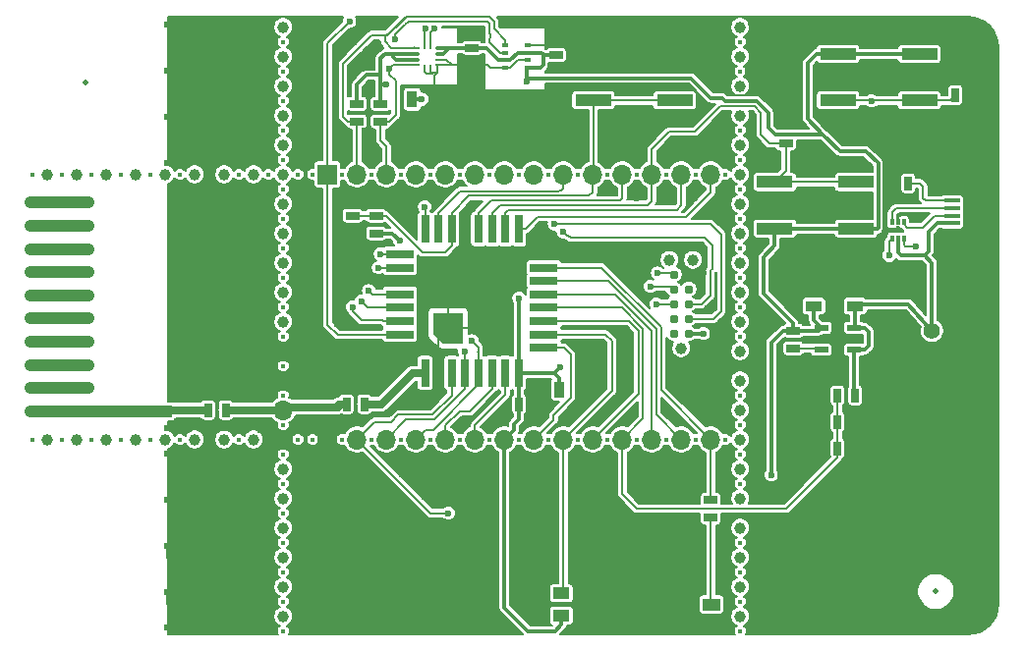
<source format=gbr>
G04 #@! TF.GenerationSoftware,KiCad,Pcbnew,(5.1.5-0-10_14)*
G04 #@! TF.CreationDate,2020-06-28T10:11:46+02:00*
G04 #@! TF.ProjectId,imcp-devkit,696d6370-2d64-4657-966b-69742e6b6963,rev?*
G04 #@! TF.SameCoordinates,Original*
G04 #@! TF.FileFunction,Copper,L1,Top*
G04 #@! TF.FilePolarity,Positive*
%FSLAX46Y46*%
G04 Gerber Fmt 4.6, Leading zero omitted, Abs format (unit mm)*
G04 Created by KiCad (PCBNEW (5.1.5-0-10_14)) date 2020-06-28 10:11:46*
%MOMM*%
%LPD*%
G04 APERTURE LIST*
%ADD10C,1.000000*%
%ADD11R,1.700000X1.700000*%
%ADD12O,1.700000X1.700000*%
%ADD13R,1.000000X1.000000*%
%ADD14C,1.000000*%
%ADD15C,0.400000*%
%ADD16R,3.100000X1.000000*%
%ADD17R,0.889000X1.397000*%
%ADD18R,1.143000X0.635000*%
%ADD19R,0.635000X1.143000*%
%ADD20R,1.500000X1.000000*%
%ADD21R,0.300000X0.500000*%
%ADD22R,1.400000X1.400000*%
%ADD23C,1.400000*%
%ADD24R,1.400000X0.350000*%
%ADD25R,1.900000X3.000000*%
%ADD26R,1.900000X1.800000*%
%ADD27C,0.787400*%
%ADD28C,0.990600*%
%ADD29C,0.500000*%
%ADD30R,0.750000X2.400000*%
%ADD31R,2.400000X0.750000*%
%ADD32R,2.600000X2.600000*%
%ADD33C,0.100000*%
%ADD34R,1.200000X0.500000*%
%ADD35R,0.450000X0.250000*%
%ADD36R,0.250000X0.450000*%
%ADD37R,1.399540X0.998220*%
%ADD38R,0.490000X0.450000*%
%ADD39R,1.397000X0.889000*%
%ADD40C,0.600000*%
%ADD41C,0.200000*%
%ADD42C,0.300000*%
%ADD43C,0.680000*%
G04 APERTURE END LIST*
D10*
X69208000Y-81390000D02*
X58208000Y-81390000D01*
X58208000Y-79390000D02*
X63208000Y-79390000D01*
X58208000Y-77390000D02*
X63208000Y-77390000D01*
X58208000Y-75390000D02*
X63208000Y-75390000D01*
X58208000Y-73390000D02*
X63208000Y-73390000D01*
X58208000Y-71390000D02*
X63208000Y-71390000D01*
X58208000Y-69390000D02*
X63208000Y-69390000D01*
X58208000Y-67390000D02*
X63208000Y-67390000D01*
X58208000Y-65390000D02*
X63208000Y-65390000D01*
X58208000Y-63390000D02*
X63208000Y-63390000D01*
D11*
X83820000Y-83820000D03*
D12*
X86360000Y-83820000D03*
X88900000Y-83820000D03*
X91440000Y-83820000D03*
X93980000Y-83820000D03*
X96520000Y-83820000D03*
X99060000Y-83820000D03*
X101600000Y-83820000D03*
X104140000Y-83820000D03*
X106680000Y-83820000D03*
X109220000Y-83820000D03*
X111760000Y-83820000D03*
X114300000Y-83820000D03*
X116840000Y-83820000D03*
X116840000Y-60960000D03*
X114300000Y-60960000D03*
X111760000Y-60960000D03*
X109220000Y-60960000D03*
X106680000Y-60960000D03*
X104140000Y-60960000D03*
X101600000Y-60960000D03*
X99060000Y-60960000D03*
X96520000Y-60960000D03*
X93980000Y-60960000D03*
X91440000Y-60960000D03*
X88900000Y-60960000D03*
X86360000Y-60960000D03*
D11*
X83820000Y-60960000D03*
D13*
X69908000Y-81390000D03*
D14*
X58208000Y-81390000D03*
X63208000Y-79390000D03*
X58208000Y-79390000D03*
X58208000Y-77390000D03*
X63208000Y-77390000D03*
X63208000Y-75390000D03*
X58208000Y-75390000D03*
X58208000Y-73390000D03*
X63208000Y-73390000D03*
X63208000Y-71390000D03*
X58208000Y-71390000D03*
X58208000Y-69390000D03*
X63208000Y-69390000D03*
X58208000Y-67390000D03*
X63208000Y-67390000D03*
X63208000Y-65390000D03*
X58208000Y-65390000D03*
X58208000Y-63390000D03*
X63208000Y-63390000D03*
D15*
X76200000Y-83820000D03*
X71120000Y-83820000D03*
X78740000Y-60960000D03*
X76200000Y-60960000D03*
D14*
X77470000Y-60960000D03*
X74930000Y-60960000D03*
X72390000Y-60960000D03*
X77470000Y-83820000D03*
X74930000Y-83820000D03*
X72390000Y-83820000D03*
D16*
X129357000Y-65627000D03*
X122357000Y-65627000D03*
X129357000Y-61627000D03*
X122357000Y-61627000D03*
D15*
X119380000Y-100330000D03*
X119380000Y-97790000D03*
X119380000Y-95250000D03*
X119380000Y-92710000D03*
X119380000Y-87630000D03*
X119380000Y-85090000D03*
X119380000Y-82550000D03*
X119380000Y-80010000D03*
X119380000Y-74930000D03*
X119380000Y-72390000D03*
X119380000Y-69850000D03*
X119380000Y-67310000D03*
X119380000Y-64770000D03*
X119380000Y-62230000D03*
X119380000Y-59690000D03*
X119380000Y-57150000D03*
X119380000Y-52070000D03*
X119380000Y-49530000D03*
X118110000Y-60960000D03*
X115570000Y-60960000D03*
X113030000Y-60960000D03*
X110490000Y-60960000D03*
X107950000Y-60960000D03*
X105410000Y-60960000D03*
X102870000Y-60960000D03*
X100330000Y-60960000D03*
X97790000Y-60960000D03*
X95250000Y-60960000D03*
X92710000Y-60960000D03*
X90170000Y-60960000D03*
X87630000Y-60960000D03*
X85090000Y-60960000D03*
X82550000Y-60960000D03*
X81280000Y-60960000D03*
X118110000Y-83820000D03*
X115570000Y-83820000D03*
X113030000Y-83820000D03*
X110490000Y-83820000D03*
X107950000Y-83820000D03*
X105410000Y-83820000D03*
X102870000Y-83820000D03*
X100330000Y-83820000D03*
X97790000Y-83820000D03*
X95250000Y-83820000D03*
X92710000Y-83820000D03*
X90170000Y-83820000D03*
X85090000Y-83820000D03*
X87630000Y-83820000D03*
X82550000Y-83820000D03*
X81280000Y-83820000D03*
X80010000Y-49530000D03*
X80010000Y-52070000D03*
X80010000Y-54610000D03*
X58420000Y-60960000D03*
X60960000Y-60960000D03*
X63500000Y-60960000D03*
X66040000Y-60960000D03*
X68580000Y-60960000D03*
X71120000Y-60960000D03*
X80010000Y-57150000D03*
X80010000Y-59690000D03*
X80010000Y-62230000D03*
X80010000Y-64770000D03*
X80010000Y-67310000D03*
X80010000Y-69850000D03*
X80010000Y-72390000D03*
X80010000Y-74930000D03*
X80010000Y-100330000D03*
X80010000Y-97790000D03*
X80010000Y-95250000D03*
X80010000Y-92710000D03*
X80010000Y-90170000D03*
X80010000Y-87630000D03*
X80010000Y-85090000D03*
X80010000Y-77470000D03*
X80010000Y-80010000D03*
X80010000Y-82550000D03*
X68580000Y-83820000D03*
X66040000Y-83820000D03*
X63500000Y-83820000D03*
X60960000Y-83820000D03*
X58420000Y-83820000D03*
D14*
X119380000Y-48260000D03*
X119380000Y-50800000D03*
X119380000Y-53340000D03*
X119380000Y-55880000D03*
X119380000Y-58420000D03*
X119380000Y-60960000D03*
X119380000Y-63500000D03*
X119380000Y-66040000D03*
X119380000Y-68580000D03*
X119380000Y-71120000D03*
X119380000Y-73660000D03*
X119380000Y-76200000D03*
X119380000Y-78740000D03*
X119380000Y-81280000D03*
X119380000Y-99060000D03*
X119380000Y-96520000D03*
X119380000Y-93980000D03*
X119380000Y-91440000D03*
X119380000Y-88900000D03*
X119380000Y-86360000D03*
X119380000Y-83820000D03*
X59690000Y-83820000D03*
X62230000Y-83820000D03*
X64770000Y-83820000D03*
X67310000Y-83820000D03*
X69850000Y-83820000D03*
X59690000Y-60960000D03*
X62230000Y-60960000D03*
X64770000Y-60960000D03*
X67310000Y-60960000D03*
X69850000Y-60960000D03*
X80010000Y-99060000D03*
X80010000Y-96520000D03*
X80010000Y-93980000D03*
X80010000Y-91440000D03*
X80010000Y-88900000D03*
X80010000Y-86360000D03*
X80010000Y-48260000D03*
X80010000Y-50800000D03*
X80010000Y-53340000D03*
X80010000Y-55880000D03*
X80010000Y-58420000D03*
X80010000Y-60960000D03*
X80010000Y-63500000D03*
X80010000Y-66040000D03*
X80010000Y-68580000D03*
X80010000Y-71120000D03*
X80010000Y-73660000D03*
D17*
X105727500Y-79502000D03*
X103822500Y-79502000D03*
D18*
X85979000Y-64516000D03*
X85979000Y-66040000D03*
D19*
X101854000Y-80772000D03*
X100330000Y-80772000D03*
D18*
X83439000Y-81026000D03*
X83439000Y-79502000D03*
X76835000Y-79756000D03*
X76835000Y-81280000D03*
D19*
X75057000Y-81280000D03*
X73533000Y-81280000D03*
D18*
X71628000Y-81280000D03*
X71628000Y-79756000D03*
D19*
X127762000Y-84582000D03*
X129286000Y-84582000D03*
D20*
X116916000Y-98044000D03*
X114316000Y-98044000D03*
D21*
X133469000Y-66486000D03*
X132969000Y-66486000D03*
X132469000Y-66486000D03*
X133469000Y-65086000D03*
X132469000Y-65086000D03*
X132969000Y-65086000D03*
D11*
X80010000Y-76200000D03*
D12*
X80010000Y-78740000D03*
X80010000Y-81280000D03*
X80010000Y-83820000D03*
D22*
X135890000Y-76438000D03*
D23*
X135890000Y-74438000D03*
D19*
X85471000Y-80772000D03*
X86995000Y-80772000D03*
D18*
X123952000Y-74422000D03*
X123952000Y-75946000D03*
D24*
X137612000Y-65174000D03*
X137612000Y-64524000D03*
X137612000Y-63874000D03*
X137612000Y-63224000D03*
X137612000Y-62574000D03*
D25*
X140462000Y-67974000D03*
X140462000Y-59774000D03*
D26*
X140462000Y-65024000D03*
X140462000Y-62724000D03*
D27*
X114935000Y-74676000D03*
X114935000Y-73406000D03*
X114935000Y-72136000D03*
X114935000Y-70866000D03*
X114935000Y-69596000D03*
X113665000Y-69596000D03*
X113665000Y-70866000D03*
X113665000Y-72136000D03*
X113665000Y-73406000D03*
X113665000Y-74676000D03*
D28*
X114300000Y-75946000D03*
X113284000Y-68326000D03*
X115316000Y-68326000D03*
D18*
X116840000Y-90551000D03*
X116840000Y-89027000D03*
D19*
X133858000Y-61722000D03*
X132334000Y-61722000D03*
D18*
X88011000Y-64516000D03*
X88011000Y-66040000D03*
X86360000Y-54864000D03*
X86360000Y-56388000D03*
X88392000Y-54864000D03*
X88392000Y-56388000D03*
D19*
X129286000Y-80010000D03*
X127762000Y-80010000D03*
X127762000Y-82296000D03*
X129286000Y-82296000D03*
X137922000Y-54102000D03*
X139446000Y-54102000D03*
D18*
X123317000Y-58293000D03*
X123317000Y-56769000D03*
D16*
X113736000Y-54578000D03*
X106736000Y-54578000D03*
X113736000Y-50578000D03*
X106736000Y-50578000D03*
X134818000Y-54578000D03*
X127818000Y-54578000D03*
X134818000Y-50578000D03*
X127818000Y-50578000D03*
D29*
X136240000Y-96930000D03*
X63000000Y-53000000D03*
D30*
X92241000Y-78082000D03*
X93391000Y-78082000D03*
X94541000Y-78082000D03*
X95691000Y-78082000D03*
X96841000Y-78082000D03*
X97991000Y-78082000D03*
X99141000Y-78082000D03*
X100291000Y-78082000D03*
D31*
X102466000Y-75907000D03*
X102466000Y-74757000D03*
X102466000Y-73607000D03*
X102466000Y-72457000D03*
X102466000Y-71307000D03*
X102466000Y-70157000D03*
X102466000Y-69007000D03*
X102466000Y-67857000D03*
D30*
X100291000Y-65682000D03*
X99141000Y-65682000D03*
X97991000Y-65682000D03*
X96841000Y-65682000D03*
X95691000Y-65682000D03*
X94541000Y-65682000D03*
X93391000Y-65682000D03*
X92241000Y-65682000D03*
D31*
X90066000Y-67857000D03*
X90066000Y-69007000D03*
X90066000Y-70157000D03*
X90066000Y-71307000D03*
X90066000Y-72457000D03*
X90066000Y-73607000D03*
X90066000Y-74757000D03*
X90066000Y-75907000D03*
D32*
X94216000Y-69532000D03*
X98316000Y-74232000D03*
X98316000Y-69532000D03*
G04 #@! TA.AperFunction,SMDPad,CuDef*
D33*
G36*
X95516000Y-72932000D02*
G01*
X95516000Y-75532000D01*
X93716000Y-75532000D01*
X92916000Y-74732000D01*
X92916000Y-72932000D01*
X95516000Y-72932000D01*
G37*
G04 #@! TD.AperFunction*
D34*
X129212000Y-76084000D03*
X129212000Y-75134000D03*
X129212000Y-74184000D03*
X126362000Y-76084000D03*
X126362000Y-74184000D03*
D35*
X91606000Y-50050000D03*
X91606000Y-50550000D03*
X91606000Y-51050000D03*
X91606000Y-51550000D03*
D36*
X92206000Y-51650000D03*
X92706000Y-51650000D03*
D35*
X93306000Y-51550000D03*
X93306000Y-51050000D03*
X93306000Y-50550000D03*
X93306000Y-50050000D03*
D36*
X92706000Y-49950000D03*
X92206000Y-49950000D03*
D37*
X103969820Y-98993960D03*
X103969820Y-97094040D03*
X101770180Y-98044000D03*
D38*
X99106000Y-50475000D03*
X99106000Y-51125000D03*
X99106000Y-51775000D03*
X99106000Y-49825000D03*
X101046000Y-50475000D03*
X101046000Y-51125000D03*
X101046000Y-51775000D03*
X101046000Y-49825000D03*
D18*
X103505000Y-50673000D03*
X103505000Y-49149000D03*
X96266000Y-48514000D03*
X96266000Y-50038000D03*
D39*
X129286000Y-70421500D03*
X129286000Y-72326500D03*
X125730000Y-70421500D03*
X125730000Y-72326500D03*
D17*
X93027500Y-54483000D03*
X91122500Y-54483000D03*
D40*
X134747000Y-64770000D03*
X127863600Y-75133200D03*
X131089400Y-75133200D03*
X138836400Y-57454800D03*
X125730000Y-69088000D03*
X116205000Y-69469000D03*
X86995000Y-75946000D03*
X101727000Y-79121000D03*
X107061000Y-79248000D03*
X87503000Y-98044000D03*
X100203000Y-98044000D03*
X103886000Y-53721000D03*
X103886000Y-51816000D03*
X96266000Y-49220498D03*
X96254000Y-51550000D03*
X71000000Y-78000000D03*
X71000000Y-76000000D03*
X71000000Y-74000000D03*
X71000000Y-72000000D03*
X71000000Y-70000000D03*
X71000000Y-68000000D03*
X71000000Y-66000000D03*
X71000000Y-64000000D03*
X71000000Y-62000000D03*
X72000000Y-79000000D03*
X72000000Y-77000000D03*
X72000000Y-75000000D03*
X72000000Y-73000000D03*
X72000000Y-71000000D03*
X72000000Y-69000000D03*
X72000000Y-67000000D03*
X72000000Y-65000000D03*
X72000000Y-63000000D03*
X73000000Y-62000000D03*
X73000000Y-64000000D03*
X73000000Y-66000000D03*
X73000000Y-68000000D03*
X73000000Y-70000000D03*
X73000000Y-72000000D03*
X73000000Y-74000000D03*
X73000000Y-76000000D03*
X73000000Y-78000000D03*
X74000000Y-79000000D03*
X74000000Y-77000000D03*
X74000000Y-75000000D03*
X74000000Y-73000000D03*
X74000000Y-71000000D03*
X74000000Y-69000000D03*
X74000000Y-67000000D03*
X74000000Y-65000000D03*
X74000000Y-63000000D03*
X75000000Y-62000000D03*
X75000000Y-64000000D03*
X75000000Y-66000000D03*
X75000000Y-68000000D03*
X75000000Y-70000000D03*
X75000000Y-72000000D03*
X75000000Y-74000000D03*
X75000000Y-76000000D03*
X75000000Y-78000000D03*
X76000000Y-79000000D03*
X76000000Y-77000000D03*
X76000000Y-75000000D03*
X76000000Y-73000000D03*
X76000000Y-71000000D03*
X76000000Y-69000000D03*
X76000000Y-67000000D03*
X76000000Y-65000000D03*
X76000000Y-63000000D03*
X77000000Y-62000000D03*
X77000000Y-64000000D03*
X77000000Y-66000000D03*
X77000000Y-68000000D03*
X77000000Y-70000000D03*
X77000000Y-72000000D03*
X77000000Y-74000000D03*
X77000000Y-76000000D03*
X77000000Y-78000000D03*
X77740000Y-78740000D03*
X78000000Y-77000000D03*
X78000000Y-75000000D03*
X78000000Y-73000000D03*
X78000000Y-71000000D03*
X78000000Y-69000000D03*
X78000000Y-67000000D03*
X78000000Y-65000000D03*
X78000000Y-63000000D03*
X79000000Y-62000000D03*
X79000000Y-64000000D03*
X79000000Y-66000000D03*
X79000000Y-68000000D03*
X79000000Y-70000000D03*
X79000000Y-72000000D03*
X79000000Y-74000000D03*
X78012828Y-82980153D03*
X76000000Y-83000000D03*
X74000000Y-83000000D03*
X71960493Y-82916934D03*
X70029941Y-82836321D03*
X76000000Y-60000000D03*
X79000000Y-60000000D03*
X78000000Y-58000000D03*
X75000000Y-58000000D03*
X72000000Y-58000000D03*
X70000000Y-56000000D03*
X73000000Y-56000000D03*
X76000000Y-56000000D03*
X79000000Y-56000000D03*
X78000000Y-54000000D03*
X75000000Y-54000000D03*
X72000000Y-54000000D03*
X70000000Y-52000000D03*
X73000000Y-52000000D03*
X76000000Y-52000000D03*
X79000000Y-52000000D03*
X78000000Y-50000000D03*
X75000000Y-50000000D03*
X72000000Y-50000000D03*
X70000000Y-48000000D03*
X73000000Y-48000000D03*
X76000000Y-48000000D03*
X79000000Y-48000000D03*
X73000000Y-60000000D03*
X70004377Y-59971986D03*
X73000000Y-85000000D03*
X70000000Y-85000000D03*
X71000000Y-87000000D03*
X74000000Y-87000000D03*
X77000000Y-87000000D03*
X76000000Y-85000000D03*
X79000000Y-89000000D03*
X76000000Y-89000000D03*
X73000000Y-89000000D03*
X70000000Y-89000000D03*
X71000000Y-91000000D03*
X74000000Y-91000000D03*
X77000000Y-91000000D03*
X79000000Y-93000000D03*
X76000000Y-93000000D03*
X73000000Y-93000000D03*
X70000000Y-93000000D03*
X71000000Y-95000000D03*
X74000000Y-95000000D03*
X77000000Y-95000000D03*
X79000000Y-97000000D03*
X76000000Y-97000000D03*
X73000000Y-97000000D03*
X70000000Y-97000000D03*
X71000000Y-99000000D03*
X74000000Y-99000000D03*
X77000000Y-99000000D03*
X79000000Y-100000000D03*
X76000000Y-100000000D03*
X73000000Y-100000000D03*
X70000000Y-100000000D03*
X81000000Y-75000000D03*
X81000000Y-73000000D03*
X81002735Y-70999669D03*
X81000000Y-69000000D03*
X81000000Y-67000000D03*
X81000000Y-65000000D03*
X81000000Y-63000000D03*
X82000000Y-62000000D03*
X82000000Y-64000000D03*
X82000000Y-66000000D03*
X82000000Y-68000000D03*
X82000000Y-70000000D03*
X82000000Y-72000000D03*
X82000000Y-74000000D03*
X82000000Y-76000000D03*
X82000000Y-78000000D03*
X83000000Y-77000000D03*
X83000000Y-75000000D03*
X83000000Y-73000000D03*
X83000000Y-71000000D03*
X83000000Y-69000000D03*
X83000000Y-67000000D03*
X83000000Y-65000000D03*
X83000000Y-63000000D03*
X84500000Y-64000000D03*
X84500000Y-66000000D03*
X84500000Y-68000000D03*
X84500000Y-70000000D03*
X84500000Y-72000000D03*
X84627265Y-73872735D03*
X84500000Y-76000000D03*
X84500000Y-78000000D03*
X85500000Y-79000000D03*
X85500000Y-77000000D03*
X85442848Y-73040336D03*
X85379000Y-71000000D03*
X85379000Y-69000000D03*
X85379000Y-67000000D03*
X86500000Y-78000000D03*
X87500000Y-79000000D03*
X88500000Y-78000000D03*
X89500000Y-78000000D03*
X87500000Y-77000000D03*
X92500000Y-80000000D03*
X91000000Y-80000000D03*
X90000000Y-81000000D03*
X86500000Y-82000000D03*
X82000000Y-87000000D03*
X86000000Y-87000000D03*
X88000000Y-89000000D03*
X90194265Y-86805735D03*
X94000000Y-87000000D03*
X98000000Y-87000000D03*
X96000000Y-89000000D03*
X92194265Y-88805735D03*
X84000000Y-89000000D03*
X82000000Y-91000000D03*
X82000000Y-95000000D03*
X82000000Y-99000000D03*
X86000000Y-99000000D03*
X90000000Y-99000000D03*
X94000000Y-99000000D03*
X98000000Y-99000000D03*
X96000000Y-97000000D03*
X92000000Y-97000000D03*
X88000000Y-97000000D03*
X84000000Y-97000000D03*
X86000000Y-95000000D03*
X90000000Y-95000000D03*
X94000000Y-95000000D03*
X98000000Y-95000000D03*
X96000000Y-93000000D03*
X92000000Y-93000000D03*
X88000000Y-93000000D03*
X84000000Y-93000000D03*
X86000000Y-91000000D03*
X90000000Y-91000000D03*
X94000000Y-91000000D03*
X98000000Y-91069999D03*
X102000000Y-91069999D03*
X100000000Y-93000000D03*
X102000000Y-95000000D03*
X102000000Y-87000000D03*
X100000000Y-89000000D03*
X103000000Y-93000000D03*
X106000000Y-87000000D03*
X106000000Y-91069999D03*
X106000000Y-95000000D03*
X108000000Y-97000000D03*
X106000000Y-99000000D03*
X110000000Y-99000000D03*
X110000000Y-95000000D03*
X108000000Y-93000000D03*
X110000000Y-91069999D03*
X108000000Y-89000000D03*
X110000000Y-87000000D03*
X114000000Y-87000000D03*
X112000000Y-89000000D03*
X114000000Y-91069999D03*
X114000000Y-95000000D03*
X112000000Y-93000000D03*
X112000000Y-97000000D03*
X118000000Y-87000000D03*
X116000000Y-93000000D03*
X116000000Y-97000000D03*
X97000000Y-58000000D03*
X93000000Y-58000000D03*
X95000000Y-56000000D03*
X99000000Y-56000000D03*
X103000000Y-56000000D03*
X106000000Y-56000000D03*
X105000000Y-58000000D03*
X101000000Y-58000000D03*
X97000000Y-54000000D03*
X101000000Y-54000000D03*
X91000000Y-57000000D03*
X87044775Y-57192502D03*
X83000000Y-57000000D03*
X83000000Y-53000000D03*
X83000000Y-49000000D03*
X81000000Y-51000000D03*
X81000000Y-55000000D03*
X81000000Y-59000000D03*
X85000000Y-59000000D03*
X88000000Y-59000000D03*
X86000000Y-49000000D03*
X84500000Y-51000000D03*
X84500000Y-55000000D03*
X81000000Y-48000000D03*
X109000000Y-56000000D03*
X111500000Y-56000000D03*
X114500000Y-56000000D03*
X107500000Y-58000000D03*
X110500000Y-58000000D03*
X113500000Y-58000000D03*
X117000000Y-58000000D03*
X118000000Y-56000000D03*
X105500000Y-48052001D03*
X103500000Y-48052001D03*
X100500000Y-48052001D03*
X108500000Y-48052001D03*
X111000000Y-48052001D03*
X110000000Y-49500000D03*
X113000000Y-48000000D03*
X117000000Y-48000000D03*
X118500000Y-49000000D03*
X115500000Y-49000000D03*
X117000000Y-50500000D03*
X118500000Y-52000000D03*
X116531265Y-72531265D03*
X116500000Y-76500000D03*
X116500000Y-80500000D03*
X118000000Y-78000000D03*
X114500000Y-78000000D03*
X113000000Y-81000000D03*
X110000000Y-81500000D03*
X108000000Y-81500000D03*
X109500000Y-79500000D03*
X109500000Y-76500000D03*
X107000000Y-76500000D03*
X110000000Y-68000000D03*
X105500000Y-67500000D03*
X117000000Y-64000000D03*
X115487735Y-62987735D03*
X113000000Y-63000000D03*
X110500000Y-63000000D03*
X108000000Y-62500000D03*
X141000000Y-71000000D03*
X141000000Y-75000000D03*
X141000000Y-79000000D03*
X141000000Y-83000000D03*
X141000000Y-87000000D03*
X141000000Y-91000000D03*
X141000000Y-95000000D03*
X139000000Y-97000000D03*
X139000000Y-93000000D03*
X139000000Y-89000000D03*
X139000000Y-85000000D03*
X139000000Y-81000000D03*
X139000000Y-77000000D03*
X139000000Y-73000000D03*
X137000000Y-71000000D03*
X138000000Y-75000000D03*
X137000000Y-79000000D03*
X137000000Y-83000000D03*
X137000000Y-87000000D03*
X137000000Y-91000000D03*
X137000000Y-95000000D03*
X135000000Y-93000000D03*
X135000000Y-89000000D03*
X135000000Y-85000000D03*
X135000000Y-81000000D03*
X133000000Y-79000000D03*
X133000000Y-83000000D03*
X133000000Y-87000000D03*
X131000000Y-89000000D03*
X131000000Y-86000000D03*
X131000000Y-82000000D03*
X131000000Y-93000000D03*
X131000000Y-97000000D03*
X133000000Y-99000000D03*
X133000000Y-95000000D03*
X137000000Y-99000000D03*
X129000000Y-99000000D03*
X125000000Y-99000000D03*
X121000000Y-99000000D03*
X123000000Y-97000000D03*
X127000000Y-97000000D03*
X129000000Y-95000000D03*
X125000000Y-95000000D03*
X121000000Y-95000000D03*
X123000000Y-93000000D03*
X127000000Y-93000000D03*
X129000000Y-91000000D03*
X125000000Y-91000000D03*
X121000000Y-91069999D03*
X127000000Y-89000000D03*
X129000000Y-87000000D03*
X130000000Y-79000000D03*
X125000000Y-79000000D03*
X125000000Y-83000000D03*
X123000000Y-85000000D03*
X123000000Y-81000000D03*
X121000000Y-83000000D03*
X121000000Y-87000000D03*
X121000000Y-79000000D03*
X121000000Y-75000000D03*
X123000000Y-71000000D03*
X123007000Y-67000000D03*
X123000000Y-63000000D03*
X121000000Y-64000000D03*
X121000000Y-60000000D03*
X125000000Y-60000000D03*
X129000000Y-60000000D03*
X129000000Y-64000000D03*
X126000000Y-63000000D03*
X129000000Y-69000000D03*
X124000000Y-56000000D03*
X124000000Y-52000000D03*
X120075582Y-51991467D03*
X120302196Y-47873273D03*
X122000000Y-50000000D03*
X124000000Y-48000000D03*
X128000000Y-48000000D03*
X132000000Y-48000000D03*
X136000000Y-48000000D03*
X140000000Y-48000000D03*
X140000000Y-52000000D03*
X138000000Y-50000000D03*
X134000000Y-49000000D03*
X131000000Y-49928000D03*
X126000000Y-49000000D03*
X136000000Y-52000000D03*
X132000000Y-52000000D03*
X128000000Y-52000000D03*
X136000000Y-56000000D03*
X132000000Y-56000000D03*
X134000000Y-58000000D03*
X129000000Y-58000000D03*
X127000000Y-56000000D03*
X98793300Y-81470500D03*
X95491300Y-82270600D03*
X86042500Y-51803300D03*
X87414100Y-51193700D03*
X88179200Y-49682400D03*
X122047000Y-86868000D03*
X90043000Y-66675000D03*
X100330000Y-71628000D03*
X103886000Y-77597000D03*
X116205000Y-74676000D03*
X88900000Y-53213000D03*
X100965000Y-52959000D03*
X91948000Y-54483000D03*
X112268000Y-69469000D03*
X94234000Y-90170000D03*
X134493000Y-67183000D03*
X85725000Y-47752000D03*
X132207000Y-67945000D03*
X130683000Y-54610000D03*
X104140000Y-65913000D03*
X92202000Y-63754000D03*
X103378000Y-65243000D03*
X88376010Y-67818000D03*
X88219000Y-69007000D03*
X93040200Y-48345610D03*
X92227400Y-48345610D03*
X87376000Y-70993000D03*
X89636600Y-49326800D03*
X89154000Y-51841400D03*
X86741000Y-71882000D03*
X85979000Y-72390000D03*
X95631000Y-76200000D03*
X112141000Y-72136000D03*
X96266000Y-75311000D03*
X111633000Y-70612000D03*
D41*
X140462000Y-67974000D02*
X140462000Y-65024000D01*
X140462000Y-63924000D02*
X140462000Y-62724000D01*
X140462000Y-65024000D02*
X140462000Y-63924000D01*
X140462000Y-62724000D02*
X140462000Y-59774000D01*
X140312000Y-62574000D02*
X140462000Y-62724000D01*
X137612000Y-62574000D02*
X140312000Y-62574000D01*
X140462000Y-67974000D02*
X140462000Y-75565000D01*
X139589000Y-76438000D02*
X135890000Y-76438000D01*
X140462000Y-75565000D02*
X139589000Y-76438000D01*
X132969000Y-65086000D02*
X132969000Y-64643000D01*
X132969000Y-64643000D02*
X133223000Y-64389000D01*
X134366000Y-64389000D02*
X134747000Y-64770000D01*
X133223000Y-64389000D02*
X134366000Y-64389000D01*
X137612000Y-62574000D02*
X136107000Y-62574000D01*
X136107000Y-62574000D02*
X135636000Y-62103000D01*
X135636000Y-62103000D02*
X135636000Y-60325000D01*
X135636000Y-60325000D02*
X135001000Y-59690000D01*
X135001000Y-59690000D02*
X132715000Y-59690000D01*
X132334000Y-60071000D02*
X132334000Y-61722000D01*
X132715000Y-59690000D02*
X132334000Y-60071000D01*
X129286000Y-82296000D02*
X129286000Y-84582000D01*
X135890000Y-83185000D02*
X134493000Y-84582000D01*
X134493000Y-84582000D02*
X129286000Y-84582000D01*
X135890000Y-76438000D02*
X135890000Y-83185000D01*
X127864400Y-75134000D02*
X127863600Y-75133200D01*
X129212000Y-75134000D02*
X127864400Y-75134000D01*
X133461000Y-76438000D02*
X135890000Y-76438000D01*
X132156200Y-75133200D02*
X133461000Y-76438000D01*
X131089400Y-75133200D02*
X132156200Y-75133200D01*
X127863600Y-75133200D02*
X127863600Y-71018400D01*
X128270000Y-70612000D02*
X129286000Y-70612000D01*
X127863600Y-71018400D02*
X128270000Y-70612000D01*
X127457200Y-70612000D02*
X125730000Y-70612000D01*
X127863600Y-71018400D02*
X127457200Y-70612000D01*
X140462000Y-59774000D02*
X140462000Y-54584600D01*
X139979400Y-54102000D02*
X139446000Y-54102000D01*
X140462000Y-54584600D02*
X139979400Y-54102000D01*
X140462000Y-59080400D02*
X140462000Y-59774000D01*
X138836400Y-57454800D02*
X140462000Y-59080400D01*
X97850600Y-51775000D02*
X99106000Y-51775000D01*
X97625600Y-51550000D02*
X97850600Y-51775000D01*
X100201000Y-51125000D02*
X101046000Y-51125000D01*
X99551000Y-51775000D02*
X100201000Y-51125000D01*
X99106000Y-51775000D02*
X99551000Y-51775000D01*
X93306000Y-51050000D02*
X94085600Y-51050000D01*
X94526800Y-51491200D02*
X94085600Y-51050000D01*
X94526800Y-51550000D02*
X94526800Y-51491200D01*
X93306000Y-51550000D02*
X94526800Y-51550000D01*
X92706000Y-52075000D02*
X92853400Y-52222400D01*
X92706000Y-51650000D02*
X92706000Y-52075000D01*
X92853400Y-52222400D02*
X93268800Y-52222400D01*
X93306000Y-52185200D02*
X93306000Y-51550000D01*
X93268800Y-52222400D02*
X93306000Y-52185200D01*
X92206000Y-52075000D02*
X92378800Y-52247800D01*
X92206000Y-51650000D02*
X92206000Y-52075000D01*
X92828000Y-52247800D02*
X92853400Y-52222400D01*
X92378800Y-52247800D02*
X92828000Y-52247800D01*
X113736000Y-50578000D02*
X106736000Y-50578000D01*
X106683000Y-49825000D02*
X106736000Y-49878000D01*
X106736000Y-49878000D02*
X106736000Y-50578000D01*
X121246999Y-53378001D02*
X121246999Y-51600001D01*
X121246999Y-54181499D02*
X121246999Y-53378001D01*
X123317000Y-56251500D02*
X121246999Y-54181499D01*
X123317000Y-56769000D02*
X123317000Y-56251500D01*
X101770180Y-98044000D02*
X114316000Y-98044000D01*
X77333500Y-78740000D02*
X76835000Y-79238500D01*
X76835000Y-79238500D02*
X76835000Y-79756000D01*
X71628000Y-79238500D02*
X71628000Y-79756000D01*
X72126500Y-78740000D02*
X71628000Y-79238500D01*
X82970001Y-82970001D02*
X83820000Y-83820000D01*
X80859999Y-82970001D02*
X82970001Y-82970001D01*
X80010000Y-83820000D02*
X80859999Y-82970001D01*
X93391000Y-75057000D02*
X94216000Y-74232000D01*
X93391000Y-78082000D02*
X93391000Y-75057000D01*
X94216000Y-74232000D02*
X98316000Y-74232000D01*
X94216000Y-69532000D02*
X94216000Y-74232000D01*
X93591000Y-70157000D02*
X94216000Y-69532000D01*
X90066000Y-70157000D02*
X93591000Y-70157000D01*
X95691000Y-68057000D02*
X94216000Y-69532000D01*
X95691000Y-65682000D02*
X95691000Y-68057000D01*
X101066000Y-67857000D02*
X99835000Y-69088000D01*
X102466000Y-67857000D02*
X101066000Y-67857000D01*
X99816000Y-69532000D02*
X98316000Y-69532000D01*
X99835000Y-69513000D02*
X99816000Y-69532000D01*
X99835000Y-69088000D02*
X99835000Y-69513000D01*
X94216000Y-69532000D02*
X98316000Y-69532000D01*
X86540000Y-70157000D02*
X90066000Y-70157000D01*
X85979000Y-69596000D02*
X86540000Y-70157000D01*
X85979000Y-66040000D02*
X85979000Y-69596000D01*
X83439000Y-79502000D02*
X83439000Y-76962000D01*
X125730000Y-70612000D02*
X125730000Y-69088000D01*
X115189000Y-69850000D02*
X114935000Y-69596000D01*
X116078000Y-69596000D02*
X116205000Y-69469000D01*
X114935000Y-69596000D02*
X116078000Y-69596000D01*
X87034000Y-75907000D02*
X86995000Y-75946000D01*
X87591000Y-75907000D02*
X87034000Y-75907000D01*
X84494000Y-75907000D02*
X87591000Y-75907000D01*
X87591000Y-75907000D02*
X90066000Y-75907000D01*
X101727000Y-80645000D02*
X101854000Y-80772000D01*
X101727000Y-79121000D02*
X101727000Y-80645000D01*
X105981500Y-79248000D02*
X105727500Y-79502000D01*
X107061000Y-79248000D02*
X105981500Y-79248000D01*
X115486000Y-50578000D02*
X116508001Y-51600001D01*
X118275001Y-54140001D02*
X120484999Y-54140001D01*
X120484999Y-54140001D02*
X121246999Y-53378001D01*
X116508001Y-52373001D02*
X118275001Y-54140001D01*
X116508001Y-51600001D02*
X116508001Y-52373001D01*
X113736000Y-50578000D02*
X115486000Y-50578000D01*
X140462000Y-75565000D02*
X140462000Y-85725000D01*
X140462000Y-85725000D02*
X135763000Y-90424000D01*
X117966001Y-91669997D02*
X117966001Y-99584999D01*
X119211998Y-90424000D02*
X117966001Y-91669997D01*
X135763000Y-90424000D02*
X119211998Y-90424000D01*
X117966001Y-99584999D02*
X117602000Y-99949000D01*
X117602000Y-99949000D02*
X114681000Y-99949000D01*
X114316000Y-99584000D02*
X114316000Y-98044000D01*
X114681000Y-99949000D02*
X114316000Y-99584000D01*
X83820000Y-83820000D02*
X83820000Y-95250000D01*
X83820000Y-95250000D02*
X86614000Y-98044000D01*
X86614000Y-98044000D02*
X87503000Y-98044000D01*
X100203000Y-98044000D02*
X101770180Y-98044000D01*
X81060000Y-76200000D02*
X81695000Y-76835000D01*
X80010000Y-76200000D02*
X81060000Y-76200000D01*
X81695000Y-76835000D02*
X83439000Y-76835000D01*
X83439000Y-76835000D02*
X84494000Y-75907000D01*
X83439000Y-76962000D02*
X83439000Y-76835000D01*
X80859999Y-77670001D02*
X81695000Y-76835000D01*
X80859999Y-77890001D02*
X80859999Y-77670001D01*
X80010000Y-78740000D02*
X80859999Y-77890001D01*
X94526800Y-51550000D02*
X96254000Y-51550000D01*
X96254000Y-51550000D02*
X97625600Y-51550000D01*
X101046000Y-49825000D02*
X103800000Y-49825000D01*
X96266000Y-48514000D02*
X96266000Y-49220498D01*
X93027500Y-52463700D02*
X93027500Y-54483000D01*
X93306000Y-52185200D02*
X93027500Y-52463700D01*
X106736000Y-51278000D02*
X106736000Y-50578000D01*
X106198000Y-51816000D02*
X106736000Y-51278000D01*
X103886000Y-51816000D02*
X106198000Y-51816000D01*
X104439000Y-49149000D02*
X103505000Y-49149000D01*
X103800000Y-49825000D02*
X105115000Y-49825000D01*
X105115000Y-49825000D02*
X104439000Y-49149000D01*
X105115000Y-49825000D02*
X106683000Y-49825000D01*
X71628000Y-78628000D02*
X71000000Y-78000000D01*
X71628000Y-79756000D02*
X71628000Y-78628000D01*
X71000000Y-76000000D02*
X71000000Y-74000000D01*
X71000000Y-72000000D02*
X71000000Y-70000000D01*
X71000000Y-68000000D02*
X71000000Y-66000000D01*
X71000000Y-64000000D02*
X71000000Y-62000000D01*
X72000000Y-79000000D02*
X72000000Y-77000000D01*
X72000000Y-75000000D02*
X72000000Y-73000000D01*
X72000000Y-71000000D02*
X72000000Y-69000000D01*
X72000000Y-67000000D02*
X72000000Y-65000000D01*
X72000000Y-63000000D02*
X73000000Y-62000000D01*
X73000000Y-64000000D02*
X73000000Y-66000000D01*
X73000000Y-68000000D02*
X73000000Y-70000000D01*
X73000000Y-72000000D02*
X73000000Y-74000000D01*
X73000000Y-76000000D02*
X73000000Y-78000000D01*
X74000000Y-79000000D02*
X74000000Y-77000000D01*
X74000000Y-75000000D02*
X74000000Y-73000000D01*
X74000000Y-71000000D02*
X74000000Y-69000000D01*
X74000000Y-67000000D02*
X74000000Y-65000000D01*
X74000000Y-63000000D02*
X75000000Y-62000000D01*
X75000000Y-64000000D02*
X75000000Y-66000000D01*
X75000000Y-68000000D02*
X75000000Y-70000000D01*
X75000000Y-72000000D02*
X75000000Y-74000000D01*
X75000000Y-76000000D02*
X75000000Y-78000000D01*
X76000000Y-79000000D02*
X76000000Y-77000000D01*
X76000000Y-75000000D02*
X76000000Y-73000000D01*
X76000000Y-71000000D02*
X76000000Y-69000000D01*
X76000000Y-67000000D02*
X76000000Y-65000000D01*
X76000000Y-63000000D02*
X77000000Y-62000000D01*
X77000000Y-64000000D02*
X77000000Y-66000000D01*
X77000000Y-68000000D02*
X77000000Y-70000000D01*
X77000000Y-72000000D02*
X77000000Y-74000000D01*
X77000000Y-76000000D02*
X77000000Y-78000000D01*
X77740000Y-78740000D02*
X77333500Y-78740000D01*
X80010000Y-78740000D02*
X77740000Y-78740000D01*
X78000000Y-77000000D02*
X78000000Y-75000000D01*
X78000000Y-73000000D02*
X78000000Y-71000000D01*
X78000000Y-69000000D02*
X78000000Y-67000000D01*
X78000000Y-65000000D02*
X78000000Y-63000000D01*
X79000000Y-62000000D02*
X79000000Y-64000000D01*
X79000000Y-66000000D02*
X79000000Y-68000000D01*
X79000000Y-70000000D02*
X79000000Y-72000000D01*
X78800000Y-76200000D02*
X78000000Y-77000000D01*
X80010000Y-76200000D02*
X78800000Y-76200000D01*
X76260000Y-78740000D02*
X76000000Y-79000000D01*
X77740000Y-78740000D02*
X76260000Y-78740000D01*
X72000000Y-79384000D02*
X71628000Y-79756000D01*
X72000000Y-79000000D02*
X72000000Y-79384000D01*
X78807919Y-83820000D02*
X78012828Y-83024909D01*
X78012828Y-83024909D02*
X78012828Y-82980153D01*
X80010000Y-83820000D02*
X78807919Y-83820000D01*
X76000000Y-83000000D02*
X74000000Y-83000000D01*
X70110554Y-82916934D02*
X70029941Y-82836321D01*
X71960493Y-82916934D02*
X70110554Y-82916934D01*
X76000000Y-60000000D02*
X79000000Y-60000000D01*
X78000000Y-58000000D02*
X75000000Y-58000000D01*
X70000000Y-56000000D02*
X73000000Y-56000000D01*
X76000000Y-56000000D02*
X79000000Y-56000000D01*
X78000000Y-54000000D02*
X75000000Y-54000000D01*
X70000000Y-52000000D02*
X73000000Y-52000000D01*
X76000000Y-52000000D02*
X79000000Y-52000000D01*
X78000000Y-50000000D02*
X75000000Y-50000000D01*
X70000000Y-48000000D02*
X73000000Y-48000000D01*
X76000000Y-48000000D02*
X79000000Y-48000000D01*
X70032391Y-60000000D02*
X70004377Y-59971986D01*
X73000000Y-60000000D02*
X70032391Y-60000000D01*
X73000000Y-85000000D02*
X70000000Y-85000000D01*
X71000000Y-87000000D02*
X74000000Y-87000000D01*
X77000000Y-86000000D02*
X76000000Y-85000000D01*
X77000000Y-87000000D02*
X77000000Y-86000000D01*
X79000000Y-89000000D02*
X76000000Y-89000000D01*
X73000000Y-89000000D02*
X70000000Y-89000000D01*
X71000000Y-91000000D02*
X74000000Y-91000000D01*
X77000000Y-91000000D02*
X79000000Y-93000000D01*
X76000000Y-93000000D02*
X73000000Y-93000000D01*
X70000000Y-94000000D02*
X71000000Y-95000000D01*
X70000000Y-93000000D02*
X70000000Y-94000000D01*
X74000000Y-95000000D02*
X77000000Y-95000000D01*
X79000000Y-97000000D02*
X76000000Y-97000000D01*
X73000000Y-97000000D02*
X70000000Y-97000000D01*
X70000000Y-97000000D02*
X70000000Y-98000000D01*
X70000000Y-98000000D02*
X71000000Y-99000000D01*
X74000000Y-99000000D02*
X77000000Y-99000000D01*
X79000000Y-100000000D02*
X76000000Y-100000000D01*
X76000000Y-100000000D02*
X73000000Y-100000000D01*
X80010000Y-75990000D02*
X81000000Y-75000000D01*
X80010000Y-76200000D02*
X80010000Y-75990000D01*
X81000000Y-71002404D02*
X81002735Y-70999669D01*
X81000000Y-73000000D02*
X81000000Y-71002404D01*
X81000000Y-69000000D02*
X81000000Y-67000000D01*
X81000000Y-65000000D02*
X81000000Y-63000000D01*
X82000000Y-62000000D02*
X82000000Y-64000000D01*
X82000000Y-66000000D02*
X82000000Y-68000000D01*
X82000000Y-70000000D02*
X82000000Y-72000000D01*
X82000000Y-74000000D02*
X82000000Y-76000000D01*
X82000000Y-78000000D02*
X83000000Y-77000000D01*
X83000000Y-75000000D02*
X83000000Y-73000000D01*
X83000000Y-71000000D02*
X83000000Y-69000000D01*
X83000000Y-67000000D02*
X83000000Y-65000000D01*
X84500000Y-64000000D02*
X84500000Y-66000000D01*
X84500000Y-68000000D02*
X84500000Y-70000000D01*
X84500000Y-73745470D02*
X84627265Y-73872735D01*
X84500000Y-72000000D02*
X84500000Y-73745470D01*
X84500000Y-76000000D02*
X84500000Y-78000000D01*
X85142849Y-71236151D02*
X85379000Y-71000000D01*
X85142849Y-72740337D02*
X85142849Y-71236151D01*
X85442848Y-73040336D02*
X85142849Y-72740337D01*
X85379000Y-69000000D02*
X85379000Y-67000000D01*
X86500000Y-78000000D02*
X87500000Y-79000000D01*
X88500000Y-78000000D02*
X89500000Y-78000000D01*
X89817301Y-81194001D02*
X92732499Y-81194001D01*
X93391000Y-80535500D02*
X93391000Y-78082000D01*
X92732499Y-81194001D02*
X93391000Y-80535500D01*
X92873000Y-80000000D02*
X92500000Y-80000000D01*
X93391000Y-79482000D02*
X92873000Y-80000000D01*
X93391000Y-78082000D02*
X93391000Y-79482000D01*
X91000000Y-80000000D02*
X90000000Y-81000000D01*
X83820000Y-82770000D02*
X83820000Y-83820000D01*
X84590000Y-82000000D02*
X83820000Y-82770000D01*
X86500000Y-82000000D02*
X84590000Y-82000000D01*
X86799999Y-81700001D02*
X89299999Y-81700001D01*
X89700001Y-81299999D02*
X90000000Y-81000000D01*
X89299999Y-81700001D02*
X89700001Y-81299999D01*
X86500000Y-82000000D02*
X86799999Y-81700001D01*
X83820000Y-85180000D02*
X82000000Y-87000000D01*
X83820000Y-83820000D02*
X83820000Y-85180000D01*
X86000000Y-87000000D02*
X88000000Y-89000000D01*
X93805735Y-86805735D02*
X94000000Y-87000000D01*
X90194265Y-86805735D02*
X93805735Y-86805735D01*
X98000000Y-87000000D02*
X96000000Y-89000000D01*
X88000000Y-89000000D02*
X84000000Y-89000000D01*
X82000000Y-91000000D02*
X82000000Y-95000000D01*
X82000000Y-99000000D02*
X86000000Y-99000000D01*
X90000000Y-99000000D02*
X94000000Y-99000000D01*
X98000000Y-99000000D02*
X96000000Y-97000000D01*
X92000000Y-97000000D02*
X88000000Y-97000000D01*
X86000000Y-95000000D02*
X90000000Y-95000000D01*
X94000000Y-95000000D02*
X98000000Y-95000000D01*
X96000000Y-93000000D02*
X92000000Y-93000000D01*
X88000000Y-93000000D02*
X84000000Y-93000000D01*
X86000000Y-91000000D02*
X90000000Y-91000000D01*
X97930001Y-91000000D02*
X98000000Y-91069999D01*
X94000000Y-91000000D02*
X97930001Y-91000000D01*
X100069999Y-93000000D02*
X100000000Y-93000000D01*
X102000000Y-91069999D02*
X100069999Y-93000000D01*
X102000000Y-91069999D02*
X102000000Y-87000000D01*
X100000000Y-93000000D02*
X103000000Y-93000000D01*
X106000000Y-87000000D02*
X106000000Y-91069999D01*
X106000000Y-95000000D02*
X108000000Y-97000000D01*
X106000000Y-99000000D02*
X110000000Y-99000000D01*
X110000000Y-95000000D02*
X108000000Y-93000000D01*
X108000000Y-89069999D02*
X108000000Y-89000000D01*
X110000000Y-91069999D02*
X108000000Y-89069999D01*
X110000000Y-87000000D02*
X114000000Y-87000000D01*
X110000000Y-91069999D02*
X114000000Y-91069999D01*
X114000000Y-95000000D02*
X112000000Y-93000000D01*
X114000000Y-95000000D02*
X116000000Y-93000000D01*
X97155000Y-57845000D02*
X97000000Y-58000000D01*
X93000000Y-58000000D02*
X95000000Y-56000000D01*
X99000000Y-56000000D02*
X103000000Y-56000000D01*
X106000000Y-57000000D02*
X105000000Y-58000000D01*
X106000000Y-56000000D02*
X106000000Y-57000000D01*
X95000000Y-56000000D02*
X97000000Y-54000000D01*
X96254000Y-53254000D02*
X97000000Y-54000000D01*
X96254000Y-51550000D02*
X96254000Y-53254000D01*
X103000000Y-54607000D02*
X103886000Y-53721000D01*
X103000000Y-56000000D02*
X103000000Y-54607000D01*
X92000000Y-58000000D02*
X91000000Y-57000000D01*
X93000000Y-58000000D02*
X92000000Y-58000000D01*
X83000000Y-57000000D02*
X83000000Y-53000000D01*
X83000000Y-49000000D02*
X81000000Y-51000000D01*
X81000000Y-55000000D02*
X81000000Y-59000000D01*
X86000000Y-49500000D02*
X84500000Y-51000000D01*
X86000000Y-49000000D02*
X86000000Y-49500000D01*
X82000000Y-49000000D02*
X81000000Y-48000000D01*
X83000000Y-49000000D02*
X82000000Y-49000000D01*
X109000000Y-56000000D02*
X111500000Y-56000000D01*
X107500000Y-58000000D02*
X110500000Y-58000000D01*
X113500000Y-58000000D02*
X117000000Y-58000000D01*
X106736000Y-49288001D02*
X105500000Y-48052001D01*
X106736000Y-50578000D02*
X106736000Y-49288001D01*
X103500000Y-48052001D02*
X100500000Y-48052001D01*
X108500000Y-48052001D02*
X111000000Y-48052001D01*
X113736000Y-48736000D02*
X113000000Y-48000000D01*
X113736000Y-50578000D02*
X113736000Y-48736000D01*
X117500000Y-48000000D02*
X118500000Y-49000000D01*
X117000000Y-48000000D02*
X117500000Y-48000000D01*
X115500000Y-49000000D02*
X117000000Y-50500000D01*
X118500000Y-52000000D02*
X117500000Y-52000000D01*
X116500000Y-76500000D02*
X116500000Y-80500000D01*
X116000000Y-76500000D02*
X114500000Y-78000000D01*
X116500000Y-76500000D02*
X116000000Y-76500000D01*
X108000000Y-81000000D02*
X109500000Y-79500000D01*
X108000000Y-81500000D02*
X108000000Y-81000000D01*
X107061000Y-76561000D02*
X107000000Y-76500000D01*
X107061000Y-79248000D02*
X107061000Y-76561000D01*
X109500000Y-67500000D02*
X105500000Y-67500000D01*
X110000000Y-68000000D02*
X109500000Y-67500000D01*
X140462000Y-70462000D02*
X141000000Y-71000000D01*
X140462000Y-67974000D02*
X140462000Y-70462000D01*
X141000000Y-75000000D02*
X141000000Y-79000000D01*
X141000000Y-83000000D02*
X141000000Y-87000000D01*
X141000000Y-91000000D02*
X141000000Y-95000000D01*
X141000000Y-95000000D02*
X141000000Y-99000000D01*
X141000000Y-99000000D02*
X139000000Y-97000000D01*
X139000000Y-93000000D02*
X139000000Y-89000000D01*
X139000000Y-85000000D02*
X139000000Y-81000000D01*
X140462000Y-71538000D02*
X139000000Y-73000000D01*
X140462000Y-70462000D02*
X140462000Y-71538000D01*
X139000000Y-81000000D02*
X137000000Y-79000000D01*
X137000000Y-83000000D02*
X137000000Y-87000000D01*
X137000000Y-91000000D02*
X137000000Y-95000000D01*
X135000000Y-89000000D02*
X135000000Y-85000000D01*
X135000000Y-81000000D02*
X133000000Y-79000000D01*
X133000000Y-87000000D02*
X131000000Y-89000000D01*
X132000000Y-83000000D02*
X131000000Y-82000000D01*
X133000000Y-83000000D02*
X132000000Y-83000000D01*
X131000000Y-93000000D02*
X131000000Y-97000000D01*
X133000000Y-99000000D02*
X133000000Y-95000000D01*
X131000000Y-97000000D02*
X129000000Y-99000000D01*
X125000000Y-99000000D02*
X121000000Y-99000000D01*
X123000000Y-97000000D02*
X127000000Y-97000000D01*
X129000000Y-95000000D02*
X125000000Y-95000000D01*
X121000000Y-95000000D02*
X123000000Y-93000000D01*
X127000000Y-93000000D02*
X129000000Y-91000000D01*
X121069999Y-91000000D02*
X121000000Y-91069999D01*
X125000000Y-91000000D02*
X121069999Y-91000000D01*
X127000000Y-89000000D02*
X129000000Y-87000000D01*
X133000000Y-79000000D02*
X130000000Y-79000000D01*
X125000000Y-79000000D02*
X125000000Y-83000000D01*
X123000000Y-85000000D02*
X123000000Y-81000000D01*
X121000000Y-83000000D02*
X121000000Y-87000000D01*
X121000000Y-79000000D02*
X121000000Y-75000000D01*
X123000000Y-67007000D02*
X123007000Y-67000000D01*
X123000000Y-71000000D02*
X123000000Y-67007000D01*
X122000000Y-64000000D02*
X121000000Y-64000000D01*
X123000000Y-63000000D02*
X122000000Y-64000000D01*
X125000000Y-60000000D02*
X129000000Y-60000000D01*
X127000000Y-64000000D02*
X126000000Y-63000000D01*
X129000000Y-64000000D02*
X127000000Y-64000000D01*
X124000000Y-56000000D02*
X124000000Y-52000000D01*
X120375581Y-47946658D02*
X120302196Y-47873273D01*
X120375581Y-51691468D02*
X120375581Y-47946658D01*
X120075582Y-51991467D02*
X120375581Y-51691468D01*
X122000000Y-50000000D02*
X124000000Y-48000000D01*
X128000000Y-48000000D02*
X132000000Y-48000000D01*
X136000000Y-48000000D02*
X140000000Y-48000000D01*
X140000000Y-52000000D02*
X138000000Y-50000000D01*
X131928000Y-49000000D02*
X131000000Y-49928000D01*
X134000000Y-49000000D02*
X131928000Y-49000000D01*
X122000000Y-50847000D02*
X122000000Y-50000000D01*
X121246999Y-51600001D02*
X122000000Y-50847000D01*
X140000000Y-54065500D02*
X139963500Y-54102000D01*
X139963500Y-54102000D02*
X139446000Y-54102000D01*
X140000000Y-52000000D02*
X140000000Y-54065500D01*
X140000000Y-52000000D02*
X136000000Y-52000000D01*
X136000000Y-52000000D02*
X132000000Y-52000000D01*
X136000000Y-56000000D02*
X132000000Y-56000000D01*
X134000000Y-58000000D02*
X129000000Y-58000000D01*
X86804500Y-51803300D02*
X87414100Y-51193700D01*
X86042500Y-51803300D02*
X86804500Y-51803300D01*
X87414100Y-50447500D02*
X88179200Y-49682400D01*
X87414100Y-51193700D02*
X87414100Y-50447500D01*
D42*
X125730000Y-73552000D02*
X126362000Y-74184000D01*
X125730000Y-72136000D02*
X125730000Y-73552000D01*
X126124000Y-74422000D02*
X126362000Y-74184000D01*
X123952000Y-74422000D02*
X126124000Y-74422000D01*
X127818000Y-50578000D02*
X134818000Y-50578000D01*
X123952000Y-73804500D02*
X121356000Y-71208500D01*
X123952000Y-74422000D02*
X123952000Y-73804500D01*
X100501000Y-50475000D02*
X101046000Y-50475000D01*
X100214590Y-50475000D02*
X100501000Y-50475000D01*
X99564590Y-51125000D02*
X100214590Y-50475000D01*
X99106000Y-51125000D02*
X99564590Y-51125000D01*
X88802400Y-50550000D02*
X88392000Y-50960400D01*
X86360000Y-54864000D02*
X86360000Y-54246500D01*
X86360000Y-54246500D02*
X86360000Y-53213000D01*
X87172800Y-52400200D02*
X86360000Y-53213000D01*
X88392000Y-52400200D02*
X87172800Y-52400200D01*
X88392000Y-50960400D02*
X88392000Y-52400200D01*
X91606000Y-51050000D02*
X89691400Y-51050000D01*
X89488200Y-50846800D02*
X89691400Y-51050000D01*
X89488200Y-50550000D02*
X89488200Y-50846800D01*
X91606000Y-50550000D02*
X89488200Y-50550000D01*
X89488200Y-50550000D02*
X88802400Y-50550000D01*
X98561000Y-51125000D02*
X99106000Y-51125000D01*
X97486000Y-50050000D02*
X98561000Y-51125000D01*
X94247400Y-50050000D02*
X94247400Y-50133600D01*
X93831000Y-50550000D02*
X93306000Y-50550000D01*
X93306000Y-50050000D02*
X94247400Y-50050000D01*
X94247400Y-50133600D02*
X93831000Y-50550000D01*
X101046000Y-50475000D02*
X102265600Y-50475000D01*
X102265600Y-50475000D02*
X102387400Y-50596800D01*
X102387400Y-50596800D02*
X102387400Y-51536600D01*
X102149000Y-51775000D02*
X101046000Y-51775000D01*
X102387400Y-51536600D02*
X102149000Y-51775000D01*
X100291000Y-80733000D02*
X100330000Y-80772000D01*
X100291000Y-78082000D02*
X100291000Y-80733000D01*
X122357000Y-65627000D02*
X129357000Y-65627000D01*
X121356000Y-71208500D02*
X121356000Y-68128000D01*
X122357000Y-67127000D02*
X122357000Y-65627000D01*
X121356000Y-68128000D02*
X122357000Y-67127000D01*
X127968398Y-58928000D02*
X130175000Y-58928000D01*
X131207000Y-65627000D02*
X129357000Y-65627000D01*
X131257001Y-65576999D02*
X131207000Y-65627000D01*
X131257001Y-60010001D02*
X131257001Y-65576999D01*
X130175000Y-58928000D02*
X131257001Y-60010001D01*
X125968000Y-50578000D02*
X127818000Y-50578000D01*
X125198199Y-51347801D02*
X125968000Y-50578000D01*
X125198199Y-56157801D02*
X125198199Y-51347801D01*
X123080500Y-74422000D02*
X123952000Y-74422000D01*
X99909999Y-82970001D02*
X99909999Y-82462001D01*
X99060000Y-83820000D02*
X99909999Y-82970001D01*
X100330000Y-82042000D02*
X100330000Y-80772000D01*
X99909999Y-82462001D02*
X100330000Y-82042000D01*
X123080500Y-74422000D02*
X122047000Y-75455500D01*
X122047000Y-75455500D02*
X122047000Y-86868000D01*
X103969820Y-99793070D02*
X103969820Y-98993960D01*
X101092000Y-100330000D02*
X103432890Y-100330000D01*
X99060000Y-98298000D02*
X101092000Y-100330000D01*
X103432890Y-100330000D02*
X103969820Y-99793070D01*
X99060000Y-83820000D02*
X99060000Y-98298000D01*
X89408000Y-66040000D02*
X90043000Y-66675000D01*
X88011000Y-66040000D02*
X89408000Y-66040000D01*
X100330000Y-78043000D02*
X100291000Y-78082000D01*
X100330000Y-71628000D02*
X100330000Y-78043000D01*
X100966000Y-78082000D02*
X100291000Y-78082000D01*
X103822500Y-78503500D02*
X103401000Y-78082000D01*
X103401000Y-78082000D02*
X100966000Y-78082000D01*
X103822500Y-79502000D02*
X103822500Y-78503500D01*
X103401000Y-78082000D02*
X103886000Y-77597000D01*
X116205000Y-74676000D02*
X114935000Y-74676000D01*
X88392000Y-53213000D02*
X88900000Y-53213000D01*
X88392000Y-52400200D02*
X88392000Y-53213000D01*
X88392000Y-53213000D02*
X88392000Y-54864000D01*
X100965000Y-51856000D02*
X101046000Y-51775000D01*
X100965000Y-52959000D02*
X100965000Y-51856000D01*
X101264999Y-52659001D02*
X115143001Y-52659001D01*
X100965000Y-52959000D02*
X101264999Y-52659001D01*
X115143001Y-52659001D02*
X116840000Y-54356000D01*
X116840000Y-54356000D02*
X117221000Y-54356000D01*
X117854590Y-54356000D02*
X118108590Y-54610000D01*
X117221000Y-54356000D02*
X117854590Y-54356000D01*
X120778410Y-54610000D02*
X121793000Y-55624590D01*
X118108590Y-54610000D02*
X120778410Y-54610000D01*
X121793000Y-55624590D02*
X121793000Y-56134000D01*
X126492000Y-57531000D02*
X127968398Y-58928000D01*
X122371000Y-57531000D02*
X126492000Y-57531000D01*
X121793000Y-56953000D02*
X122371000Y-57531000D01*
X121793000Y-56134000D02*
X121793000Y-56953000D01*
X125198199Y-56157801D02*
X126492000Y-57531000D01*
X95394500Y-50038000D02*
X95250000Y-50038000D01*
X96266000Y-50038000D02*
X95394500Y-50038000D01*
X95250000Y-50038000D02*
X97486000Y-50050000D01*
X94247400Y-50050000D02*
X95250000Y-50038000D01*
X91122500Y-54483000D02*
X91948000Y-54483000D01*
X102463600Y-50673000D02*
X103505000Y-50673000D01*
X102387400Y-50596800D02*
X102463600Y-50673000D01*
D41*
X106736000Y-54578000D02*
X113736000Y-54578000D01*
X106736000Y-60904000D02*
X106680000Y-60960000D01*
X106736000Y-54578000D02*
X106736000Y-60904000D01*
X94541000Y-67082000D02*
X93932000Y-67691000D01*
X94541000Y-65682000D02*
X94541000Y-67082000D01*
X88782500Y-64516000D02*
X88011000Y-64516000D01*
X88840002Y-64516000D02*
X88782500Y-64516000D01*
X92015002Y-67691000D02*
X88840002Y-64516000D01*
X93932000Y-67691000D02*
X92015002Y-67691000D01*
X87239500Y-64516000D02*
X85979000Y-64516000D01*
X88011000Y-64516000D02*
X87239500Y-64516000D01*
X106680000Y-62484000D02*
X106680000Y-60960000D01*
X106356030Y-62807970D02*
X106680000Y-62484000D01*
X94541000Y-64282000D02*
X96015030Y-62807970D01*
X96015030Y-62807970D02*
X106356030Y-62807970D01*
X94541000Y-65682000D02*
X94541000Y-64282000D01*
X113538000Y-69469000D02*
X113665000Y-69596000D01*
X112268000Y-69469000D02*
X113538000Y-69469000D01*
D43*
X85471000Y-80772000D02*
X84836000Y-80772000D01*
X84690500Y-81026000D02*
X83439000Y-81026000D01*
X84836000Y-80880500D02*
X84690500Y-81026000D01*
X84836000Y-80772000D02*
X84836000Y-80880500D01*
X80264000Y-81026000D02*
X80010000Y-81280000D01*
X83439000Y-81026000D02*
X80264000Y-81026000D01*
X80010000Y-81280000D02*
X76835000Y-81280000D01*
X76835000Y-81280000D02*
X75057000Y-81280000D01*
D42*
X132969000Y-66486000D02*
X132969000Y-67691000D01*
X132969000Y-67691000D02*
X133223000Y-67945000D01*
X133223000Y-67945000D02*
X135255000Y-67945000D01*
X135255000Y-67945000D02*
X135636000Y-67564000D01*
X135636000Y-67564000D02*
X135636000Y-65913000D01*
X136375000Y-65174000D02*
X137612000Y-65174000D01*
X135636000Y-65913000D02*
X136375000Y-65174000D01*
X135890000Y-68580000D02*
X135255000Y-67945000D01*
X135890000Y-74438000D02*
X135890000Y-68580000D01*
X133858000Y-72136000D02*
X135890000Y-74438000D01*
X129286000Y-72136000D02*
X133858000Y-72136000D01*
X129286000Y-74110000D02*
X129212000Y-74184000D01*
X129286000Y-72136000D02*
X129286000Y-74110000D01*
X129212000Y-79936000D02*
X129286000Y-80010000D01*
X129212000Y-76084000D02*
X129212000Y-79936000D01*
X130112000Y-74184000D02*
X129212000Y-74184000D01*
X130429000Y-75767000D02*
X130429000Y-74501000D01*
X130112000Y-76084000D02*
X130429000Y-75767000D01*
X130429000Y-74501000D02*
X130112000Y-74184000D01*
X129212000Y-76084000D02*
X130112000Y-76084000D01*
D41*
X70118010Y-81280000D02*
X70008010Y-81390000D01*
X71628000Y-81280000D02*
X70118010Y-81280000D01*
D43*
X73533000Y-81280000D02*
X71628000Y-81280000D01*
X70376500Y-81280000D02*
X70266500Y-81390000D01*
X70266500Y-81390000D02*
X70248010Y-81390000D01*
X71628000Y-81280000D02*
X70376500Y-81280000D01*
X70358010Y-81280000D02*
X70248010Y-81390000D01*
X71628000Y-81280000D02*
X70358010Y-81280000D01*
D41*
X127762000Y-80010000D02*
X127762000Y-82296000D01*
X127762000Y-83067500D02*
X127762000Y-84582000D01*
X127762000Y-82296000D02*
X127762000Y-83067500D01*
X127762000Y-85353500D02*
X123326500Y-89789000D01*
X127762000Y-84582000D02*
X127762000Y-85353500D01*
X123326500Y-89789000D02*
X110490000Y-89789000D01*
X109220000Y-88519000D02*
X109220000Y-83820000D01*
X110490000Y-89789000D02*
X109220000Y-88519000D01*
X103866000Y-72457000D02*
X102466000Y-72457000D01*
X109217699Y-72457000D02*
X103866000Y-72457000D01*
X111017010Y-74256311D02*
X109217699Y-72457000D01*
X111017010Y-82022990D02*
X111017010Y-74256311D01*
X109220000Y-83820000D02*
X111017010Y-82022990D01*
X116840000Y-97968000D02*
X116916000Y-98044000D01*
X116840000Y-90551000D02*
X116840000Y-97968000D01*
X87884000Y-82296000D02*
X86360000Y-83820000D01*
X89281000Y-82296000D02*
X87884000Y-82296000D01*
X92710000Y-90170000D02*
X94234000Y-90170000D01*
X86360000Y-83820000D02*
X92710000Y-90170000D01*
X133469000Y-67048000D02*
X133469000Y-66936000D01*
X133469000Y-66936000D02*
X133469000Y-66486000D01*
X133604000Y-67183000D02*
X133469000Y-67048000D01*
X134493000Y-67183000D02*
X133604000Y-67183000D01*
X89896950Y-81680050D02*
X92881450Y-81680050D01*
X89896950Y-81680050D02*
X89281000Y-82296000D01*
X94541000Y-80020500D02*
X94541000Y-78082000D01*
X92881450Y-81680050D02*
X94541000Y-80020500D01*
X88666000Y-74757000D02*
X88620000Y-74803000D01*
X90066000Y-74757000D02*
X88666000Y-74757000D01*
X88620000Y-74803000D02*
X84709000Y-74803000D01*
X83820000Y-73914000D02*
X83820000Y-60960000D01*
X84709000Y-74803000D02*
X83820000Y-73914000D01*
X83820000Y-49657000D02*
X85725000Y-47752000D01*
X83820000Y-60960000D02*
X83820000Y-49657000D01*
X132207000Y-66748000D02*
X132469000Y-66486000D01*
X132207000Y-67945000D02*
X132207000Y-66748000D01*
X136712000Y-64524000D02*
X136704000Y-64516000D01*
X137612000Y-64524000D02*
X136712000Y-64524000D01*
X133469000Y-65086000D02*
X133469000Y-65270000D01*
X133469000Y-65270000D02*
X133731000Y-65532000D01*
X135128000Y-65532000D02*
X136144000Y-64516000D01*
X133731000Y-65532000D02*
X135128000Y-65532000D01*
X136704000Y-64516000D02*
X136144000Y-64516000D01*
X135001000Y-63881000D02*
X134754000Y-63874000D01*
X132469000Y-65086000D02*
X132469000Y-64254000D01*
X136645000Y-63874000D02*
X136652000Y-63881000D01*
X132849000Y-63874000D02*
X136645000Y-63874000D01*
X132469000Y-64254000D02*
X132849000Y-63874000D01*
X137612000Y-63874000D02*
X136652000Y-63881000D01*
X100866000Y-65682000D02*
X101905000Y-64643000D01*
X100291000Y-65682000D02*
X100866000Y-65682000D01*
X101905000Y-64643000D02*
X114681000Y-64643000D01*
X116840000Y-62484000D02*
X116840000Y-60960000D01*
X114681000Y-64643000D02*
X116840000Y-62484000D01*
X137446000Y-54578000D02*
X137922000Y-54102000D01*
X134818000Y-54578000D02*
X137446000Y-54578000D01*
X130651000Y-54578000D02*
X130683000Y-54610000D01*
X127818000Y-54578000D02*
X130651000Y-54578000D01*
X130715000Y-54578000D02*
X130683000Y-54610000D01*
X134818000Y-54578000D02*
X130715000Y-54578000D01*
X99141000Y-65682000D02*
X99141000Y-64282000D01*
X99141000Y-64282000D02*
X99415000Y-64008000D01*
X99415000Y-64008000D02*
X113919000Y-64008000D01*
X113919000Y-64008000D02*
X114300000Y-63627000D01*
X114300000Y-63627000D02*
X114300000Y-60960000D01*
X122357000Y-61627000D02*
X129357000Y-61627000D01*
X123317000Y-60667000D02*
X122357000Y-61627000D01*
X123317000Y-58293000D02*
X123317000Y-60667000D01*
X97991000Y-65682000D02*
X97991000Y-64282000D01*
X97991000Y-64282000D02*
X98665010Y-63607990D01*
X98665010Y-63607990D02*
X111398010Y-63607990D01*
X111760000Y-63246000D02*
X111760000Y-60960000D01*
X111398010Y-63607990D02*
X111760000Y-63246000D01*
X121158000Y-57531000D02*
X121920000Y-58293000D01*
X120611999Y-55079999D02*
X121158000Y-55626000D01*
X121920000Y-58293000D02*
X123317000Y-58293000D01*
X117640001Y-55079999D02*
X120611999Y-55079999D01*
X115443000Y-57277000D02*
X117640001Y-55079999D01*
X113284000Y-57277000D02*
X115443000Y-57277000D01*
X121158000Y-55626000D02*
X121158000Y-57531000D01*
X111760000Y-58801000D02*
X113284000Y-57277000D01*
X111760000Y-60960000D02*
X111760000Y-58801000D01*
X96841000Y-65682000D02*
X96841000Y-64282000D01*
X96841000Y-64282000D02*
X97915020Y-63207980D01*
X97915020Y-63207980D02*
X109004020Y-63207980D01*
X109220000Y-62992000D02*
X109220000Y-60960000D01*
X109004020Y-63207980D02*
X109220000Y-62992000D01*
X93391000Y-65682000D02*
X93391000Y-64282000D01*
X93391000Y-64282000D02*
X95265040Y-62407960D01*
X95265040Y-62407960D02*
X103708040Y-62407960D01*
X103945081Y-62357000D02*
X103759000Y-62357000D01*
X104140000Y-62162081D02*
X103945081Y-62357000D01*
X104140000Y-60960000D02*
X104140000Y-62162081D01*
X103708040Y-62407960D02*
X103759000Y-62357000D01*
X104439999Y-66212999D02*
X104566999Y-66212999D01*
X104140000Y-65913000D02*
X104439999Y-66212999D01*
X104566999Y-66212999D02*
X104775000Y-66421000D01*
X104775000Y-66421000D02*
X116332000Y-66421000D01*
X116967000Y-67056000D02*
X116967000Y-69088000D01*
X116805001Y-69249999D02*
X116805001Y-71408999D01*
X116967000Y-69088000D02*
X116805001Y-69249999D01*
X116332000Y-66421000D02*
X116967000Y-67056000D01*
X116078000Y-72136000D02*
X114935000Y-72136000D01*
X116805001Y-71408999D02*
X116078000Y-72136000D01*
X92241000Y-63793000D02*
X92202000Y-63754000D01*
X92241000Y-65682000D02*
X92241000Y-63793000D01*
X103378000Y-65243000D02*
X103802264Y-65243000D01*
X117748008Y-66186008D02*
X116805000Y-65243000D01*
X117748008Y-72751992D02*
X117748008Y-66186008D01*
X117094000Y-73406000D02*
X117748008Y-72751992D01*
X116805000Y-65243000D02*
X103378000Y-65243000D01*
X114935000Y-73406000D02*
X117094000Y-73406000D01*
X88415010Y-67857000D02*
X88376010Y-67818000D01*
X90066000Y-67857000D02*
X88415010Y-67857000D01*
X88600000Y-69007000D02*
X90066000Y-69007000D01*
X88600000Y-69007000D02*
X88219000Y-69007000D01*
X93040200Y-48420812D02*
X93040200Y-48345610D01*
X92706000Y-48755012D02*
X93040200Y-48420812D01*
X92706000Y-49950000D02*
X92706000Y-48755012D01*
X92206000Y-48367010D02*
X92227400Y-48345610D01*
X92206000Y-49950000D02*
X92206000Y-48367010D01*
X87690000Y-71307000D02*
X87376000Y-70993000D01*
X90066000Y-71307000D02*
X87690000Y-71307000D01*
X88900000Y-60960000D02*
X88900000Y-58572400D01*
X88392000Y-58064400D02*
X88392000Y-56388000D01*
X88900000Y-58572400D02*
X88392000Y-58064400D01*
X89163500Y-56388000D02*
X89712800Y-55838700D01*
X88392000Y-56388000D02*
X89163500Y-56388000D01*
X90004200Y-51550000D02*
X91606000Y-51550000D01*
X89712800Y-52908200D02*
X89712800Y-52882800D01*
X89712800Y-55838700D02*
X89712800Y-52908200D01*
X89154000Y-52324000D02*
X89154000Y-51841400D01*
X89712800Y-52882800D02*
X89154000Y-52324000D01*
X90012799Y-51541401D02*
X90017600Y-51536600D01*
X89453999Y-51541401D02*
X90012799Y-51541401D01*
X90017600Y-51536600D02*
X90004200Y-51550000D01*
X89154000Y-51841400D02*
X89453999Y-51541401D01*
X97790000Y-49604000D02*
X98661000Y-50475000D01*
X97770990Y-48825190D02*
X97815400Y-48869600D01*
X98661000Y-50475000D02*
X99106000Y-50475000D01*
X97770990Y-47943088D02*
X97770990Y-48825190D01*
X97815400Y-48869600D02*
X97790000Y-49604000D01*
X97573512Y-47745610D02*
X97770990Y-47943088D01*
X90811390Y-47745610D02*
X97573512Y-47745610D01*
X90519208Y-48037792D02*
X90811390Y-47745610D01*
X90519208Y-48044690D02*
X90519208Y-48037792D01*
X89636600Y-48927298D02*
X90519208Y-48044690D01*
X89636600Y-49326800D02*
X89636600Y-48927298D01*
X88666000Y-72457000D02*
X88599000Y-72390000D01*
X90066000Y-72457000D02*
X88666000Y-72457000D01*
X87249000Y-72390000D02*
X86741000Y-71882000D01*
X88599000Y-72390000D02*
X87249000Y-72390000D01*
X86360000Y-59757919D02*
X86360000Y-56388000D01*
X86360000Y-60960000D02*
X86360000Y-59757919D01*
X90119200Y-47853600D02*
X90119200Y-47879000D01*
X90627200Y-47345600D02*
X90119200Y-47853600D01*
X99106000Y-49825000D02*
X99106000Y-49400000D01*
X97739200Y-47345600D02*
X90627200Y-47345600D01*
X98171000Y-47777400D02*
X97739200Y-47345600D01*
X98171000Y-48387000D02*
X98171000Y-47777400D01*
X99106000Y-49400000D02*
X98171000Y-48387000D01*
X88666000Y-73607000D02*
X88592000Y-73533000D01*
X90066000Y-73607000D02*
X88666000Y-73607000D01*
X88592000Y-73533000D02*
X86741000Y-73533000D01*
X85979000Y-72771000D02*
X85979000Y-72390000D01*
X86741000Y-73533000D02*
X85979000Y-72771000D01*
X90119200Y-47879000D02*
X89039700Y-48882300D01*
X91301000Y-50050000D02*
X91238200Y-49987200D01*
X91606000Y-50050000D02*
X91301000Y-50050000D01*
X91606000Y-50050000D02*
X89293000Y-50050000D01*
X88760300Y-49517300D02*
X88760300Y-48945800D01*
X88760300Y-48945800D02*
X89039700Y-48882300D01*
X89293000Y-50050000D02*
X88760300Y-49517300D01*
X85588500Y-56388000D02*
X86360000Y-56388000D01*
X85166200Y-51409600D02*
X85166200Y-55965700D01*
X86525800Y-50050000D02*
X85166200Y-51409600D01*
X86538500Y-50050000D02*
X86525800Y-50050000D01*
X87642700Y-48945800D02*
X86538500Y-50050000D01*
X85166200Y-55965700D02*
X85588500Y-56388000D01*
X88760300Y-48945800D02*
X87642700Y-48945800D01*
X90551000Y-47345600D02*
X90881200Y-47345600D01*
X88950800Y-48945800D02*
X90551000Y-47345600D01*
X88760300Y-48945800D02*
X88950800Y-48945800D01*
X95691000Y-76260000D02*
X95631000Y-76200000D01*
X95691000Y-78082000D02*
X95691000Y-76260000D01*
X112141000Y-72136000D02*
X113665000Y-72136000D01*
X95691000Y-79482000D02*
X95691000Y-78082000D01*
X93063000Y-82110000D02*
X95691000Y-79482000D01*
X90610000Y-82110000D02*
X93063000Y-82110000D01*
X88900000Y-83820000D02*
X90610000Y-82110000D01*
X96841000Y-79047002D02*
X96841000Y-78082000D01*
X92918001Y-82970001D02*
X96841000Y-79047002D01*
X92289999Y-82970001D02*
X92918001Y-82970001D01*
X91440000Y-83820000D02*
X92289999Y-82970001D01*
X96841000Y-76267000D02*
X96774000Y-76200000D01*
X96841000Y-78082000D02*
X96841000Y-76267000D01*
X96841000Y-75886000D02*
X96266000Y-75311000D01*
X96841000Y-76267000D02*
X96841000Y-75886000D01*
X113411000Y-70612000D02*
X113665000Y-70866000D01*
X111633000Y-70612000D02*
X113411000Y-70612000D01*
X96066000Y-81407000D02*
X97991000Y-79482000D01*
X95190919Y-81407000D02*
X96066000Y-81407000D01*
X97991000Y-79482000D02*
X97991000Y-78082000D01*
X93980000Y-82617919D02*
X95190919Y-81407000D01*
X93980000Y-83820000D02*
X93980000Y-82617919D01*
X99141000Y-79482000D02*
X99141000Y-78082000D01*
X99141000Y-79996919D02*
X99141000Y-79482000D01*
X96520000Y-82617919D02*
X99141000Y-79996919D01*
X96520000Y-83820000D02*
X96520000Y-82617919D01*
X104775000Y-80232502D02*
X104775000Y-76454000D01*
X104228000Y-75907000D02*
X102466000Y-75907000D01*
X104775000Y-76454000D02*
X104228000Y-75907000D01*
X103298751Y-82121249D02*
X101600000Y-83820000D01*
X103298751Y-81708751D02*
X103298751Y-82121249D01*
X103298751Y-81708751D02*
X104775000Y-80232502D01*
X104140000Y-96923860D02*
X103969820Y-97094040D01*
X104140000Y-83820000D02*
X104140000Y-96923860D01*
X104140000Y-83820000D02*
X108331000Y-79629000D01*
X108331000Y-79629000D02*
X108331000Y-75311000D01*
X107777000Y-74757000D02*
X102466000Y-74757000D01*
X108331000Y-75311000D02*
X107777000Y-74757000D01*
X106680000Y-83820000D02*
X110617000Y-79883000D01*
X110617000Y-79883000D02*
X110617000Y-74422000D01*
X109802000Y-73607000D02*
X102466000Y-73607000D01*
X110617000Y-74422000D02*
X109802000Y-73607000D01*
X103866000Y-71307000D02*
X102466000Y-71307000D01*
X108633398Y-71307000D02*
X103866000Y-71307000D01*
X111760000Y-74433602D02*
X108633398Y-71307000D01*
X111760000Y-83820000D02*
X111760000Y-74433602D01*
X108049097Y-70157000D02*
X103866000Y-70157000D01*
X103866000Y-70157000D02*
X102466000Y-70157000D01*
X112160010Y-81680010D02*
X112160010Y-74267913D01*
X112160010Y-74267913D02*
X108049097Y-70157000D01*
X114300000Y-83820000D02*
X112160010Y-81680010D01*
X116840000Y-85022081D02*
X116840000Y-89027000D01*
X116840000Y-83820000D02*
X116840000Y-85022081D01*
X107464796Y-69007000D02*
X103866000Y-69007000D01*
X103866000Y-69007000D02*
X102466000Y-69007000D01*
X112560020Y-74102224D02*
X107464796Y-69007000D01*
X112560020Y-79540020D02*
X112560020Y-74102224D01*
X116840000Y-83820000D02*
X112560020Y-79540020D01*
D43*
X88496000Y-80772000D02*
X86995000Y-80772000D01*
X91186000Y-78082000D02*
X88496000Y-80772000D01*
X92241000Y-78082000D02*
X91186000Y-78082000D01*
D41*
X126224000Y-75946000D02*
X126362000Y-76084000D01*
X123952000Y-75946000D02*
X126224000Y-75946000D01*
X137612000Y-63224000D02*
X135360000Y-63224000D01*
X135360000Y-63224000D02*
X135128000Y-62992000D01*
X135128000Y-62992000D02*
X135128000Y-61976000D01*
X134874000Y-61722000D02*
X133858000Y-61722000D01*
X135128000Y-61976000D02*
X134874000Y-61722000D01*
G36*
X139508735Y-47430700D02*
G01*
X139998095Y-47578446D01*
X140449432Y-47818426D01*
X140845567Y-48141505D01*
X141171401Y-48535371D01*
X141414528Y-48985026D01*
X141565686Y-49473338D01*
X141620996Y-49999576D01*
X141621000Y-50000747D01*
X141621001Y-97981455D01*
X141569300Y-98508735D01*
X141421555Y-98998093D01*
X141181576Y-99449430D01*
X140858494Y-99845567D01*
X140464629Y-100171401D01*
X140014972Y-100414529D01*
X139526663Y-100565686D01*
X139000424Y-100620996D01*
X138999253Y-100621000D01*
X119851851Y-100621000D01*
X119870949Y-100592418D01*
X119912711Y-100491596D01*
X119934000Y-100384564D01*
X119934000Y-100275436D01*
X119912711Y-100168404D01*
X119870949Y-100067582D01*
X119810320Y-99976845D01*
X119733155Y-99899680D01*
X119676246Y-99861654D01*
X119784521Y-99816805D01*
X119924393Y-99723345D01*
X120043345Y-99604393D01*
X120136805Y-99464521D01*
X120201181Y-99309103D01*
X120234000Y-99144112D01*
X120234000Y-98975888D01*
X120201181Y-98810897D01*
X120136805Y-98655479D01*
X120043345Y-98515607D01*
X119924393Y-98396655D01*
X119784521Y-98303195D01*
X119676246Y-98258346D01*
X119733155Y-98220320D01*
X119810320Y-98143155D01*
X119870949Y-98052418D01*
X119912711Y-97951596D01*
X119934000Y-97844564D01*
X119934000Y-97735436D01*
X119912711Y-97628404D01*
X119870949Y-97527582D01*
X119810320Y-97436845D01*
X119733155Y-97359680D01*
X119676246Y-97321654D01*
X119784521Y-97276805D01*
X119924393Y-97183345D01*
X120043345Y-97064393D01*
X120136805Y-96924521D01*
X120199809Y-96772414D01*
X134640000Y-96772414D01*
X134640000Y-97087586D01*
X134701487Y-97396703D01*
X134822098Y-97687884D01*
X134997199Y-97949941D01*
X135220059Y-98172801D01*
X135482116Y-98347902D01*
X135773297Y-98468513D01*
X136082414Y-98530000D01*
X136397586Y-98530000D01*
X136706703Y-98468513D01*
X136997884Y-98347902D01*
X137259941Y-98172801D01*
X137482801Y-97949941D01*
X137657902Y-97687884D01*
X137778513Y-97396703D01*
X137840000Y-97087586D01*
X137840000Y-96772414D01*
X137778513Y-96463297D01*
X137657902Y-96172116D01*
X137482801Y-95910059D01*
X137259941Y-95687199D01*
X136997884Y-95512098D01*
X136706703Y-95391487D01*
X136397586Y-95330000D01*
X136082414Y-95330000D01*
X135773297Y-95391487D01*
X135482116Y-95512098D01*
X135220059Y-95687199D01*
X134997199Y-95910059D01*
X134822098Y-96172116D01*
X134701487Y-96463297D01*
X134640000Y-96772414D01*
X120199809Y-96772414D01*
X120201181Y-96769103D01*
X120234000Y-96604112D01*
X120234000Y-96435888D01*
X120201181Y-96270897D01*
X120136805Y-96115479D01*
X120043345Y-95975607D01*
X119924393Y-95856655D01*
X119784521Y-95763195D01*
X119676246Y-95718346D01*
X119733155Y-95680320D01*
X119810320Y-95603155D01*
X119870949Y-95512418D01*
X119912711Y-95411596D01*
X119934000Y-95304564D01*
X119934000Y-95195436D01*
X119912711Y-95088404D01*
X119870949Y-94987582D01*
X119810320Y-94896845D01*
X119733155Y-94819680D01*
X119676246Y-94781654D01*
X119784521Y-94736805D01*
X119924393Y-94643345D01*
X120043345Y-94524393D01*
X120136805Y-94384521D01*
X120201181Y-94229103D01*
X120234000Y-94064112D01*
X120234000Y-93895888D01*
X120201181Y-93730897D01*
X120136805Y-93575479D01*
X120043345Y-93435607D01*
X119924393Y-93316655D01*
X119784521Y-93223195D01*
X119676246Y-93178346D01*
X119733155Y-93140320D01*
X119810320Y-93063155D01*
X119870949Y-92972418D01*
X119912711Y-92871596D01*
X119934000Y-92764564D01*
X119934000Y-92655436D01*
X119912711Y-92548404D01*
X119870949Y-92447582D01*
X119810320Y-92356845D01*
X119733155Y-92279680D01*
X119676246Y-92241654D01*
X119784521Y-92196805D01*
X119924393Y-92103345D01*
X120043345Y-91984393D01*
X120136805Y-91844521D01*
X120201181Y-91689103D01*
X120234000Y-91524112D01*
X120234000Y-91355888D01*
X120201181Y-91190897D01*
X120136805Y-91035479D01*
X120043345Y-90895607D01*
X119924393Y-90776655D01*
X119784521Y-90683195D01*
X119629103Y-90618819D01*
X119464112Y-90586000D01*
X119295888Y-90586000D01*
X119130897Y-90618819D01*
X118975479Y-90683195D01*
X118835607Y-90776655D01*
X118716655Y-90895607D01*
X118623195Y-91035479D01*
X118558819Y-91190897D01*
X118526000Y-91355888D01*
X118526000Y-91524112D01*
X118558819Y-91689103D01*
X118623195Y-91844521D01*
X118716655Y-91984393D01*
X118835607Y-92103345D01*
X118975479Y-92196805D01*
X119083754Y-92241654D01*
X119026845Y-92279680D01*
X118949680Y-92356845D01*
X118889051Y-92447582D01*
X118847289Y-92548404D01*
X118826000Y-92655436D01*
X118826000Y-92764564D01*
X118847289Y-92871596D01*
X118889051Y-92972418D01*
X118949680Y-93063155D01*
X119026845Y-93140320D01*
X119083754Y-93178346D01*
X118975479Y-93223195D01*
X118835607Y-93316655D01*
X118716655Y-93435607D01*
X118623195Y-93575479D01*
X118558819Y-93730897D01*
X118526000Y-93895888D01*
X118526000Y-94064112D01*
X118558819Y-94229103D01*
X118623195Y-94384521D01*
X118716655Y-94524393D01*
X118835607Y-94643345D01*
X118975479Y-94736805D01*
X119083754Y-94781654D01*
X119026845Y-94819680D01*
X118949680Y-94896845D01*
X118889051Y-94987582D01*
X118847289Y-95088404D01*
X118826000Y-95195436D01*
X118826000Y-95304564D01*
X118847289Y-95411596D01*
X118889051Y-95512418D01*
X118949680Y-95603155D01*
X119026845Y-95680320D01*
X119083754Y-95718346D01*
X118975479Y-95763195D01*
X118835607Y-95856655D01*
X118716655Y-95975607D01*
X118623195Y-96115479D01*
X118558819Y-96270897D01*
X118526000Y-96435888D01*
X118526000Y-96604112D01*
X118558819Y-96769103D01*
X118623195Y-96924521D01*
X118716655Y-97064393D01*
X118835607Y-97183345D01*
X118975479Y-97276805D01*
X119083754Y-97321654D01*
X119026845Y-97359680D01*
X118949680Y-97436845D01*
X118889051Y-97527582D01*
X118847289Y-97628404D01*
X118826000Y-97735436D01*
X118826000Y-97844564D01*
X118847289Y-97951596D01*
X118889051Y-98052418D01*
X118949680Y-98143155D01*
X119026845Y-98220320D01*
X119083754Y-98258346D01*
X118975479Y-98303195D01*
X118835607Y-98396655D01*
X118716655Y-98515607D01*
X118623195Y-98655479D01*
X118558819Y-98810897D01*
X118526000Y-98975888D01*
X118526000Y-99144112D01*
X118558819Y-99309103D01*
X118623195Y-99464521D01*
X118716655Y-99604393D01*
X118835607Y-99723345D01*
X118975479Y-99816805D01*
X119083754Y-99861654D01*
X119026845Y-99899680D01*
X118949680Y-99976845D01*
X118889051Y-100067582D01*
X118847289Y-100168404D01*
X118826000Y-100275436D01*
X118826000Y-100384564D01*
X118847289Y-100491596D01*
X118889051Y-100592418D01*
X118908149Y-100621000D01*
X103854653Y-100621000D01*
X104308693Y-100166960D01*
X104327926Y-100151176D01*
X104390908Y-100074432D01*
X104437708Y-99986875D01*
X104466527Y-99891871D01*
X104470771Y-99848782D01*
X104669590Y-99848782D01*
X104738986Y-99841947D01*
X104805715Y-99821705D01*
X104867213Y-99788834D01*
X104921116Y-99744596D01*
X104965354Y-99690693D01*
X104998225Y-99629195D01*
X105018467Y-99562466D01*
X105025302Y-99493070D01*
X105025302Y-98494850D01*
X105018467Y-98425454D01*
X104998225Y-98358725D01*
X104965354Y-98297227D01*
X104921116Y-98243324D01*
X104867213Y-98199086D01*
X104805715Y-98166215D01*
X104738986Y-98145973D01*
X104669590Y-98139138D01*
X103270050Y-98139138D01*
X103200654Y-98145973D01*
X103133925Y-98166215D01*
X103072427Y-98199086D01*
X103018524Y-98243324D01*
X102974286Y-98297227D01*
X102941415Y-98358725D01*
X102921173Y-98425454D01*
X102914338Y-98494850D01*
X102914338Y-99493070D01*
X102921173Y-99562466D01*
X102941415Y-99629195D01*
X102974286Y-99690693D01*
X103018524Y-99744596D01*
X103072427Y-99788834D01*
X103133925Y-99821705D01*
X103148084Y-99826000D01*
X101300764Y-99826000D01*
X99564000Y-98089237D01*
X99564000Y-84914437D01*
X99630308Y-84886971D01*
X99827505Y-84755208D01*
X99995208Y-84587505D01*
X100126971Y-84390308D01*
X100146331Y-84343568D01*
X100168404Y-84352711D01*
X100275436Y-84374000D01*
X100384564Y-84374000D01*
X100491596Y-84352711D01*
X100513669Y-84343568D01*
X100533029Y-84390308D01*
X100664792Y-84587505D01*
X100832495Y-84755208D01*
X101029692Y-84886971D01*
X101248806Y-84977731D01*
X101481416Y-85024000D01*
X101718584Y-85024000D01*
X101951194Y-84977731D01*
X102170308Y-84886971D01*
X102367505Y-84755208D01*
X102535208Y-84587505D01*
X102666971Y-84390308D01*
X102686331Y-84343568D01*
X102708404Y-84352711D01*
X102815436Y-84374000D01*
X102924564Y-84374000D01*
X103031596Y-84352711D01*
X103053669Y-84343568D01*
X103073029Y-84390308D01*
X103204792Y-84587505D01*
X103372495Y-84755208D01*
X103569692Y-84886971D01*
X103686000Y-84935147D01*
X103686001Y-96239218D01*
X103270050Y-96239218D01*
X103200654Y-96246053D01*
X103133925Y-96266295D01*
X103072427Y-96299166D01*
X103018524Y-96343404D01*
X102974286Y-96397307D01*
X102941415Y-96458805D01*
X102921173Y-96525534D01*
X102914338Y-96594930D01*
X102914338Y-97593150D01*
X102921173Y-97662546D01*
X102941415Y-97729275D01*
X102974286Y-97790773D01*
X103018524Y-97844676D01*
X103072427Y-97888914D01*
X103133925Y-97921785D01*
X103200654Y-97942027D01*
X103270050Y-97948862D01*
X104669590Y-97948862D01*
X104738986Y-97942027D01*
X104805715Y-97921785D01*
X104867213Y-97888914D01*
X104921116Y-97844676D01*
X104965354Y-97790773D01*
X104998225Y-97729275D01*
X105018467Y-97662546D01*
X105025302Y-97593150D01*
X105025302Y-96594930D01*
X105018467Y-96525534D01*
X104998225Y-96458805D01*
X104965354Y-96397307D01*
X104921116Y-96343404D01*
X104867213Y-96299166D01*
X104805715Y-96266295D01*
X104738986Y-96246053D01*
X104669590Y-96239218D01*
X104594000Y-96239218D01*
X104594000Y-84935147D01*
X104710308Y-84886971D01*
X104907505Y-84755208D01*
X105075208Y-84587505D01*
X105206971Y-84390308D01*
X105226331Y-84343568D01*
X105248404Y-84352711D01*
X105355436Y-84374000D01*
X105464564Y-84374000D01*
X105571596Y-84352711D01*
X105593669Y-84343568D01*
X105613029Y-84390308D01*
X105744792Y-84587505D01*
X105912495Y-84755208D01*
X106109692Y-84886971D01*
X106328806Y-84977731D01*
X106561416Y-85024000D01*
X106798584Y-85024000D01*
X107031194Y-84977731D01*
X107250308Y-84886971D01*
X107447505Y-84755208D01*
X107615208Y-84587505D01*
X107746971Y-84390308D01*
X107766331Y-84343568D01*
X107788404Y-84352711D01*
X107895436Y-84374000D01*
X108004564Y-84374000D01*
X108111596Y-84352711D01*
X108133669Y-84343568D01*
X108153029Y-84390308D01*
X108284792Y-84587505D01*
X108452495Y-84755208D01*
X108649692Y-84886971D01*
X108766001Y-84935148D01*
X108766000Y-88496712D01*
X108763805Y-88519000D01*
X108766000Y-88541288D01*
X108766000Y-88541294D01*
X108772570Y-88607998D01*
X108798530Y-88693578D01*
X108840687Y-88772448D01*
X108897421Y-88841579D01*
X108914742Y-88855794D01*
X110153210Y-90094263D01*
X110167421Y-90111579D01*
X110236551Y-90168313D01*
X110315421Y-90210470D01*
X110401000Y-90236430D01*
X110410301Y-90237346D01*
X110467705Y-90243000D01*
X110467711Y-90243000D01*
X110489999Y-90245195D01*
X110512287Y-90243000D01*
X115912788Y-90243000D01*
X115912788Y-90868500D01*
X115919623Y-90937896D01*
X115939865Y-91004625D01*
X115972736Y-91066123D01*
X116016974Y-91120026D01*
X116070877Y-91164264D01*
X116132375Y-91197135D01*
X116199104Y-91217377D01*
X116268500Y-91224212D01*
X116386000Y-91224212D01*
X116386001Y-97188288D01*
X116166000Y-97188288D01*
X116096604Y-97195123D01*
X116029875Y-97215365D01*
X115968377Y-97248236D01*
X115914474Y-97292474D01*
X115870236Y-97346377D01*
X115837365Y-97407875D01*
X115817123Y-97474604D01*
X115810288Y-97544000D01*
X115810288Y-98544000D01*
X115817123Y-98613396D01*
X115837365Y-98680125D01*
X115870236Y-98741623D01*
X115914474Y-98795526D01*
X115968377Y-98839764D01*
X116029875Y-98872635D01*
X116096604Y-98892877D01*
X116166000Y-98899712D01*
X117666000Y-98899712D01*
X117735396Y-98892877D01*
X117802125Y-98872635D01*
X117863623Y-98839764D01*
X117917526Y-98795526D01*
X117961764Y-98741623D01*
X117994635Y-98680125D01*
X118014877Y-98613396D01*
X118021712Y-98544000D01*
X118021712Y-97544000D01*
X118014877Y-97474604D01*
X117994635Y-97407875D01*
X117961764Y-97346377D01*
X117917526Y-97292474D01*
X117863623Y-97248236D01*
X117802125Y-97215365D01*
X117735396Y-97195123D01*
X117666000Y-97188288D01*
X117294000Y-97188288D01*
X117294000Y-91224212D01*
X117411500Y-91224212D01*
X117480896Y-91217377D01*
X117547625Y-91197135D01*
X117609123Y-91164264D01*
X117663026Y-91120026D01*
X117707264Y-91066123D01*
X117740135Y-91004625D01*
X117760377Y-90937896D01*
X117767212Y-90868500D01*
X117767212Y-90243000D01*
X123304212Y-90243000D01*
X123326500Y-90245195D01*
X123348788Y-90243000D01*
X123348795Y-90243000D01*
X123415499Y-90236430D01*
X123501079Y-90210470D01*
X123579949Y-90168313D01*
X123649079Y-90111579D01*
X123663295Y-90094258D01*
X128067263Y-85690290D01*
X128084579Y-85676079D01*
X128141313Y-85606949D01*
X128183470Y-85528079D01*
X128189193Y-85509212D01*
X128195561Y-85488221D01*
X128215625Y-85482135D01*
X128277123Y-85449264D01*
X128331026Y-85405026D01*
X128375264Y-85351123D01*
X128408135Y-85289625D01*
X128428377Y-85222896D01*
X128435212Y-85153500D01*
X128435212Y-84010500D01*
X128428377Y-83941104D01*
X128408135Y-83874375D01*
X128375264Y-83812877D01*
X128331026Y-83758974D01*
X128277123Y-83714736D01*
X128216000Y-83682065D01*
X128216000Y-83195935D01*
X128277123Y-83163264D01*
X128331026Y-83119026D01*
X128375264Y-83065123D01*
X128408135Y-83003625D01*
X128428377Y-82936896D01*
X128435212Y-82867500D01*
X128435212Y-81724500D01*
X128428377Y-81655104D01*
X128408135Y-81588375D01*
X128375264Y-81526877D01*
X128331026Y-81472974D01*
X128277123Y-81428736D01*
X128216000Y-81396065D01*
X128216000Y-80909935D01*
X128277123Y-80877264D01*
X128331026Y-80833026D01*
X128375264Y-80779123D01*
X128408135Y-80717625D01*
X128428377Y-80650896D01*
X128435212Y-80581500D01*
X128435212Y-79438500D01*
X128428377Y-79369104D01*
X128408135Y-79302375D01*
X128375264Y-79240877D01*
X128331026Y-79186974D01*
X128277123Y-79142736D01*
X128215625Y-79109865D01*
X128148896Y-79089623D01*
X128079500Y-79082788D01*
X127444500Y-79082788D01*
X127375104Y-79089623D01*
X127308375Y-79109865D01*
X127246877Y-79142736D01*
X127192974Y-79186974D01*
X127148736Y-79240877D01*
X127115865Y-79302375D01*
X127095623Y-79369104D01*
X127088788Y-79438500D01*
X127088788Y-80581500D01*
X127095623Y-80650896D01*
X127115865Y-80717625D01*
X127148736Y-80779123D01*
X127192974Y-80833026D01*
X127246877Y-80877264D01*
X127308000Y-80909935D01*
X127308001Y-81396065D01*
X127246877Y-81428736D01*
X127192974Y-81472974D01*
X127148736Y-81526877D01*
X127115865Y-81588375D01*
X127095623Y-81655104D01*
X127088788Y-81724500D01*
X127088788Y-82867500D01*
X127095623Y-82936896D01*
X127115865Y-83003625D01*
X127148736Y-83065123D01*
X127192974Y-83119026D01*
X127246877Y-83163264D01*
X127308000Y-83195935D01*
X127308000Y-83682065D01*
X127246877Y-83714736D01*
X127192974Y-83758974D01*
X127148736Y-83812877D01*
X127115865Y-83874375D01*
X127095623Y-83941104D01*
X127088788Y-84010500D01*
X127088788Y-85153500D01*
X127095623Y-85222896D01*
X127115865Y-85289625D01*
X127139536Y-85333911D01*
X123138448Y-89335000D01*
X120116439Y-89335000D01*
X120136805Y-89304521D01*
X120201181Y-89149103D01*
X120234000Y-88984112D01*
X120234000Y-88815888D01*
X120201181Y-88650897D01*
X120136805Y-88495479D01*
X120043345Y-88355607D01*
X119924393Y-88236655D01*
X119784521Y-88143195D01*
X119676246Y-88098346D01*
X119733155Y-88060320D01*
X119810320Y-87983155D01*
X119870949Y-87892418D01*
X119912711Y-87791596D01*
X119934000Y-87684564D01*
X119934000Y-87575436D01*
X119912711Y-87468404D01*
X119870949Y-87367582D01*
X119810320Y-87276845D01*
X119733155Y-87199680D01*
X119676246Y-87161654D01*
X119784521Y-87116805D01*
X119924393Y-87023345D01*
X120043345Y-86904393D01*
X120136805Y-86764521D01*
X120201181Y-86609103D01*
X120234000Y-86444112D01*
X120234000Y-86275888D01*
X120201181Y-86110897D01*
X120136805Y-85955479D01*
X120043345Y-85815607D01*
X119924393Y-85696655D01*
X119784521Y-85603195D01*
X119676246Y-85558346D01*
X119733155Y-85520320D01*
X119810320Y-85443155D01*
X119870949Y-85352418D01*
X119912711Y-85251596D01*
X119934000Y-85144564D01*
X119934000Y-85035436D01*
X119912711Y-84928404D01*
X119870949Y-84827582D01*
X119810320Y-84736845D01*
X119733155Y-84659680D01*
X119676246Y-84621654D01*
X119784521Y-84576805D01*
X119924393Y-84483345D01*
X120043345Y-84364393D01*
X120136805Y-84224521D01*
X120201181Y-84069103D01*
X120234000Y-83904112D01*
X120234000Y-83735888D01*
X120201181Y-83570897D01*
X120136805Y-83415479D01*
X120043345Y-83275607D01*
X119924393Y-83156655D01*
X119784521Y-83063195D01*
X119676246Y-83018346D01*
X119733155Y-82980320D01*
X119810320Y-82903155D01*
X119870949Y-82812418D01*
X119912711Y-82711596D01*
X119934000Y-82604564D01*
X119934000Y-82495436D01*
X119912711Y-82388404D01*
X119870949Y-82287582D01*
X119810320Y-82196845D01*
X119733155Y-82119680D01*
X119676246Y-82081654D01*
X119784521Y-82036805D01*
X119924393Y-81943345D01*
X120043345Y-81824393D01*
X120136805Y-81684521D01*
X120201181Y-81529103D01*
X120234000Y-81364112D01*
X120234000Y-81195888D01*
X120201181Y-81030897D01*
X120136805Y-80875479D01*
X120043345Y-80735607D01*
X119924393Y-80616655D01*
X119784521Y-80523195D01*
X119676246Y-80478346D01*
X119733155Y-80440320D01*
X119810320Y-80363155D01*
X119870949Y-80272418D01*
X119912711Y-80171596D01*
X119934000Y-80064564D01*
X119934000Y-79955436D01*
X119912711Y-79848404D01*
X119870949Y-79747582D01*
X119810320Y-79656845D01*
X119733155Y-79579680D01*
X119676246Y-79541654D01*
X119784521Y-79496805D01*
X119924393Y-79403345D01*
X120043345Y-79284393D01*
X120136805Y-79144521D01*
X120201181Y-78989103D01*
X120234000Y-78824112D01*
X120234000Y-78655888D01*
X120201181Y-78490897D01*
X120136805Y-78335479D01*
X120043345Y-78195607D01*
X119924393Y-78076655D01*
X119784521Y-77983195D01*
X119629103Y-77918819D01*
X119464112Y-77886000D01*
X119295888Y-77886000D01*
X119130897Y-77918819D01*
X118975479Y-77983195D01*
X118835607Y-78076655D01*
X118716655Y-78195607D01*
X118623195Y-78335479D01*
X118558819Y-78490897D01*
X118526000Y-78655888D01*
X118526000Y-78824112D01*
X118558819Y-78989103D01*
X118623195Y-79144521D01*
X118716655Y-79284393D01*
X118835607Y-79403345D01*
X118975479Y-79496805D01*
X119083754Y-79541654D01*
X119026845Y-79579680D01*
X118949680Y-79656845D01*
X118889051Y-79747582D01*
X118847289Y-79848404D01*
X118826000Y-79955436D01*
X118826000Y-80064564D01*
X118847289Y-80171596D01*
X118889051Y-80272418D01*
X118949680Y-80363155D01*
X119026845Y-80440320D01*
X119083754Y-80478346D01*
X118975479Y-80523195D01*
X118835607Y-80616655D01*
X118716655Y-80735607D01*
X118623195Y-80875479D01*
X118558819Y-81030897D01*
X118526000Y-81195888D01*
X118526000Y-81364112D01*
X118558819Y-81529103D01*
X118623195Y-81684521D01*
X118716655Y-81824393D01*
X118835607Y-81943345D01*
X118975479Y-82036805D01*
X119083754Y-82081654D01*
X119026845Y-82119680D01*
X118949680Y-82196845D01*
X118889051Y-82287582D01*
X118847289Y-82388404D01*
X118826000Y-82495436D01*
X118826000Y-82604564D01*
X118847289Y-82711596D01*
X118889051Y-82812418D01*
X118949680Y-82903155D01*
X119026845Y-82980320D01*
X119083754Y-83018346D01*
X118975479Y-83063195D01*
X118835607Y-83156655D01*
X118716655Y-83275607D01*
X118623195Y-83415479D01*
X118578346Y-83523754D01*
X118540320Y-83466845D01*
X118463155Y-83389680D01*
X118372418Y-83329051D01*
X118271596Y-83287289D01*
X118164564Y-83266000D01*
X118055436Y-83266000D01*
X117948404Y-83287289D01*
X117926331Y-83296432D01*
X117906971Y-83249692D01*
X117775208Y-83052495D01*
X117607505Y-82884792D01*
X117410308Y-82753029D01*
X117191194Y-82662269D01*
X116958584Y-82616000D01*
X116721416Y-82616000D01*
X116488806Y-82662269D01*
X116372498Y-82710445D01*
X113014020Y-79351968D01*
X113014020Y-75047564D01*
X113084223Y-75152631D01*
X113188369Y-75256777D01*
X113310831Y-75338603D01*
X113446904Y-75394966D01*
X113591358Y-75423700D01*
X113627546Y-75423700D01*
X113547360Y-75543706D01*
X113483339Y-75698268D01*
X113450700Y-75862351D01*
X113450700Y-76029649D01*
X113483339Y-76193732D01*
X113547360Y-76348294D01*
X113640306Y-76487397D01*
X113758603Y-76605694D01*
X113897706Y-76698640D01*
X114052268Y-76762661D01*
X114216351Y-76795300D01*
X114383649Y-76795300D01*
X114547732Y-76762661D01*
X114702294Y-76698640D01*
X114841397Y-76605694D01*
X114959694Y-76487397D01*
X115052640Y-76348294D01*
X115116661Y-76193732D01*
X115149300Y-76029649D01*
X115149300Y-75862351D01*
X115116661Y-75698268D01*
X115052640Y-75543706D01*
X114972454Y-75423700D01*
X115008642Y-75423700D01*
X115153096Y-75394966D01*
X115289169Y-75338603D01*
X115411631Y-75256777D01*
X115488408Y-75180000D01*
X115784105Y-75180000D01*
X115788100Y-75183995D01*
X115895215Y-75255567D01*
X116014235Y-75304867D01*
X116140587Y-75330000D01*
X116269413Y-75330000D01*
X116395765Y-75304867D01*
X116514785Y-75255567D01*
X116621900Y-75183995D01*
X116712995Y-75092900D01*
X116784567Y-74985785D01*
X116833867Y-74866765D01*
X116859000Y-74740413D01*
X116859000Y-74611587D01*
X116833867Y-74485235D01*
X116784567Y-74366215D01*
X116712995Y-74259100D01*
X116621900Y-74168005D01*
X116514785Y-74096433D01*
X116395765Y-74047133D01*
X116269413Y-74022000D01*
X116140587Y-74022000D01*
X116014235Y-74047133D01*
X115895215Y-74096433D01*
X115788100Y-74168005D01*
X115784105Y-74172000D01*
X115488408Y-74172000D01*
X115411631Y-74095223D01*
X115330480Y-74041000D01*
X115411631Y-73986777D01*
X115515777Y-73882631D01*
X115530898Y-73860000D01*
X117071712Y-73860000D01*
X117094000Y-73862195D01*
X117116288Y-73860000D01*
X117116295Y-73860000D01*
X117182999Y-73853430D01*
X117268579Y-73827470D01*
X117347449Y-73785313D01*
X117416579Y-73728579D01*
X117430794Y-73711258D01*
X118053272Y-73088781D01*
X118070587Y-73074571D01*
X118127321Y-73005441D01*
X118169478Y-72926571D01*
X118189672Y-72859999D01*
X118195438Y-72840992D01*
X118197474Y-72820320D01*
X118202008Y-72774287D01*
X118202008Y-72774280D01*
X118204203Y-72751992D01*
X118202008Y-72729704D01*
X118202008Y-66208296D01*
X118204203Y-66186008D01*
X118202008Y-66163720D01*
X118202008Y-66163713D01*
X118195438Y-66097009D01*
X118194795Y-66094887D01*
X118169478Y-66011429D01*
X118165817Y-66004579D01*
X118127321Y-65932559D01*
X118070587Y-65863429D01*
X118053271Y-65849218D01*
X117141794Y-64937742D01*
X117127579Y-64920421D01*
X117058449Y-64863687D01*
X116979579Y-64821530D01*
X116893999Y-64795570D01*
X116827295Y-64789000D01*
X116827288Y-64789000D01*
X116805000Y-64786805D01*
X116782712Y-64789000D01*
X115177052Y-64789000D01*
X117145264Y-62820789D01*
X117162579Y-62806579D01*
X117179050Y-62786510D01*
X117218408Y-62738552D01*
X117219313Y-62737449D01*
X117261470Y-62658579D01*
X117276070Y-62610448D01*
X117287430Y-62573000D01*
X117291093Y-62535805D01*
X117294000Y-62506295D01*
X117294000Y-62506289D01*
X117296195Y-62484001D01*
X117294000Y-62461713D01*
X117294000Y-62075147D01*
X117410308Y-62026971D01*
X117607505Y-61895208D01*
X117775208Y-61727505D01*
X117906971Y-61530308D01*
X117926331Y-61483568D01*
X117948404Y-61492711D01*
X118055436Y-61514000D01*
X118164564Y-61514000D01*
X118271596Y-61492711D01*
X118372418Y-61450949D01*
X118463155Y-61390320D01*
X118540320Y-61313155D01*
X118578346Y-61256246D01*
X118623195Y-61364521D01*
X118716655Y-61504393D01*
X118835607Y-61623345D01*
X118975479Y-61716805D01*
X119083754Y-61761654D01*
X119026845Y-61799680D01*
X118949680Y-61876845D01*
X118889051Y-61967582D01*
X118847289Y-62068404D01*
X118826000Y-62175436D01*
X118826000Y-62284564D01*
X118847289Y-62391596D01*
X118889051Y-62492418D01*
X118949680Y-62583155D01*
X119026845Y-62660320D01*
X119083754Y-62698346D01*
X118975479Y-62743195D01*
X118835607Y-62836655D01*
X118716655Y-62955607D01*
X118623195Y-63095479D01*
X118558819Y-63250897D01*
X118526000Y-63415888D01*
X118526000Y-63584112D01*
X118558819Y-63749103D01*
X118623195Y-63904521D01*
X118716655Y-64044393D01*
X118835607Y-64163345D01*
X118975479Y-64256805D01*
X119083754Y-64301654D01*
X119026845Y-64339680D01*
X118949680Y-64416845D01*
X118889051Y-64507582D01*
X118847289Y-64608404D01*
X118826000Y-64715436D01*
X118826000Y-64824564D01*
X118847289Y-64931596D01*
X118889051Y-65032418D01*
X118949680Y-65123155D01*
X119026845Y-65200320D01*
X119083754Y-65238346D01*
X118975479Y-65283195D01*
X118835607Y-65376655D01*
X118716655Y-65495607D01*
X118623195Y-65635479D01*
X118558819Y-65790897D01*
X118526000Y-65955888D01*
X118526000Y-66124112D01*
X118558819Y-66289103D01*
X118623195Y-66444521D01*
X118716655Y-66584393D01*
X118835607Y-66703345D01*
X118975479Y-66796805D01*
X119083754Y-66841654D01*
X119026845Y-66879680D01*
X118949680Y-66956845D01*
X118889051Y-67047582D01*
X118847289Y-67148404D01*
X118826000Y-67255436D01*
X118826000Y-67364564D01*
X118847289Y-67471596D01*
X118889051Y-67572418D01*
X118949680Y-67663155D01*
X119026845Y-67740320D01*
X119083754Y-67778346D01*
X118975479Y-67823195D01*
X118835607Y-67916655D01*
X118716655Y-68035607D01*
X118623195Y-68175479D01*
X118558819Y-68330897D01*
X118526000Y-68495888D01*
X118526000Y-68664112D01*
X118558819Y-68829103D01*
X118623195Y-68984521D01*
X118716655Y-69124393D01*
X118835607Y-69243345D01*
X118975479Y-69336805D01*
X119083754Y-69381654D01*
X119026845Y-69419680D01*
X118949680Y-69496845D01*
X118889051Y-69587582D01*
X118847289Y-69688404D01*
X118826000Y-69795436D01*
X118826000Y-69904564D01*
X118847289Y-70011596D01*
X118889051Y-70112418D01*
X118949680Y-70203155D01*
X119026845Y-70280320D01*
X119083754Y-70318346D01*
X118975479Y-70363195D01*
X118835607Y-70456655D01*
X118716655Y-70575607D01*
X118623195Y-70715479D01*
X118558819Y-70870897D01*
X118526000Y-71035888D01*
X118526000Y-71204112D01*
X118558819Y-71369103D01*
X118623195Y-71524521D01*
X118716655Y-71664393D01*
X118835607Y-71783345D01*
X118975479Y-71876805D01*
X119083754Y-71921654D01*
X119026845Y-71959680D01*
X118949680Y-72036845D01*
X118889051Y-72127582D01*
X118847289Y-72228404D01*
X118826000Y-72335436D01*
X118826000Y-72444564D01*
X118847289Y-72551596D01*
X118889051Y-72652418D01*
X118949680Y-72743155D01*
X119026845Y-72820320D01*
X119083754Y-72858346D01*
X118975479Y-72903195D01*
X118835607Y-72996655D01*
X118716655Y-73115607D01*
X118623195Y-73255479D01*
X118558819Y-73410897D01*
X118526000Y-73575888D01*
X118526000Y-73744112D01*
X118558819Y-73909103D01*
X118623195Y-74064521D01*
X118716655Y-74204393D01*
X118835607Y-74323345D01*
X118975479Y-74416805D01*
X119083754Y-74461654D01*
X119026845Y-74499680D01*
X118949680Y-74576845D01*
X118889051Y-74667582D01*
X118847289Y-74768404D01*
X118826000Y-74875436D01*
X118826000Y-74984564D01*
X118847289Y-75091596D01*
X118889051Y-75192418D01*
X118949680Y-75283155D01*
X119026845Y-75360320D01*
X119083754Y-75398346D01*
X118975479Y-75443195D01*
X118835607Y-75536655D01*
X118716655Y-75655607D01*
X118623195Y-75795479D01*
X118558819Y-75950897D01*
X118526000Y-76115888D01*
X118526000Y-76284112D01*
X118558819Y-76449103D01*
X118623195Y-76604521D01*
X118716655Y-76744393D01*
X118835607Y-76863345D01*
X118975479Y-76956805D01*
X119130897Y-77021181D01*
X119295888Y-77054000D01*
X119464112Y-77054000D01*
X119629103Y-77021181D01*
X119784521Y-76956805D01*
X119924393Y-76863345D01*
X120043345Y-76744393D01*
X120136805Y-76604521D01*
X120201181Y-76449103D01*
X120234000Y-76284112D01*
X120234000Y-76115888D01*
X120201181Y-75950897D01*
X120136805Y-75795479D01*
X120043345Y-75655607D01*
X119924393Y-75536655D01*
X119784521Y-75443195D01*
X119676246Y-75398346D01*
X119733155Y-75360320D01*
X119810320Y-75283155D01*
X119870949Y-75192418D01*
X119912711Y-75091596D01*
X119934000Y-74984564D01*
X119934000Y-74875436D01*
X119912711Y-74768404D01*
X119870949Y-74667582D01*
X119810320Y-74576845D01*
X119733155Y-74499680D01*
X119676246Y-74461654D01*
X119784521Y-74416805D01*
X119924393Y-74323345D01*
X120043345Y-74204393D01*
X120136805Y-74064521D01*
X120201181Y-73909103D01*
X120234000Y-73744112D01*
X120234000Y-73575888D01*
X120201181Y-73410897D01*
X120136805Y-73255479D01*
X120043345Y-73115607D01*
X119924393Y-72996655D01*
X119784521Y-72903195D01*
X119676246Y-72858346D01*
X119733155Y-72820320D01*
X119810320Y-72743155D01*
X119870949Y-72652418D01*
X119912711Y-72551596D01*
X119934000Y-72444564D01*
X119934000Y-72335436D01*
X119912711Y-72228404D01*
X119870949Y-72127582D01*
X119810320Y-72036845D01*
X119733155Y-71959680D01*
X119676246Y-71921654D01*
X119784521Y-71876805D01*
X119924393Y-71783345D01*
X120043345Y-71664393D01*
X120136805Y-71524521D01*
X120201181Y-71369103D01*
X120234000Y-71204112D01*
X120234000Y-71035888D01*
X120201181Y-70870897D01*
X120136805Y-70715479D01*
X120043345Y-70575607D01*
X119924393Y-70456655D01*
X119784521Y-70363195D01*
X119676246Y-70318346D01*
X119733155Y-70280320D01*
X119810320Y-70203155D01*
X119870949Y-70112418D01*
X119912711Y-70011596D01*
X119934000Y-69904564D01*
X119934000Y-69795436D01*
X119912711Y-69688404D01*
X119870949Y-69587582D01*
X119810320Y-69496845D01*
X119733155Y-69419680D01*
X119676246Y-69381654D01*
X119784521Y-69336805D01*
X119924393Y-69243345D01*
X120043345Y-69124393D01*
X120136805Y-68984521D01*
X120201181Y-68829103D01*
X120234000Y-68664112D01*
X120234000Y-68495888D01*
X120201181Y-68330897D01*
X120136805Y-68175479D01*
X120043345Y-68035607D01*
X119924393Y-67916655D01*
X119784521Y-67823195D01*
X119676246Y-67778346D01*
X119733155Y-67740320D01*
X119810320Y-67663155D01*
X119870949Y-67572418D01*
X119912711Y-67471596D01*
X119934000Y-67364564D01*
X119934000Y-67255436D01*
X119912711Y-67148404D01*
X119870949Y-67047582D01*
X119810320Y-66956845D01*
X119733155Y-66879680D01*
X119676246Y-66841654D01*
X119784521Y-66796805D01*
X119924393Y-66703345D01*
X120043345Y-66584393D01*
X120136805Y-66444521D01*
X120201181Y-66289103D01*
X120234000Y-66124112D01*
X120234000Y-65955888D01*
X120201181Y-65790897D01*
X120136805Y-65635479D01*
X120043345Y-65495607D01*
X119924393Y-65376655D01*
X119784521Y-65283195D01*
X119676246Y-65238346D01*
X119733155Y-65200320D01*
X119810320Y-65123155D01*
X119870949Y-65032418D01*
X119912711Y-64931596D01*
X119934000Y-64824564D01*
X119934000Y-64715436D01*
X119912711Y-64608404D01*
X119870949Y-64507582D01*
X119810320Y-64416845D01*
X119733155Y-64339680D01*
X119676246Y-64301654D01*
X119784521Y-64256805D01*
X119924393Y-64163345D01*
X120043345Y-64044393D01*
X120136805Y-63904521D01*
X120201181Y-63749103D01*
X120234000Y-63584112D01*
X120234000Y-63415888D01*
X120201181Y-63250897D01*
X120136805Y-63095479D01*
X120043345Y-62955607D01*
X119924393Y-62836655D01*
X119784521Y-62743195D01*
X119676246Y-62698346D01*
X119733155Y-62660320D01*
X119810320Y-62583155D01*
X119870949Y-62492418D01*
X119912711Y-62391596D01*
X119934000Y-62284564D01*
X119934000Y-62175436D01*
X119912711Y-62068404D01*
X119870949Y-61967582D01*
X119810320Y-61876845D01*
X119733155Y-61799680D01*
X119676246Y-61761654D01*
X119784521Y-61716805D01*
X119924393Y-61623345D01*
X120043345Y-61504393D01*
X120136805Y-61364521D01*
X120201181Y-61209103D01*
X120234000Y-61044112D01*
X120234000Y-60875888D01*
X120201181Y-60710897D01*
X120136805Y-60555479D01*
X120043345Y-60415607D01*
X119924393Y-60296655D01*
X119784521Y-60203195D01*
X119676246Y-60158346D01*
X119733155Y-60120320D01*
X119810320Y-60043155D01*
X119870949Y-59952418D01*
X119912711Y-59851596D01*
X119934000Y-59744564D01*
X119934000Y-59635436D01*
X119912711Y-59528404D01*
X119870949Y-59427582D01*
X119810320Y-59336845D01*
X119733155Y-59259680D01*
X119676246Y-59221654D01*
X119784521Y-59176805D01*
X119924393Y-59083345D01*
X120043345Y-58964393D01*
X120136805Y-58824521D01*
X120201181Y-58669103D01*
X120234000Y-58504112D01*
X120234000Y-58335888D01*
X120201181Y-58170897D01*
X120136805Y-58015479D01*
X120043345Y-57875607D01*
X119924393Y-57756655D01*
X119784521Y-57663195D01*
X119676246Y-57618346D01*
X119733155Y-57580320D01*
X119810320Y-57503155D01*
X119870949Y-57412418D01*
X119912711Y-57311596D01*
X119934000Y-57204564D01*
X119934000Y-57095436D01*
X119912711Y-56988404D01*
X119870949Y-56887582D01*
X119810320Y-56796845D01*
X119733155Y-56719680D01*
X119676246Y-56681654D01*
X119784521Y-56636805D01*
X119924393Y-56543345D01*
X120043345Y-56424393D01*
X120136805Y-56284521D01*
X120201181Y-56129103D01*
X120234000Y-55964112D01*
X120234000Y-55795888D01*
X120201181Y-55630897D01*
X120161045Y-55533999D01*
X120423947Y-55533999D01*
X120704000Y-55814053D01*
X120704001Y-57508702D01*
X120701805Y-57531000D01*
X120710570Y-57619999D01*
X120736530Y-57705578D01*
X120748306Y-57727609D01*
X120778688Y-57784449D01*
X120800439Y-57810952D01*
X120811053Y-57823885D01*
X120835422Y-57853579D01*
X120852738Y-57867790D01*
X121583210Y-58598263D01*
X121597421Y-58615579D01*
X121666551Y-58672313D01*
X121740802Y-58712001D01*
X121745421Y-58714470D01*
X121831000Y-58740430D01*
X121839421Y-58741259D01*
X121897705Y-58747000D01*
X121897712Y-58747000D01*
X121920000Y-58749195D01*
X121942288Y-58747000D01*
X122417065Y-58747000D01*
X122449736Y-58808123D01*
X122493974Y-58862026D01*
X122547877Y-58906264D01*
X122609375Y-58939135D01*
X122676104Y-58959377D01*
X122745500Y-58966212D01*
X122863000Y-58966212D01*
X122863001Y-60478946D01*
X122570659Y-60771288D01*
X120807000Y-60771288D01*
X120737604Y-60778123D01*
X120670875Y-60798365D01*
X120609377Y-60831236D01*
X120555474Y-60875474D01*
X120511236Y-60929377D01*
X120478365Y-60990875D01*
X120458123Y-61057604D01*
X120451288Y-61127000D01*
X120451288Y-62127000D01*
X120458123Y-62196396D01*
X120478365Y-62263125D01*
X120511236Y-62324623D01*
X120555474Y-62378526D01*
X120609377Y-62422764D01*
X120670875Y-62455635D01*
X120737604Y-62475877D01*
X120807000Y-62482712D01*
X123907000Y-62482712D01*
X123976396Y-62475877D01*
X124043125Y-62455635D01*
X124104623Y-62422764D01*
X124158526Y-62378526D01*
X124202764Y-62324623D01*
X124235635Y-62263125D01*
X124255877Y-62196396D01*
X124262712Y-62127000D01*
X124262712Y-62081000D01*
X127451288Y-62081000D01*
X127451288Y-62127000D01*
X127458123Y-62196396D01*
X127478365Y-62263125D01*
X127511236Y-62324623D01*
X127555474Y-62378526D01*
X127609377Y-62422764D01*
X127670875Y-62455635D01*
X127737604Y-62475877D01*
X127807000Y-62482712D01*
X130753001Y-62482712D01*
X130753002Y-64771288D01*
X127807000Y-64771288D01*
X127737604Y-64778123D01*
X127670875Y-64798365D01*
X127609377Y-64831236D01*
X127555474Y-64875474D01*
X127511236Y-64929377D01*
X127478365Y-64990875D01*
X127458123Y-65057604D01*
X127451682Y-65123000D01*
X124262318Y-65123000D01*
X124255877Y-65057604D01*
X124235635Y-64990875D01*
X124202764Y-64929377D01*
X124158526Y-64875474D01*
X124104623Y-64831236D01*
X124043125Y-64798365D01*
X123976396Y-64778123D01*
X123907000Y-64771288D01*
X120807000Y-64771288D01*
X120737604Y-64778123D01*
X120670875Y-64798365D01*
X120609377Y-64831236D01*
X120555474Y-64875474D01*
X120511236Y-64929377D01*
X120478365Y-64990875D01*
X120458123Y-65057604D01*
X120451288Y-65127000D01*
X120451288Y-66127000D01*
X120458123Y-66196396D01*
X120478365Y-66263125D01*
X120511236Y-66324623D01*
X120555474Y-66378526D01*
X120609377Y-66422764D01*
X120670875Y-66455635D01*
X120737604Y-66475877D01*
X120807000Y-66482712D01*
X121853000Y-66482712D01*
X121853000Y-66918237D01*
X121017123Y-67754114D01*
X120997895Y-67769894D01*
X120982115Y-67789122D01*
X120934913Y-67846638D01*
X120888113Y-67934195D01*
X120859293Y-68029199D01*
X120849562Y-68128000D01*
X120852001Y-68152764D01*
X120852000Y-71183746D01*
X120849562Y-71208500D01*
X120859293Y-71307301D01*
X120862604Y-71318215D01*
X120888112Y-71402304D01*
X120934912Y-71489862D01*
X120997894Y-71566606D01*
X121017127Y-71582390D01*
X123222365Y-73787629D01*
X123182877Y-73808736D01*
X123128974Y-73852974D01*
X123084736Y-73906877D01*
X123080071Y-73915604D01*
X122981698Y-73925293D01*
X122953879Y-73933732D01*
X122886695Y-73954112D01*
X122799138Y-74000912D01*
X122722394Y-74063894D01*
X122706610Y-74083127D01*
X121708127Y-75081610D01*
X121688894Y-75097394D01*
X121625912Y-75174138D01*
X121579112Y-75261696D01*
X121564156Y-75310999D01*
X121550293Y-75356699D01*
X121540562Y-75455500D01*
X121543000Y-75480254D01*
X121543001Y-86447104D01*
X121539005Y-86451100D01*
X121467433Y-86558215D01*
X121418133Y-86677235D01*
X121393000Y-86803587D01*
X121393000Y-86932413D01*
X121418133Y-87058765D01*
X121467433Y-87177785D01*
X121539005Y-87284900D01*
X121630100Y-87375995D01*
X121737215Y-87447567D01*
X121856235Y-87496867D01*
X121982587Y-87522000D01*
X122111413Y-87522000D01*
X122237765Y-87496867D01*
X122356785Y-87447567D01*
X122463900Y-87375995D01*
X122554995Y-87284900D01*
X122626567Y-87177785D01*
X122675867Y-87058765D01*
X122701000Y-86932413D01*
X122701000Y-86803587D01*
X122675867Y-86677235D01*
X122626567Y-86558215D01*
X122554995Y-86451100D01*
X122551000Y-86447105D01*
X122551000Y-75664263D01*
X122586763Y-75628500D01*
X123024788Y-75628500D01*
X123024788Y-76263500D01*
X123031623Y-76332896D01*
X123051865Y-76399625D01*
X123084736Y-76461123D01*
X123128974Y-76515026D01*
X123182877Y-76559264D01*
X123244375Y-76592135D01*
X123311104Y-76612377D01*
X123380500Y-76619212D01*
X124523500Y-76619212D01*
X124592896Y-76612377D01*
X124659625Y-76592135D01*
X124721123Y-76559264D01*
X124775026Y-76515026D01*
X124819264Y-76461123D01*
X124851935Y-76400000D01*
X125412789Y-76400000D01*
X125413123Y-76403396D01*
X125433365Y-76470125D01*
X125466236Y-76531623D01*
X125510474Y-76585526D01*
X125564377Y-76629764D01*
X125625875Y-76662635D01*
X125692604Y-76682877D01*
X125762000Y-76689712D01*
X126962000Y-76689712D01*
X127031396Y-76682877D01*
X127098125Y-76662635D01*
X127159623Y-76629764D01*
X127213526Y-76585526D01*
X127257764Y-76531623D01*
X127290635Y-76470125D01*
X127310877Y-76403396D01*
X127317712Y-76334000D01*
X127317712Y-75834000D01*
X127310877Y-75764604D01*
X127290635Y-75697875D01*
X127257764Y-75636377D01*
X127213526Y-75582474D01*
X127159623Y-75538236D01*
X127098125Y-75505365D01*
X127031396Y-75485123D01*
X126962000Y-75478288D01*
X125762000Y-75478288D01*
X125692604Y-75485123D01*
X125669934Y-75492000D01*
X124851935Y-75492000D01*
X124819264Y-75430877D01*
X124775026Y-75376974D01*
X124721123Y-75332736D01*
X124659625Y-75299865D01*
X124592896Y-75279623D01*
X124523500Y-75272788D01*
X123380500Y-75272788D01*
X123311104Y-75279623D01*
X123244375Y-75299865D01*
X123182877Y-75332736D01*
X123128974Y-75376974D01*
X123084736Y-75430877D01*
X123051865Y-75492375D01*
X123031623Y-75559104D01*
X123024788Y-75628500D01*
X122586763Y-75628500D01*
X123181296Y-75033967D01*
X123182877Y-75035264D01*
X123244375Y-75068135D01*
X123311104Y-75088377D01*
X123380500Y-75095212D01*
X124523500Y-75095212D01*
X124592896Y-75088377D01*
X124659625Y-75068135D01*
X124721123Y-75035264D01*
X124775026Y-74991026D01*
X124819264Y-74937123D01*
X124825209Y-74926000D01*
X126099246Y-74926000D01*
X126124000Y-74928438D01*
X126222801Y-74918707D01*
X126228323Y-74917032D01*
X126317805Y-74889888D01*
X126405362Y-74843088D01*
X126470401Y-74789712D01*
X126962000Y-74789712D01*
X127031396Y-74782877D01*
X127098125Y-74762635D01*
X127159623Y-74729764D01*
X127213526Y-74685526D01*
X127257764Y-74631623D01*
X127290635Y-74570125D01*
X127310877Y-74503396D01*
X127317712Y-74434000D01*
X127317712Y-73934000D01*
X127310877Y-73864604D01*
X127290635Y-73797875D01*
X127257764Y-73736377D01*
X127213526Y-73682474D01*
X127159623Y-73638236D01*
X127098125Y-73605365D01*
X127031396Y-73585123D01*
X126962000Y-73578288D01*
X126469052Y-73578288D01*
X126234000Y-73343237D01*
X126234000Y-73126712D01*
X126428500Y-73126712D01*
X126497896Y-73119877D01*
X126564625Y-73099635D01*
X126626123Y-73066764D01*
X126680026Y-73022526D01*
X126724264Y-72968623D01*
X126757135Y-72907125D01*
X126777377Y-72840396D01*
X126784212Y-72771000D01*
X126784212Y-71882000D01*
X128231788Y-71882000D01*
X128231788Y-72771000D01*
X128238623Y-72840396D01*
X128258865Y-72907125D01*
X128291736Y-72968623D01*
X128335974Y-73022526D01*
X128389877Y-73066764D01*
X128451375Y-73099635D01*
X128518104Y-73119877D01*
X128587500Y-73126712D01*
X128782001Y-73126712D01*
X128782001Y-73578288D01*
X128612000Y-73578288D01*
X128542604Y-73585123D01*
X128475875Y-73605365D01*
X128414377Y-73638236D01*
X128360474Y-73682474D01*
X128316236Y-73736377D01*
X128283365Y-73797875D01*
X128263123Y-73864604D01*
X128256288Y-73934000D01*
X128256288Y-74434000D01*
X128263123Y-74503396D01*
X128283365Y-74570125D01*
X128316236Y-74631623D01*
X128360474Y-74685526D01*
X128414377Y-74729764D01*
X128475875Y-74762635D01*
X128542604Y-74782877D01*
X128612000Y-74789712D01*
X129812000Y-74789712D01*
X129881396Y-74782877D01*
X129925001Y-74769650D01*
X129925000Y-75498350D01*
X129881396Y-75485123D01*
X129812000Y-75478288D01*
X128612000Y-75478288D01*
X128542604Y-75485123D01*
X128475875Y-75505365D01*
X128414377Y-75538236D01*
X128360474Y-75582474D01*
X128316236Y-75636377D01*
X128283365Y-75697875D01*
X128263123Y-75764604D01*
X128256288Y-75834000D01*
X128256288Y-76334000D01*
X128263123Y-76403396D01*
X128283365Y-76470125D01*
X128316236Y-76531623D01*
X128360474Y-76585526D01*
X128414377Y-76629764D01*
X128475875Y-76662635D01*
X128542604Y-76682877D01*
X128612000Y-76689712D01*
X128708000Y-76689712D01*
X128708001Y-79197908D01*
X128672736Y-79240877D01*
X128639865Y-79302375D01*
X128619623Y-79369104D01*
X128612788Y-79438500D01*
X128612788Y-80581500D01*
X128619623Y-80650896D01*
X128639865Y-80717625D01*
X128672736Y-80779123D01*
X128716974Y-80833026D01*
X128770877Y-80877264D01*
X128832375Y-80910135D01*
X128899104Y-80930377D01*
X128968500Y-80937212D01*
X129603500Y-80937212D01*
X129672896Y-80930377D01*
X129739625Y-80910135D01*
X129801123Y-80877264D01*
X129855026Y-80833026D01*
X129899264Y-80779123D01*
X129932135Y-80717625D01*
X129952377Y-80650896D01*
X129959212Y-80581500D01*
X129959212Y-79438500D01*
X129952377Y-79369104D01*
X129932135Y-79302375D01*
X129899264Y-79240877D01*
X129855026Y-79186974D01*
X129801123Y-79142736D01*
X129739625Y-79109865D01*
X129716000Y-79102698D01*
X129716000Y-76689712D01*
X129812000Y-76689712D01*
X129881396Y-76682877D01*
X129948125Y-76662635D01*
X130009623Y-76629764D01*
X130060511Y-76588000D01*
X130087246Y-76588000D01*
X130112000Y-76590438D01*
X130210801Y-76580707D01*
X130305805Y-76551888D01*
X130393362Y-76505088D01*
X130470106Y-76442106D01*
X130485891Y-76422872D01*
X130767868Y-76140895D01*
X130787106Y-76125106D01*
X130850088Y-76048362D01*
X130896888Y-75960805D01*
X130925707Y-75865801D01*
X130933000Y-75791754D01*
X130933000Y-75791753D01*
X130935438Y-75767000D01*
X130933000Y-75742246D01*
X130933000Y-74525754D01*
X130935438Y-74501000D01*
X130925707Y-74402199D01*
X130919437Y-74381530D01*
X130896888Y-74307195D01*
X130850088Y-74219638D01*
X130787106Y-74142894D01*
X130767868Y-74127105D01*
X130485891Y-73845128D01*
X130470106Y-73825894D01*
X130393362Y-73762912D01*
X130305805Y-73716112D01*
X130210801Y-73687293D01*
X130136754Y-73680000D01*
X130112000Y-73677562D01*
X130087246Y-73680000D01*
X130060511Y-73680000D01*
X130009623Y-73638236D01*
X129948125Y-73605365D01*
X129881396Y-73585123D01*
X129812000Y-73578288D01*
X129790000Y-73578288D01*
X129790000Y-73126712D01*
X129984500Y-73126712D01*
X130053896Y-73119877D01*
X130120625Y-73099635D01*
X130182123Y-73066764D01*
X130236026Y-73022526D01*
X130280264Y-72968623D01*
X130313135Y-72907125D01*
X130333377Y-72840396D01*
X130340212Y-72771000D01*
X130340212Y-72640000D01*
X133630622Y-72640000D01*
X134898813Y-74076701D01*
X134876504Y-74130559D01*
X134836000Y-74334190D01*
X134836000Y-74541810D01*
X134876504Y-74745441D01*
X134955957Y-74937256D01*
X135071305Y-75109886D01*
X135218114Y-75256695D01*
X135390744Y-75372043D01*
X135582559Y-75451496D01*
X135786190Y-75492000D01*
X135993810Y-75492000D01*
X136197441Y-75451496D01*
X136389256Y-75372043D01*
X136561886Y-75256695D01*
X136708695Y-75109886D01*
X136824043Y-74937256D01*
X136903496Y-74745441D01*
X136944000Y-74541810D01*
X136944000Y-74334190D01*
X136903496Y-74130559D01*
X136824043Y-73938744D01*
X136708695Y-73766114D01*
X136561886Y-73619305D01*
X136394000Y-73507127D01*
X136394000Y-68604754D01*
X136396438Y-68580000D01*
X136386707Y-68481199D01*
X136357888Y-68386195D01*
X136311088Y-68298638D01*
X136248106Y-68221894D01*
X136228873Y-68206110D01*
X135967763Y-67945000D01*
X135974878Y-67937886D01*
X135994106Y-67922106D01*
X136057088Y-67845362D01*
X136103888Y-67757805D01*
X136132707Y-67662801D01*
X136140000Y-67588754D01*
X136140000Y-67588752D01*
X136142438Y-67564001D01*
X136140000Y-67539250D01*
X136140000Y-66121763D01*
X136583763Y-65678000D01*
X136777078Y-65678000D01*
X136842604Y-65697877D01*
X136912000Y-65704712D01*
X138312000Y-65704712D01*
X138381396Y-65697877D01*
X138448125Y-65677635D01*
X138509623Y-65644764D01*
X138563526Y-65600526D01*
X138607764Y-65546623D01*
X138640635Y-65485125D01*
X138660877Y-65418396D01*
X138667712Y-65349000D01*
X138667712Y-64999000D01*
X138660877Y-64929604D01*
X138640635Y-64862875D01*
X138633219Y-64849000D01*
X138640635Y-64835125D01*
X138660877Y-64768396D01*
X138667712Y-64699000D01*
X138667712Y-64349000D01*
X138660877Y-64279604D01*
X138640635Y-64212875D01*
X138633219Y-64199000D01*
X138640635Y-64185125D01*
X138660877Y-64118396D01*
X138667712Y-64049000D01*
X138667712Y-63699000D01*
X138660877Y-63629604D01*
X138640635Y-63562875D01*
X138633219Y-63549000D01*
X138640635Y-63535125D01*
X138660877Y-63468396D01*
X138667712Y-63399000D01*
X138667712Y-63049000D01*
X138660877Y-62979604D01*
X138640635Y-62912875D01*
X138607764Y-62851377D01*
X138563526Y-62797474D01*
X138509623Y-62753236D01*
X138448125Y-62720365D01*
X138381396Y-62700123D01*
X138312000Y-62693288D01*
X136912000Y-62693288D01*
X136842604Y-62700123D01*
X136775875Y-62720365D01*
X136714377Y-62753236D01*
X136693950Y-62770000D01*
X135582000Y-62770000D01*
X135582000Y-61998287D01*
X135584195Y-61975999D01*
X135582000Y-61953711D01*
X135582000Y-61953705D01*
X135575430Y-61887001D01*
X135572350Y-61876845D01*
X135549470Y-61801421D01*
X135507312Y-61722550D01*
X135501936Y-61715999D01*
X135450579Y-61653421D01*
X135433257Y-61639205D01*
X135210795Y-61416743D01*
X135196579Y-61399421D01*
X135127449Y-61342687D01*
X135048579Y-61300530D01*
X134962999Y-61274570D01*
X134896295Y-61268000D01*
X134896288Y-61268000D01*
X134874000Y-61265805D01*
X134851712Y-61268000D01*
X134531212Y-61268000D01*
X134531212Y-61150500D01*
X134524377Y-61081104D01*
X134504135Y-61014375D01*
X134471264Y-60952877D01*
X134427026Y-60898974D01*
X134373123Y-60854736D01*
X134311625Y-60821865D01*
X134244896Y-60801623D01*
X134175500Y-60794788D01*
X133540500Y-60794788D01*
X133471104Y-60801623D01*
X133404375Y-60821865D01*
X133342877Y-60854736D01*
X133288974Y-60898974D01*
X133244736Y-60952877D01*
X133211865Y-61014375D01*
X133191623Y-61081104D01*
X133184788Y-61150500D01*
X133184788Y-62293500D01*
X133191623Y-62362896D01*
X133211865Y-62429625D01*
X133244736Y-62491123D01*
X133288974Y-62545026D01*
X133342877Y-62589264D01*
X133404375Y-62622135D01*
X133471104Y-62642377D01*
X133540500Y-62649212D01*
X134175500Y-62649212D01*
X134244896Y-62642377D01*
X134311625Y-62622135D01*
X134373123Y-62589264D01*
X134427026Y-62545026D01*
X134471264Y-62491123D01*
X134504135Y-62429625D01*
X134524377Y-62362896D01*
X134531212Y-62293500D01*
X134531212Y-62176000D01*
X134674001Y-62176000D01*
X134674000Y-62969712D01*
X134671805Y-62992000D01*
X134674000Y-63014288D01*
X134674000Y-63014294D01*
X134678642Y-63061419D01*
X134680570Y-63080999D01*
X134703625Y-63157001D01*
X134706530Y-63166578D01*
X134748687Y-63245448D01*
X134805421Y-63314579D01*
X134822743Y-63328795D01*
X134913948Y-63420000D01*
X134760420Y-63420000D01*
X134744576Y-63419551D01*
X134738158Y-63420000D01*
X132871287Y-63420000D01*
X132848999Y-63417805D01*
X132826711Y-63420000D01*
X132826705Y-63420000D01*
X132769301Y-63425654D01*
X132760000Y-63426570D01*
X132678578Y-63451269D01*
X132674421Y-63452530D01*
X132595551Y-63494687D01*
X132595549Y-63494688D01*
X132595550Y-63494688D01*
X132546278Y-63535125D01*
X132526421Y-63551421D01*
X132512210Y-63568737D01*
X132163738Y-63917210D01*
X132146422Y-63931421D01*
X132089688Y-64000551D01*
X132079097Y-64020365D01*
X132047530Y-64079422D01*
X132021570Y-64165001D01*
X132012805Y-64254000D01*
X132015001Y-64276297D01*
X132015001Y-64653785D01*
X131990365Y-64699875D01*
X131970123Y-64766604D01*
X131963288Y-64836000D01*
X131963288Y-65336000D01*
X131970123Y-65405396D01*
X131990365Y-65472125D01*
X132023236Y-65533623D01*
X132067474Y-65587526D01*
X132121377Y-65631764D01*
X132182875Y-65664635D01*
X132249604Y-65684877D01*
X132319000Y-65691712D01*
X132619000Y-65691712D01*
X132688396Y-65684877D01*
X132755125Y-65664635D01*
X132816623Y-65631764D01*
X132870526Y-65587526D01*
X132914764Y-65533623D01*
X132947635Y-65472125D01*
X132967877Y-65405396D01*
X132969000Y-65393994D01*
X132970123Y-65405396D01*
X132990365Y-65472125D01*
X133023236Y-65533623D01*
X133067474Y-65587526D01*
X133121377Y-65631764D01*
X133182875Y-65664635D01*
X133238438Y-65681490D01*
X133394205Y-65837257D01*
X133408421Y-65854579D01*
X133439747Y-65880288D01*
X133319000Y-65880288D01*
X133249604Y-65887123D01*
X133219000Y-65896407D01*
X133188396Y-65887123D01*
X133119000Y-65880288D01*
X132819000Y-65880288D01*
X132749604Y-65887123D01*
X132719000Y-65896407D01*
X132688396Y-65887123D01*
X132619000Y-65880288D01*
X132319000Y-65880288D01*
X132249604Y-65887123D01*
X132182875Y-65907365D01*
X132121377Y-65940236D01*
X132067474Y-65984474D01*
X132023236Y-66038377D01*
X131990365Y-66099875D01*
X131970123Y-66166604D01*
X131963288Y-66236000D01*
X131963288Y-66349660D01*
X131901738Y-66411210D01*
X131884422Y-66425421D01*
X131827688Y-66494551D01*
X131820186Y-66508587D01*
X131785530Y-66573422D01*
X131759570Y-66659001D01*
X131750805Y-66748000D01*
X131753001Y-66770298D01*
X131753000Y-67474105D01*
X131699005Y-67528100D01*
X131627433Y-67635215D01*
X131578133Y-67754235D01*
X131553000Y-67880587D01*
X131553000Y-68009413D01*
X131578133Y-68135765D01*
X131627433Y-68254785D01*
X131699005Y-68361900D01*
X131790100Y-68452995D01*
X131897215Y-68524567D01*
X132016235Y-68573867D01*
X132142587Y-68599000D01*
X132271413Y-68599000D01*
X132397765Y-68573867D01*
X132516785Y-68524567D01*
X132623900Y-68452995D01*
X132714995Y-68361900D01*
X132786567Y-68254785D01*
X132796366Y-68231129D01*
X132849110Y-68283873D01*
X132864894Y-68303106D01*
X132941638Y-68366088D01*
X133029195Y-68412888D01*
X133124199Y-68441707D01*
X133198246Y-68449000D01*
X133198248Y-68449000D01*
X133222999Y-68451438D01*
X133247750Y-68449000D01*
X135046237Y-68449000D01*
X135386001Y-68788764D01*
X135386000Y-73105441D01*
X134241857Y-71809272D01*
X134216106Y-71777894D01*
X134189843Y-71756341D01*
X134164999Y-71733222D01*
X134151573Y-71724933D01*
X134139362Y-71714912D01*
X134109403Y-71698899D01*
X134080523Y-71681069D01*
X134065735Y-71675558D01*
X134051805Y-71668112D01*
X134019300Y-71658252D01*
X133987494Y-71646398D01*
X133971913Y-71643877D01*
X133956801Y-71639293D01*
X133923004Y-71635964D01*
X133889489Y-71630542D01*
X133848958Y-71632000D01*
X130237278Y-71632000D01*
X130236026Y-71630474D01*
X130182123Y-71586236D01*
X130120625Y-71553365D01*
X130053896Y-71533123D01*
X129984500Y-71526288D01*
X128587500Y-71526288D01*
X128518104Y-71533123D01*
X128451375Y-71553365D01*
X128389877Y-71586236D01*
X128335974Y-71630474D01*
X128291736Y-71684377D01*
X128258865Y-71745875D01*
X128238623Y-71812604D01*
X128231788Y-71882000D01*
X126784212Y-71882000D01*
X126777377Y-71812604D01*
X126757135Y-71745875D01*
X126724264Y-71684377D01*
X126680026Y-71630474D01*
X126626123Y-71586236D01*
X126564625Y-71553365D01*
X126497896Y-71533123D01*
X126428500Y-71526288D01*
X125031500Y-71526288D01*
X124962104Y-71533123D01*
X124895375Y-71553365D01*
X124833877Y-71586236D01*
X124779974Y-71630474D01*
X124735736Y-71684377D01*
X124702865Y-71745875D01*
X124682623Y-71812604D01*
X124675788Y-71882000D01*
X124675788Y-72771000D01*
X124682623Y-72840396D01*
X124702865Y-72907125D01*
X124735736Y-72968623D01*
X124779974Y-73022526D01*
X124833877Y-73066764D01*
X124895375Y-73099635D01*
X124962104Y-73119877D01*
X125031500Y-73126712D01*
X125226001Y-73126712D01*
X125226001Y-73527237D01*
X125223562Y-73552000D01*
X125233293Y-73650801D01*
X125259253Y-73736377D01*
X125262113Y-73745805D01*
X125308913Y-73833362D01*
X125371895Y-73910106D01*
X125381514Y-73918000D01*
X124825209Y-73918000D01*
X124819264Y-73906877D01*
X124775026Y-73852974D01*
X124721123Y-73808736D01*
X124659625Y-73775865D01*
X124592896Y-73755623D01*
X124523500Y-73748788D01*
X124452951Y-73748788D01*
X124448707Y-73705699D01*
X124419888Y-73610695D01*
X124373088Y-73523138D01*
X124310106Y-73446394D01*
X124290878Y-73430614D01*
X121860000Y-70999737D01*
X121860000Y-68336763D01*
X122695873Y-67500890D01*
X122715106Y-67485106D01*
X122778088Y-67408362D01*
X122824888Y-67320805D01*
X122852258Y-67230578D01*
X122853707Y-67225802D01*
X122863438Y-67127000D01*
X122861000Y-67102246D01*
X122861000Y-66482712D01*
X123907000Y-66482712D01*
X123976396Y-66475877D01*
X124043125Y-66455635D01*
X124104623Y-66422764D01*
X124158526Y-66378526D01*
X124202764Y-66324623D01*
X124235635Y-66263125D01*
X124255877Y-66196396D01*
X124262318Y-66131000D01*
X127451682Y-66131000D01*
X127458123Y-66196396D01*
X127478365Y-66263125D01*
X127511236Y-66324623D01*
X127555474Y-66378526D01*
X127609377Y-66422764D01*
X127670875Y-66455635D01*
X127737604Y-66475877D01*
X127807000Y-66482712D01*
X130907000Y-66482712D01*
X130976396Y-66475877D01*
X131043125Y-66455635D01*
X131104623Y-66422764D01*
X131158526Y-66378526D01*
X131202764Y-66324623D01*
X131235635Y-66263125D01*
X131255877Y-66196396D01*
X131262617Y-66127960D01*
X131263290Y-66127894D01*
X131305801Y-66123707D01*
X131400805Y-66094888D01*
X131488362Y-66048088D01*
X131565106Y-65985106D01*
X131580890Y-65965873D01*
X131595874Y-65950889D01*
X131615107Y-65935105D01*
X131678089Y-65858361D01*
X131724889Y-65770804D01*
X131753708Y-65675800D01*
X131761001Y-65601753D01*
X131763439Y-65577000D01*
X131761001Y-65552246D01*
X131761001Y-60034751D01*
X131763439Y-60010000D01*
X131759881Y-59973875D01*
X131753708Y-59911200D01*
X131724889Y-59816196D01*
X131678089Y-59728639D01*
X131615107Y-59651895D01*
X131595879Y-59636115D01*
X130548890Y-58589127D01*
X130533106Y-58569894D01*
X130456362Y-58506912D01*
X130368805Y-58460112D01*
X130273801Y-58431293D01*
X130199754Y-58424000D01*
X130175000Y-58421562D01*
X130150246Y-58424000D01*
X128169051Y-58424000D01*
X126861460Y-57186729D01*
X126850106Y-57172894D01*
X126836690Y-57161884D01*
X125702199Y-55957773D01*
X125702199Y-54078000D01*
X125912288Y-54078000D01*
X125912288Y-55078000D01*
X125919123Y-55147396D01*
X125939365Y-55214125D01*
X125972236Y-55275623D01*
X126016474Y-55329526D01*
X126070377Y-55373764D01*
X126131875Y-55406635D01*
X126198604Y-55426877D01*
X126268000Y-55433712D01*
X129368000Y-55433712D01*
X129437396Y-55426877D01*
X129504125Y-55406635D01*
X129565623Y-55373764D01*
X129619526Y-55329526D01*
X129663764Y-55275623D01*
X129696635Y-55214125D01*
X129716877Y-55147396D01*
X129723712Y-55078000D01*
X129723712Y-55032000D01*
X130180105Y-55032000D01*
X130266100Y-55117995D01*
X130373215Y-55189567D01*
X130492235Y-55238867D01*
X130618587Y-55264000D01*
X130747413Y-55264000D01*
X130873765Y-55238867D01*
X130992785Y-55189567D01*
X131099900Y-55117995D01*
X131185895Y-55032000D01*
X132912288Y-55032000D01*
X132912288Y-55078000D01*
X132919123Y-55147396D01*
X132939365Y-55214125D01*
X132972236Y-55275623D01*
X133016474Y-55329526D01*
X133070377Y-55373764D01*
X133131875Y-55406635D01*
X133198604Y-55426877D01*
X133268000Y-55433712D01*
X136368000Y-55433712D01*
X136437396Y-55426877D01*
X136504125Y-55406635D01*
X136565623Y-55373764D01*
X136619526Y-55329526D01*
X136663764Y-55275623D01*
X136696635Y-55214125D01*
X136716877Y-55147396D01*
X136723712Y-55078000D01*
X136723712Y-55032000D01*
X137423712Y-55032000D01*
X137446000Y-55034195D01*
X137468288Y-55032000D01*
X137468295Y-55032000D01*
X137534999Y-55025430D01*
X137542622Y-55023118D01*
X137604500Y-55029212D01*
X138239500Y-55029212D01*
X138308896Y-55022377D01*
X138375625Y-55002135D01*
X138437123Y-54969264D01*
X138491026Y-54925026D01*
X138535264Y-54871123D01*
X138568135Y-54809625D01*
X138588377Y-54742896D01*
X138595212Y-54673500D01*
X138595212Y-53530500D01*
X138588377Y-53461104D01*
X138568135Y-53394375D01*
X138535264Y-53332877D01*
X138491026Y-53278974D01*
X138437123Y-53234736D01*
X138375625Y-53201865D01*
X138308896Y-53181623D01*
X138239500Y-53174788D01*
X137604500Y-53174788D01*
X137535104Y-53181623D01*
X137468375Y-53201865D01*
X137406877Y-53234736D01*
X137352974Y-53278974D01*
X137308736Y-53332877D01*
X137275865Y-53394375D01*
X137255623Y-53461104D01*
X137248788Y-53530500D01*
X137248788Y-54124000D01*
X136723712Y-54124000D01*
X136723712Y-54078000D01*
X136716877Y-54008604D01*
X136696635Y-53941875D01*
X136663764Y-53880377D01*
X136619526Y-53826474D01*
X136565623Y-53782236D01*
X136504125Y-53749365D01*
X136437396Y-53729123D01*
X136368000Y-53722288D01*
X133268000Y-53722288D01*
X133198604Y-53729123D01*
X133131875Y-53749365D01*
X133070377Y-53782236D01*
X133016474Y-53826474D01*
X132972236Y-53880377D01*
X132939365Y-53941875D01*
X132919123Y-54008604D01*
X132912288Y-54078000D01*
X132912288Y-54124000D01*
X131121895Y-54124000D01*
X131099900Y-54102005D01*
X130992785Y-54030433D01*
X130873765Y-53981133D01*
X130747413Y-53956000D01*
X130618587Y-53956000D01*
X130492235Y-53981133D01*
X130373215Y-54030433D01*
X130266100Y-54102005D01*
X130244105Y-54124000D01*
X129723712Y-54124000D01*
X129723712Y-54078000D01*
X129716877Y-54008604D01*
X129696635Y-53941875D01*
X129663764Y-53880377D01*
X129619526Y-53826474D01*
X129565623Y-53782236D01*
X129504125Y-53749365D01*
X129437396Y-53729123D01*
X129368000Y-53722288D01*
X126268000Y-53722288D01*
X126198604Y-53729123D01*
X126131875Y-53749365D01*
X126070377Y-53782236D01*
X126016474Y-53826474D01*
X125972236Y-53880377D01*
X125939365Y-53941875D01*
X125919123Y-54008604D01*
X125912288Y-54078000D01*
X125702199Y-54078000D01*
X125702199Y-51556564D01*
X125977151Y-51281612D01*
X126016474Y-51329526D01*
X126070377Y-51373764D01*
X126131875Y-51406635D01*
X126198604Y-51426877D01*
X126268000Y-51433712D01*
X129368000Y-51433712D01*
X129437396Y-51426877D01*
X129504125Y-51406635D01*
X129565623Y-51373764D01*
X129619526Y-51329526D01*
X129663764Y-51275623D01*
X129696635Y-51214125D01*
X129716877Y-51147396D01*
X129723318Y-51082000D01*
X132912682Y-51082000D01*
X132919123Y-51147396D01*
X132939365Y-51214125D01*
X132972236Y-51275623D01*
X133016474Y-51329526D01*
X133070377Y-51373764D01*
X133131875Y-51406635D01*
X133198604Y-51426877D01*
X133268000Y-51433712D01*
X136368000Y-51433712D01*
X136437396Y-51426877D01*
X136504125Y-51406635D01*
X136565623Y-51373764D01*
X136619526Y-51329526D01*
X136663764Y-51275623D01*
X136696635Y-51214125D01*
X136716877Y-51147396D01*
X136723712Y-51078000D01*
X136723712Y-50078000D01*
X136716877Y-50008604D01*
X136696635Y-49941875D01*
X136663764Y-49880377D01*
X136619526Y-49826474D01*
X136565623Y-49782236D01*
X136504125Y-49749365D01*
X136437396Y-49729123D01*
X136368000Y-49722288D01*
X133268000Y-49722288D01*
X133198604Y-49729123D01*
X133131875Y-49749365D01*
X133070377Y-49782236D01*
X133016474Y-49826474D01*
X132972236Y-49880377D01*
X132939365Y-49941875D01*
X132919123Y-50008604D01*
X132912682Y-50074000D01*
X129723318Y-50074000D01*
X129716877Y-50008604D01*
X129696635Y-49941875D01*
X129663764Y-49880377D01*
X129619526Y-49826474D01*
X129565623Y-49782236D01*
X129504125Y-49749365D01*
X129437396Y-49729123D01*
X129368000Y-49722288D01*
X126268000Y-49722288D01*
X126198604Y-49729123D01*
X126131875Y-49749365D01*
X126070377Y-49782236D01*
X126016474Y-49826474D01*
X125972236Y-49880377D01*
X125939365Y-49941875D01*
X125919123Y-50008604D01*
X125912383Y-50077040D01*
X125869198Y-50081293D01*
X125840379Y-50090035D01*
X125774195Y-50110112D01*
X125686638Y-50156912D01*
X125609894Y-50219894D01*
X125594114Y-50239122D01*
X124859322Y-50973915D01*
X124840094Y-50989695D01*
X124824314Y-51008923D01*
X124777112Y-51066439D01*
X124730312Y-51153996D01*
X124701492Y-51249000D01*
X124691761Y-51347801D01*
X124694200Y-51372565D01*
X124694199Y-56125520D01*
X124691985Y-56142731D01*
X124694199Y-56175041D01*
X124694199Y-56182554D01*
X124695891Y-56199733D01*
X124698772Y-56241777D01*
X124700751Y-56249075D01*
X124701492Y-56256601D01*
X124713726Y-56296932D01*
X124724752Y-56337598D01*
X124728116Y-56344368D01*
X124730311Y-56351605D01*
X124750187Y-56388790D01*
X124768926Y-56426507D01*
X124773543Y-56432487D01*
X124777111Y-56439163D01*
X124803858Y-56471754D01*
X124814395Y-56485403D01*
X124819545Y-56490869D01*
X124840093Y-56515907D01*
X124853508Y-56526917D01*
X125324677Y-57027000D01*
X122579764Y-57027000D01*
X122297000Y-56744237D01*
X122297000Y-55649344D01*
X122299438Y-55624590D01*
X122289707Y-55525788D01*
X122274987Y-55477264D01*
X122260888Y-55430785D01*
X122214088Y-55343228D01*
X122151106Y-55266484D01*
X122131878Y-55250704D01*
X121152300Y-54271127D01*
X121136516Y-54251894D01*
X121059772Y-54188912D01*
X120972215Y-54142112D01*
X120877211Y-54113293D01*
X120803164Y-54106000D01*
X120778410Y-54103562D01*
X120753656Y-54106000D01*
X119762322Y-54106000D01*
X119784521Y-54096805D01*
X119924393Y-54003345D01*
X120043345Y-53884393D01*
X120136805Y-53744521D01*
X120201181Y-53589103D01*
X120234000Y-53424112D01*
X120234000Y-53255888D01*
X120201181Y-53090897D01*
X120136805Y-52935479D01*
X120043345Y-52795607D01*
X119924393Y-52676655D01*
X119784521Y-52583195D01*
X119676246Y-52538346D01*
X119733155Y-52500320D01*
X119810320Y-52423155D01*
X119870949Y-52332418D01*
X119912711Y-52231596D01*
X119934000Y-52124564D01*
X119934000Y-52015436D01*
X119912711Y-51908404D01*
X119870949Y-51807582D01*
X119810320Y-51716845D01*
X119733155Y-51639680D01*
X119676246Y-51601654D01*
X119784521Y-51556805D01*
X119924393Y-51463345D01*
X120043345Y-51344393D01*
X120136805Y-51204521D01*
X120201181Y-51049103D01*
X120234000Y-50884112D01*
X120234000Y-50715888D01*
X120201181Y-50550897D01*
X120136805Y-50395479D01*
X120043345Y-50255607D01*
X119924393Y-50136655D01*
X119784521Y-50043195D01*
X119676246Y-49998346D01*
X119733155Y-49960320D01*
X119810320Y-49883155D01*
X119870949Y-49792418D01*
X119912711Y-49691596D01*
X119934000Y-49584564D01*
X119934000Y-49475436D01*
X119912711Y-49368404D01*
X119870949Y-49267582D01*
X119810320Y-49176845D01*
X119733155Y-49099680D01*
X119676246Y-49061654D01*
X119784521Y-49016805D01*
X119924393Y-48923345D01*
X120043345Y-48804393D01*
X120136805Y-48664521D01*
X120201181Y-48509103D01*
X120234000Y-48344112D01*
X120234000Y-48175888D01*
X120201181Y-48010897D01*
X120136805Y-47855479D01*
X120043345Y-47715607D01*
X119924393Y-47596655D01*
X119784521Y-47503195D01*
X119629103Y-47438819D01*
X119464112Y-47406000D01*
X119295888Y-47406000D01*
X119130897Y-47438819D01*
X118975479Y-47503195D01*
X118835607Y-47596655D01*
X118716655Y-47715607D01*
X118623195Y-47855479D01*
X118558819Y-48010897D01*
X118526000Y-48175888D01*
X118526000Y-48344112D01*
X118558819Y-48509103D01*
X118623195Y-48664521D01*
X118716655Y-48804393D01*
X118835607Y-48923345D01*
X118975479Y-49016805D01*
X119083754Y-49061654D01*
X119026845Y-49099680D01*
X118949680Y-49176845D01*
X118889051Y-49267582D01*
X118847289Y-49368404D01*
X118826000Y-49475436D01*
X118826000Y-49584564D01*
X118847289Y-49691596D01*
X118889051Y-49792418D01*
X118949680Y-49883155D01*
X119026845Y-49960320D01*
X119083754Y-49998346D01*
X118975479Y-50043195D01*
X118835607Y-50136655D01*
X118716655Y-50255607D01*
X118623195Y-50395479D01*
X118558819Y-50550897D01*
X118526000Y-50715888D01*
X118526000Y-50884112D01*
X118558819Y-51049103D01*
X118623195Y-51204521D01*
X118716655Y-51344393D01*
X118835607Y-51463345D01*
X118975479Y-51556805D01*
X119083754Y-51601654D01*
X119026845Y-51639680D01*
X118949680Y-51716845D01*
X118889051Y-51807582D01*
X118847289Y-51908404D01*
X118826000Y-52015436D01*
X118826000Y-52124564D01*
X118847289Y-52231596D01*
X118889051Y-52332418D01*
X118949680Y-52423155D01*
X119026845Y-52500320D01*
X119083754Y-52538346D01*
X118975479Y-52583195D01*
X118835607Y-52676655D01*
X118716655Y-52795607D01*
X118623195Y-52935479D01*
X118558819Y-53090897D01*
X118526000Y-53255888D01*
X118526000Y-53424112D01*
X118558819Y-53589103D01*
X118623195Y-53744521D01*
X118716655Y-53884393D01*
X118835607Y-54003345D01*
X118975479Y-54096805D01*
X118997678Y-54106000D01*
X118317353Y-54106000D01*
X118228480Y-54017127D01*
X118212696Y-53997894D01*
X118135952Y-53934912D01*
X118048395Y-53888112D01*
X117953391Y-53859293D01*
X117879344Y-53852000D01*
X117854590Y-53849562D01*
X117829836Y-53852000D01*
X117048764Y-53852000D01*
X115516891Y-52320128D01*
X115501107Y-52300895D01*
X115424363Y-52237913D01*
X115336806Y-52191113D01*
X115241802Y-52162294D01*
X115167755Y-52155001D01*
X115143001Y-52152563D01*
X115118247Y-52155001D01*
X102589000Y-52155001D01*
X102589000Y-52047763D01*
X102726268Y-51910494D01*
X102745506Y-51894706D01*
X102808488Y-51817962D01*
X102855288Y-51730405D01*
X102884107Y-51635401D01*
X102891400Y-51561354D01*
X102893838Y-51536600D01*
X102891400Y-51511846D01*
X102891400Y-51342065D01*
X102933500Y-51346212D01*
X104076500Y-51346212D01*
X104145896Y-51339377D01*
X104212625Y-51319135D01*
X104274123Y-51286264D01*
X104328026Y-51242026D01*
X104372264Y-51188123D01*
X104405135Y-51126625D01*
X104425377Y-51059896D01*
X104432212Y-50990500D01*
X104432212Y-50355500D01*
X104425377Y-50286104D01*
X104405135Y-50219375D01*
X104372264Y-50157877D01*
X104328026Y-50103974D01*
X104274123Y-50059736D01*
X104212625Y-50026865D01*
X104145896Y-50006623D01*
X104076500Y-49999788D01*
X102933500Y-49999788D01*
X102864104Y-50006623D01*
X102797375Y-50026865D01*
X102735877Y-50059736D01*
X102681974Y-50103974D01*
X102648331Y-50144968D01*
X102639490Y-50136127D01*
X102623706Y-50116894D01*
X102589000Y-50088412D01*
X102589000Y-48387000D01*
X102587079Y-48367491D01*
X102581388Y-48348732D01*
X102572147Y-48331443D01*
X102559711Y-48316289D01*
X102544557Y-48303853D01*
X102527268Y-48294612D01*
X102508509Y-48288921D01*
X102489000Y-48287000D01*
X98696528Y-48287000D01*
X98625000Y-48209505D01*
X98625000Y-47799687D01*
X98627195Y-47777399D01*
X98625000Y-47755111D01*
X98625000Y-47755105D01*
X98618430Y-47688401D01*
X98592470Y-47602821D01*
X98550313Y-47523951D01*
X98519899Y-47486892D01*
X98507791Y-47472138D01*
X98507790Y-47472137D01*
X98493579Y-47454821D01*
X98476263Y-47440610D01*
X98414653Y-47379000D01*
X138981465Y-47379000D01*
X139508735Y-47430700D01*
G37*
X139508735Y-47430700D02*
X139998095Y-47578446D01*
X140449432Y-47818426D01*
X140845567Y-48141505D01*
X141171401Y-48535371D01*
X141414528Y-48985026D01*
X141565686Y-49473338D01*
X141620996Y-49999576D01*
X141621000Y-50000747D01*
X141621001Y-97981455D01*
X141569300Y-98508735D01*
X141421555Y-98998093D01*
X141181576Y-99449430D01*
X140858494Y-99845567D01*
X140464629Y-100171401D01*
X140014972Y-100414529D01*
X139526663Y-100565686D01*
X139000424Y-100620996D01*
X138999253Y-100621000D01*
X119851851Y-100621000D01*
X119870949Y-100592418D01*
X119912711Y-100491596D01*
X119934000Y-100384564D01*
X119934000Y-100275436D01*
X119912711Y-100168404D01*
X119870949Y-100067582D01*
X119810320Y-99976845D01*
X119733155Y-99899680D01*
X119676246Y-99861654D01*
X119784521Y-99816805D01*
X119924393Y-99723345D01*
X120043345Y-99604393D01*
X120136805Y-99464521D01*
X120201181Y-99309103D01*
X120234000Y-99144112D01*
X120234000Y-98975888D01*
X120201181Y-98810897D01*
X120136805Y-98655479D01*
X120043345Y-98515607D01*
X119924393Y-98396655D01*
X119784521Y-98303195D01*
X119676246Y-98258346D01*
X119733155Y-98220320D01*
X119810320Y-98143155D01*
X119870949Y-98052418D01*
X119912711Y-97951596D01*
X119934000Y-97844564D01*
X119934000Y-97735436D01*
X119912711Y-97628404D01*
X119870949Y-97527582D01*
X119810320Y-97436845D01*
X119733155Y-97359680D01*
X119676246Y-97321654D01*
X119784521Y-97276805D01*
X119924393Y-97183345D01*
X120043345Y-97064393D01*
X120136805Y-96924521D01*
X120199809Y-96772414D01*
X134640000Y-96772414D01*
X134640000Y-97087586D01*
X134701487Y-97396703D01*
X134822098Y-97687884D01*
X134997199Y-97949941D01*
X135220059Y-98172801D01*
X135482116Y-98347902D01*
X135773297Y-98468513D01*
X136082414Y-98530000D01*
X136397586Y-98530000D01*
X136706703Y-98468513D01*
X136997884Y-98347902D01*
X137259941Y-98172801D01*
X137482801Y-97949941D01*
X137657902Y-97687884D01*
X137778513Y-97396703D01*
X137840000Y-97087586D01*
X137840000Y-96772414D01*
X137778513Y-96463297D01*
X137657902Y-96172116D01*
X137482801Y-95910059D01*
X137259941Y-95687199D01*
X136997884Y-95512098D01*
X136706703Y-95391487D01*
X136397586Y-95330000D01*
X136082414Y-95330000D01*
X135773297Y-95391487D01*
X135482116Y-95512098D01*
X135220059Y-95687199D01*
X134997199Y-95910059D01*
X134822098Y-96172116D01*
X134701487Y-96463297D01*
X134640000Y-96772414D01*
X120199809Y-96772414D01*
X120201181Y-96769103D01*
X120234000Y-96604112D01*
X120234000Y-96435888D01*
X120201181Y-96270897D01*
X120136805Y-96115479D01*
X120043345Y-95975607D01*
X119924393Y-95856655D01*
X119784521Y-95763195D01*
X119676246Y-95718346D01*
X119733155Y-95680320D01*
X119810320Y-95603155D01*
X119870949Y-95512418D01*
X119912711Y-95411596D01*
X119934000Y-95304564D01*
X119934000Y-95195436D01*
X119912711Y-95088404D01*
X119870949Y-94987582D01*
X119810320Y-94896845D01*
X119733155Y-94819680D01*
X119676246Y-94781654D01*
X119784521Y-94736805D01*
X119924393Y-94643345D01*
X120043345Y-94524393D01*
X120136805Y-94384521D01*
X120201181Y-94229103D01*
X120234000Y-94064112D01*
X120234000Y-93895888D01*
X120201181Y-93730897D01*
X120136805Y-93575479D01*
X120043345Y-93435607D01*
X119924393Y-93316655D01*
X119784521Y-93223195D01*
X119676246Y-93178346D01*
X119733155Y-93140320D01*
X119810320Y-93063155D01*
X119870949Y-92972418D01*
X119912711Y-92871596D01*
X119934000Y-92764564D01*
X119934000Y-92655436D01*
X119912711Y-92548404D01*
X119870949Y-92447582D01*
X119810320Y-92356845D01*
X119733155Y-92279680D01*
X119676246Y-92241654D01*
X119784521Y-92196805D01*
X119924393Y-92103345D01*
X120043345Y-91984393D01*
X120136805Y-91844521D01*
X120201181Y-91689103D01*
X120234000Y-91524112D01*
X120234000Y-91355888D01*
X120201181Y-91190897D01*
X120136805Y-91035479D01*
X120043345Y-90895607D01*
X119924393Y-90776655D01*
X119784521Y-90683195D01*
X119629103Y-90618819D01*
X119464112Y-90586000D01*
X119295888Y-90586000D01*
X119130897Y-90618819D01*
X118975479Y-90683195D01*
X118835607Y-90776655D01*
X118716655Y-90895607D01*
X118623195Y-91035479D01*
X118558819Y-91190897D01*
X118526000Y-91355888D01*
X118526000Y-91524112D01*
X118558819Y-91689103D01*
X118623195Y-91844521D01*
X118716655Y-91984393D01*
X118835607Y-92103345D01*
X118975479Y-92196805D01*
X119083754Y-92241654D01*
X119026845Y-92279680D01*
X118949680Y-92356845D01*
X118889051Y-92447582D01*
X118847289Y-92548404D01*
X118826000Y-92655436D01*
X118826000Y-92764564D01*
X118847289Y-92871596D01*
X118889051Y-92972418D01*
X118949680Y-93063155D01*
X119026845Y-93140320D01*
X119083754Y-93178346D01*
X118975479Y-93223195D01*
X118835607Y-93316655D01*
X118716655Y-93435607D01*
X118623195Y-93575479D01*
X118558819Y-93730897D01*
X118526000Y-93895888D01*
X118526000Y-94064112D01*
X118558819Y-94229103D01*
X118623195Y-94384521D01*
X118716655Y-94524393D01*
X118835607Y-94643345D01*
X118975479Y-94736805D01*
X119083754Y-94781654D01*
X119026845Y-94819680D01*
X118949680Y-94896845D01*
X118889051Y-94987582D01*
X118847289Y-95088404D01*
X118826000Y-95195436D01*
X118826000Y-95304564D01*
X118847289Y-95411596D01*
X118889051Y-95512418D01*
X118949680Y-95603155D01*
X119026845Y-95680320D01*
X119083754Y-95718346D01*
X118975479Y-95763195D01*
X118835607Y-95856655D01*
X118716655Y-95975607D01*
X118623195Y-96115479D01*
X118558819Y-96270897D01*
X118526000Y-96435888D01*
X118526000Y-96604112D01*
X118558819Y-96769103D01*
X118623195Y-96924521D01*
X118716655Y-97064393D01*
X118835607Y-97183345D01*
X118975479Y-97276805D01*
X119083754Y-97321654D01*
X119026845Y-97359680D01*
X118949680Y-97436845D01*
X118889051Y-97527582D01*
X118847289Y-97628404D01*
X118826000Y-97735436D01*
X118826000Y-97844564D01*
X118847289Y-97951596D01*
X118889051Y-98052418D01*
X118949680Y-98143155D01*
X119026845Y-98220320D01*
X119083754Y-98258346D01*
X118975479Y-98303195D01*
X118835607Y-98396655D01*
X118716655Y-98515607D01*
X118623195Y-98655479D01*
X118558819Y-98810897D01*
X118526000Y-98975888D01*
X118526000Y-99144112D01*
X118558819Y-99309103D01*
X118623195Y-99464521D01*
X118716655Y-99604393D01*
X118835607Y-99723345D01*
X118975479Y-99816805D01*
X119083754Y-99861654D01*
X119026845Y-99899680D01*
X118949680Y-99976845D01*
X118889051Y-100067582D01*
X118847289Y-100168404D01*
X118826000Y-100275436D01*
X118826000Y-100384564D01*
X118847289Y-100491596D01*
X118889051Y-100592418D01*
X118908149Y-100621000D01*
X103854653Y-100621000D01*
X104308693Y-100166960D01*
X104327926Y-100151176D01*
X104390908Y-100074432D01*
X104437708Y-99986875D01*
X104466527Y-99891871D01*
X104470771Y-99848782D01*
X104669590Y-99848782D01*
X104738986Y-99841947D01*
X104805715Y-99821705D01*
X104867213Y-99788834D01*
X104921116Y-99744596D01*
X104965354Y-99690693D01*
X104998225Y-99629195D01*
X105018467Y-99562466D01*
X105025302Y-99493070D01*
X105025302Y-98494850D01*
X105018467Y-98425454D01*
X104998225Y-98358725D01*
X104965354Y-98297227D01*
X104921116Y-98243324D01*
X104867213Y-98199086D01*
X104805715Y-98166215D01*
X104738986Y-98145973D01*
X104669590Y-98139138D01*
X103270050Y-98139138D01*
X103200654Y-98145973D01*
X103133925Y-98166215D01*
X103072427Y-98199086D01*
X103018524Y-98243324D01*
X102974286Y-98297227D01*
X102941415Y-98358725D01*
X102921173Y-98425454D01*
X102914338Y-98494850D01*
X102914338Y-99493070D01*
X102921173Y-99562466D01*
X102941415Y-99629195D01*
X102974286Y-99690693D01*
X103018524Y-99744596D01*
X103072427Y-99788834D01*
X103133925Y-99821705D01*
X103148084Y-99826000D01*
X101300764Y-99826000D01*
X99564000Y-98089237D01*
X99564000Y-84914437D01*
X99630308Y-84886971D01*
X99827505Y-84755208D01*
X99995208Y-84587505D01*
X100126971Y-84390308D01*
X100146331Y-84343568D01*
X100168404Y-84352711D01*
X100275436Y-84374000D01*
X100384564Y-84374000D01*
X100491596Y-84352711D01*
X100513669Y-84343568D01*
X100533029Y-84390308D01*
X100664792Y-84587505D01*
X100832495Y-84755208D01*
X101029692Y-84886971D01*
X101248806Y-84977731D01*
X101481416Y-85024000D01*
X101718584Y-85024000D01*
X101951194Y-84977731D01*
X102170308Y-84886971D01*
X102367505Y-84755208D01*
X102535208Y-84587505D01*
X102666971Y-84390308D01*
X102686331Y-84343568D01*
X102708404Y-84352711D01*
X102815436Y-84374000D01*
X102924564Y-84374000D01*
X103031596Y-84352711D01*
X103053669Y-84343568D01*
X103073029Y-84390308D01*
X103204792Y-84587505D01*
X103372495Y-84755208D01*
X103569692Y-84886971D01*
X103686000Y-84935147D01*
X103686001Y-96239218D01*
X103270050Y-96239218D01*
X103200654Y-96246053D01*
X103133925Y-96266295D01*
X103072427Y-96299166D01*
X103018524Y-96343404D01*
X102974286Y-96397307D01*
X102941415Y-96458805D01*
X102921173Y-96525534D01*
X102914338Y-96594930D01*
X102914338Y-97593150D01*
X102921173Y-97662546D01*
X102941415Y-97729275D01*
X102974286Y-97790773D01*
X103018524Y-97844676D01*
X103072427Y-97888914D01*
X103133925Y-97921785D01*
X103200654Y-97942027D01*
X103270050Y-97948862D01*
X104669590Y-97948862D01*
X104738986Y-97942027D01*
X104805715Y-97921785D01*
X104867213Y-97888914D01*
X104921116Y-97844676D01*
X104965354Y-97790773D01*
X104998225Y-97729275D01*
X105018467Y-97662546D01*
X105025302Y-97593150D01*
X105025302Y-96594930D01*
X105018467Y-96525534D01*
X104998225Y-96458805D01*
X104965354Y-96397307D01*
X104921116Y-96343404D01*
X104867213Y-96299166D01*
X104805715Y-96266295D01*
X104738986Y-96246053D01*
X104669590Y-96239218D01*
X104594000Y-96239218D01*
X104594000Y-84935147D01*
X104710308Y-84886971D01*
X104907505Y-84755208D01*
X105075208Y-84587505D01*
X105206971Y-84390308D01*
X105226331Y-84343568D01*
X105248404Y-84352711D01*
X105355436Y-84374000D01*
X105464564Y-84374000D01*
X105571596Y-84352711D01*
X105593669Y-84343568D01*
X105613029Y-84390308D01*
X105744792Y-84587505D01*
X105912495Y-84755208D01*
X106109692Y-84886971D01*
X106328806Y-84977731D01*
X106561416Y-85024000D01*
X106798584Y-85024000D01*
X107031194Y-84977731D01*
X107250308Y-84886971D01*
X107447505Y-84755208D01*
X107615208Y-84587505D01*
X107746971Y-84390308D01*
X107766331Y-84343568D01*
X107788404Y-84352711D01*
X107895436Y-84374000D01*
X108004564Y-84374000D01*
X108111596Y-84352711D01*
X108133669Y-84343568D01*
X108153029Y-84390308D01*
X108284792Y-84587505D01*
X108452495Y-84755208D01*
X108649692Y-84886971D01*
X108766001Y-84935148D01*
X108766000Y-88496712D01*
X108763805Y-88519000D01*
X108766000Y-88541288D01*
X108766000Y-88541294D01*
X108772570Y-88607998D01*
X108798530Y-88693578D01*
X108840687Y-88772448D01*
X108897421Y-88841579D01*
X108914742Y-88855794D01*
X110153210Y-90094263D01*
X110167421Y-90111579D01*
X110236551Y-90168313D01*
X110315421Y-90210470D01*
X110401000Y-90236430D01*
X110410301Y-90237346D01*
X110467705Y-90243000D01*
X110467711Y-90243000D01*
X110489999Y-90245195D01*
X110512287Y-90243000D01*
X115912788Y-90243000D01*
X115912788Y-90868500D01*
X115919623Y-90937896D01*
X115939865Y-91004625D01*
X115972736Y-91066123D01*
X116016974Y-91120026D01*
X116070877Y-91164264D01*
X116132375Y-91197135D01*
X116199104Y-91217377D01*
X116268500Y-91224212D01*
X116386000Y-91224212D01*
X116386001Y-97188288D01*
X116166000Y-97188288D01*
X116096604Y-97195123D01*
X116029875Y-97215365D01*
X115968377Y-97248236D01*
X115914474Y-97292474D01*
X115870236Y-97346377D01*
X115837365Y-97407875D01*
X115817123Y-97474604D01*
X115810288Y-97544000D01*
X115810288Y-98544000D01*
X115817123Y-98613396D01*
X115837365Y-98680125D01*
X115870236Y-98741623D01*
X115914474Y-98795526D01*
X115968377Y-98839764D01*
X116029875Y-98872635D01*
X116096604Y-98892877D01*
X116166000Y-98899712D01*
X117666000Y-98899712D01*
X117735396Y-98892877D01*
X117802125Y-98872635D01*
X117863623Y-98839764D01*
X117917526Y-98795526D01*
X117961764Y-98741623D01*
X117994635Y-98680125D01*
X118014877Y-98613396D01*
X118021712Y-98544000D01*
X118021712Y-97544000D01*
X118014877Y-97474604D01*
X117994635Y-97407875D01*
X117961764Y-97346377D01*
X117917526Y-97292474D01*
X117863623Y-97248236D01*
X117802125Y-97215365D01*
X117735396Y-97195123D01*
X117666000Y-97188288D01*
X117294000Y-97188288D01*
X117294000Y-91224212D01*
X117411500Y-91224212D01*
X117480896Y-91217377D01*
X117547625Y-91197135D01*
X117609123Y-91164264D01*
X117663026Y-91120026D01*
X117707264Y-91066123D01*
X117740135Y-91004625D01*
X117760377Y-90937896D01*
X117767212Y-90868500D01*
X117767212Y-90243000D01*
X123304212Y-90243000D01*
X123326500Y-90245195D01*
X123348788Y-90243000D01*
X123348795Y-90243000D01*
X123415499Y-90236430D01*
X123501079Y-90210470D01*
X123579949Y-90168313D01*
X123649079Y-90111579D01*
X123663295Y-90094258D01*
X128067263Y-85690290D01*
X128084579Y-85676079D01*
X128141313Y-85606949D01*
X128183470Y-85528079D01*
X128189193Y-85509212D01*
X128195561Y-85488221D01*
X128215625Y-85482135D01*
X128277123Y-85449264D01*
X128331026Y-85405026D01*
X128375264Y-85351123D01*
X128408135Y-85289625D01*
X128428377Y-85222896D01*
X128435212Y-85153500D01*
X128435212Y-84010500D01*
X128428377Y-83941104D01*
X128408135Y-83874375D01*
X128375264Y-83812877D01*
X128331026Y-83758974D01*
X128277123Y-83714736D01*
X128216000Y-83682065D01*
X128216000Y-83195935D01*
X128277123Y-83163264D01*
X128331026Y-83119026D01*
X128375264Y-83065123D01*
X128408135Y-83003625D01*
X128428377Y-82936896D01*
X128435212Y-82867500D01*
X128435212Y-81724500D01*
X128428377Y-81655104D01*
X128408135Y-81588375D01*
X128375264Y-81526877D01*
X128331026Y-81472974D01*
X128277123Y-81428736D01*
X128216000Y-81396065D01*
X128216000Y-80909935D01*
X128277123Y-80877264D01*
X128331026Y-80833026D01*
X128375264Y-80779123D01*
X128408135Y-80717625D01*
X128428377Y-80650896D01*
X128435212Y-80581500D01*
X128435212Y-79438500D01*
X128428377Y-79369104D01*
X128408135Y-79302375D01*
X128375264Y-79240877D01*
X128331026Y-79186974D01*
X128277123Y-79142736D01*
X128215625Y-79109865D01*
X128148896Y-79089623D01*
X128079500Y-79082788D01*
X127444500Y-79082788D01*
X127375104Y-79089623D01*
X127308375Y-79109865D01*
X127246877Y-79142736D01*
X127192974Y-79186974D01*
X127148736Y-79240877D01*
X127115865Y-79302375D01*
X127095623Y-79369104D01*
X127088788Y-79438500D01*
X127088788Y-80581500D01*
X127095623Y-80650896D01*
X127115865Y-80717625D01*
X127148736Y-80779123D01*
X127192974Y-80833026D01*
X127246877Y-80877264D01*
X127308000Y-80909935D01*
X127308001Y-81396065D01*
X127246877Y-81428736D01*
X127192974Y-81472974D01*
X127148736Y-81526877D01*
X127115865Y-81588375D01*
X127095623Y-81655104D01*
X127088788Y-81724500D01*
X127088788Y-82867500D01*
X127095623Y-82936896D01*
X127115865Y-83003625D01*
X127148736Y-83065123D01*
X127192974Y-83119026D01*
X127246877Y-83163264D01*
X127308000Y-83195935D01*
X127308000Y-83682065D01*
X127246877Y-83714736D01*
X127192974Y-83758974D01*
X127148736Y-83812877D01*
X127115865Y-83874375D01*
X127095623Y-83941104D01*
X127088788Y-84010500D01*
X127088788Y-85153500D01*
X127095623Y-85222896D01*
X127115865Y-85289625D01*
X127139536Y-85333911D01*
X123138448Y-89335000D01*
X120116439Y-89335000D01*
X120136805Y-89304521D01*
X120201181Y-89149103D01*
X120234000Y-88984112D01*
X120234000Y-88815888D01*
X120201181Y-88650897D01*
X120136805Y-88495479D01*
X120043345Y-88355607D01*
X119924393Y-88236655D01*
X119784521Y-88143195D01*
X119676246Y-88098346D01*
X119733155Y-88060320D01*
X119810320Y-87983155D01*
X119870949Y-87892418D01*
X119912711Y-87791596D01*
X119934000Y-87684564D01*
X119934000Y-87575436D01*
X119912711Y-87468404D01*
X119870949Y-87367582D01*
X119810320Y-87276845D01*
X119733155Y-87199680D01*
X119676246Y-87161654D01*
X119784521Y-87116805D01*
X119924393Y-87023345D01*
X120043345Y-86904393D01*
X120136805Y-86764521D01*
X120201181Y-86609103D01*
X120234000Y-86444112D01*
X120234000Y-86275888D01*
X120201181Y-86110897D01*
X120136805Y-85955479D01*
X120043345Y-85815607D01*
X119924393Y-85696655D01*
X119784521Y-85603195D01*
X119676246Y-85558346D01*
X119733155Y-85520320D01*
X119810320Y-85443155D01*
X119870949Y-85352418D01*
X119912711Y-85251596D01*
X119934000Y-85144564D01*
X119934000Y-85035436D01*
X119912711Y-84928404D01*
X119870949Y-84827582D01*
X119810320Y-84736845D01*
X119733155Y-84659680D01*
X119676246Y-84621654D01*
X119784521Y-84576805D01*
X119924393Y-84483345D01*
X120043345Y-84364393D01*
X120136805Y-84224521D01*
X120201181Y-84069103D01*
X120234000Y-83904112D01*
X120234000Y-83735888D01*
X120201181Y-83570897D01*
X120136805Y-83415479D01*
X120043345Y-83275607D01*
X119924393Y-83156655D01*
X119784521Y-83063195D01*
X119676246Y-83018346D01*
X119733155Y-82980320D01*
X119810320Y-82903155D01*
X119870949Y-82812418D01*
X119912711Y-82711596D01*
X119934000Y-82604564D01*
X119934000Y-82495436D01*
X119912711Y-82388404D01*
X119870949Y-82287582D01*
X119810320Y-82196845D01*
X119733155Y-82119680D01*
X119676246Y-82081654D01*
X119784521Y-82036805D01*
X119924393Y-81943345D01*
X120043345Y-81824393D01*
X120136805Y-81684521D01*
X120201181Y-81529103D01*
X120234000Y-81364112D01*
X120234000Y-81195888D01*
X120201181Y-81030897D01*
X120136805Y-80875479D01*
X120043345Y-80735607D01*
X119924393Y-80616655D01*
X119784521Y-80523195D01*
X119676246Y-80478346D01*
X119733155Y-80440320D01*
X119810320Y-80363155D01*
X119870949Y-80272418D01*
X119912711Y-80171596D01*
X119934000Y-80064564D01*
X119934000Y-79955436D01*
X119912711Y-79848404D01*
X119870949Y-79747582D01*
X119810320Y-79656845D01*
X119733155Y-79579680D01*
X119676246Y-79541654D01*
X119784521Y-79496805D01*
X119924393Y-79403345D01*
X120043345Y-79284393D01*
X120136805Y-79144521D01*
X120201181Y-78989103D01*
X120234000Y-78824112D01*
X120234000Y-78655888D01*
X120201181Y-78490897D01*
X120136805Y-78335479D01*
X120043345Y-78195607D01*
X119924393Y-78076655D01*
X119784521Y-77983195D01*
X119629103Y-77918819D01*
X119464112Y-77886000D01*
X119295888Y-77886000D01*
X119130897Y-77918819D01*
X118975479Y-77983195D01*
X118835607Y-78076655D01*
X118716655Y-78195607D01*
X118623195Y-78335479D01*
X118558819Y-78490897D01*
X118526000Y-78655888D01*
X118526000Y-78824112D01*
X118558819Y-78989103D01*
X118623195Y-79144521D01*
X118716655Y-79284393D01*
X118835607Y-79403345D01*
X118975479Y-79496805D01*
X119083754Y-79541654D01*
X119026845Y-79579680D01*
X118949680Y-79656845D01*
X118889051Y-79747582D01*
X118847289Y-79848404D01*
X118826000Y-79955436D01*
X118826000Y-80064564D01*
X118847289Y-80171596D01*
X118889051Y-80272418D01*
X118949680Y-80363155D01*
X119026845Y-80440320D01*
X119083754Y-80478346D01*
X118975479Y-80523195D01*
X118835607Y-80616655D01*
X118716655Y-80735607D01*
X118623195Y-80875479D01*
X118558819Y-81030897D01*
X118526000Y-81195888D01*
X118526000Y-81364112D01*
X118558819Y-81529103D01*
X118623195Y-81684521D01*
X118716655Y-81824393D01*
X118835607Y-81943345D01*
X118975479Y-82036805D01*
X119083754Y-82081654D01*
X119026845Y-82119680D01*
X118949680Y-82196845D01*
X118889051Y-82287582D01*
X118847289Y-82388404D01*
X118826000Y-82495436D01*
X118826000Y-82604564D01*
X118847289Y-82711596D01*
X118889051Y-82812418D01*
X118949680Y-82903155D01*
X119026845Y-82980320D01*
X119083754Y-83018346D01*
X118975479Y-83063195D01*
X118835607Y-83156655D01*
X118716655Y-83275607D01*
X118623195Y-83415479D01*
X118578346Y-83523754D01*
X118540320Y-83466845D01*
X118463155Y-83389680D01*
X118372418Y-83329051D01*
X118271596Y-83287289D01*
X118164564Y-83266000D01*
X118055436Y-83266000D01*
X117948404Y-83287289D01*
X117926331Y-83296432D01*
X117906971Y-83249692D01*
X117775208Y-83052495D01*
X117607505Y-82884792D01*
X117410308Y-82753029D01*
X117191194Y-82662269D01*
X116958584Y-82616000D01*
X116721416Y-82616000D01*
X116488806Y-82662269D01*
X116372498Y-82710445D01*
X113014020Y-79351968D01*
X113014020Y-75047564D01*
X113084223Y-75152631D01*
X113188369Y-75256777D01*
X113310831Y-75338603D01*
X113446904Y-75394966D01*
X113591358Y-75423700D01*
X113627546Y-75423700D01*
X113547360Y-75543706D01*
X113483339Y-75698268D01*
X113450700Y-75862351D01*
X113450700Y-76029649D01*
X113483339Y-76193732D01*
X113547360Y-76348294D01*
X113640306Y-76487397D01*
X113758603Y-76605694D01*
X113897706Y-76698640D01*
X114052268Y-76762661D01*
X114216351Y-76795300D01*
X114383649Y-76795300D01*
X114547732Y-76762661D01*
X114702294Y-76698640D01*
X114841397Y-76605694D01*
X114959694Y-76487397D01*
X115052640Y-76348294D01*
X115116661Y-76193732D01*
X115149300Y-76029649D01*
X115149300Y-75862351D01*
X115116661Y-75698268D01*
X115052640Y-75543706D01*
X114972454Y-75423700D01*
X115008642Y-75423700D01*
X115153096Y-75394966D01*
X115289169Y-75338603D01*
X115411631Y-75256777D01*
X115488408Y-75180000D01*
X115784105Y-75180000D01*
X115788100Y-75183995D01*
X115895215Y-75255567D01*
X116014235Y-75304867D01*
X116140587Y-75330000D01*
X116269413Y-75330000D01*
X116395765Y-75304867D01*
X116514785Y-75255567D01*
X116621900Y-75183995D01*
X116712995Y-75092900D01*
X116784567Y-74985785D01*
X116833867Y-74866765D01*
X116859000Y-74740413D01*
X116859000Y-74611587D01*
X116833867Y-74485235D01*
X116784567Y-74366215D01*
X116712995Y-74259100D01*
X116621900Y-74168005D01*
X116514785Y-74096433D01*
X116395765Y-74047133D01*
X116269413Y-74022000D01*
X116140587Y-74022000D01*
X116014235Y-74047133D01*
X115895215Y-74096433D01*
X115788100Y-74168005D01*
X115784105Y-74172000D01*
X115488408Y-74172000D01*
X115411631Y-74095223D01*
X115330480Y-74041000D01*
X115411631Y-73986777D01*
X115515777Y-73882631D01*
X115530898Y-73860000D01*
X117071712Y-73860000D01*
X117094000Y-73862195D01*
X117116288Y-73860000D01*
X117116295Y-73860000D01*
X117182999Y-73853430D01*
X117268579Y-73827470D01*
X117347449Y-73785313D01*
X117416579Y-73728579D01*
X117430794Y-73711258D01*
X118053272Y-73088781D01*
X118070587Y-73074571D01*
X118127321Y-73005441D01*
X118169478Y-72926571D01*
X118189672Y-72859999D01*
X118195438Y-72840992D01*
X118197474Y-72820320D01*
X118202008Y-72774287D01*
X118202008Y-72774280D01*
X118204203Y-72751992D01*
X118202008Y-72729704D01*
X118202008Y-66208296D01*
X118204203Y-66186008D01*
X118202008Y-66163720D01*
X118202008Y-66163713D01*
X118195438Y-66097009D01*
X118194795Y-66094887D01*
X118169478Y-66011429D01*
X118165817Y-66004579D01*
X118127321Y-65932559D01*
X118070587Y-65863429D01*
X118053271Y-65849218D01*
X117141794Y-64937742D01*
X117127579Y-64920421D01*
X117058449Y-64863687D01*
X116979579Y-64821530D01*
X116893999Y-64795570D01*
X116827295Y-64789000D01*
X116827288Y-64789000D01*
X116805000Y-64786805D01*
X116782712Y-64789000D01*
X115177052Y-64789000D01*
X117145264Y-62820789D01*
X117162579Y-62806579D01*
X117179050Y-62786510D01*
X117218408Y-62738552D01*
X117219313Y-62737449D01*
X117261470Y-62658579D01*
X117276070Y-62610448D01*
X117287430Y-62573000D01*
X117291093Y-62535805D01*
X117294000Y-62506295D01*
X117294000Y-62506289D01*
X117296195Y-62484001D01*
X117294000Y-62461713D01*
X117294000Y-62075147D01*
X117410308Y-62026971D01*
X117607505Y-61895208D01*
X117775208Y-61727505D01*
X117906971Y-61530308D01*
X117926331Y-61483568D01*
X117948404Y-61492711D01*
X118055436Y-61514000D01*
X118164564Y-61514000D01*
X118271596Y-61492711D01*
X118372418Y-61450949D01*
X118463155Y-61390320D01*
X118540320Y-61313155D01*
X118578346Y-61256246D01*
X118623195Y-61364521D01*
X118716655Y-61504393D01*
X118835607Y-61623345D01*
X118975479Y-61716805D01*
X119083754Y-61761654D01*
X119026845Y-61799680D01*
X118949680Y-61876845D01*
X118889051Y-61967582D01*
X118847289Y-62068404D01*
X118826000Y-62175436D01*
X118826000Y-62284564D01*
X118847289Y-62391596D01*
X118889051Y-62492418D01*
X118949680Y-62583155D01*
X119026845Y-62660320D01*
X119083754Y-62698346D01*
X118975479Y-62743195D01*
X118835607Y-62836655D01*
X118716655Y-62955607D01*
X118623195Y-63095479D01*
X118558819Y-63250897D01*
X118526000Y-63415888D01*
X118526000Y-63584112D01*
X118558819Y-63749103D01*
X118623195Y-63904521D01*
X118716655Y-64044393D01*
X118835607Y-64163345D01*
X118975479Y-64256805D01*
X119083754Y-64301654D01*
X119026845Y-64339680D01*
X118949680Y-64416845D01*
X118889051Y-64507582D01*
X118847289Y-64608404D01*
X118826000Y-64715436D01*
X118826000Y-64824564D01*
X118847289Y-64931596D01*
X118889051Y-65032418D01*
X118949680Y-65123155D01*
X119026845Y-65200320D01*
X119083754Y-65238346D01*
X118975479Y-65283195D01*
X118835607Y-65376655D01*
X118716655Y-65495607D01*
X118623195Y-65635479D01*
X118558819Y-65790897D01*
X118526000Y-65955888D01*
X118526000Y-66124112D01*
X118558819Y-66289103D01*
X118623195Y-66444521D01*
X118716655Y-66584393D01*
X118835607Y-66703345D01*
X118975479Y-66796805D01*
X119083754Y-66841654D01*
X119026845Y-66879680D01*
X118949680Y-66956845D01*
X118889051Y-67047582D01*
X118847289Y-67148404D01*
X118826000Y-67255436D01*
X118826000Y-67364564D01*
X118847289Y-67471596D01*
X118889051Y-67572418D01*
X118949680Y-67663155D01*
X119026845Y-67740320D01*
X119083754Y-67778346D01*
X118975479Y-67823195D01*
X118835607Y-67916655D01*
X118716655Y-68035607D01*
X118623195Y-68175479D01*
X118558819Y-68330897D01*
X118526000Y-68495888D01*
X118526000Y-68664112D01*
X118558819Y-68829103D01*
X118623195Y-68984521D01*
X118716655Y-69124393D01*
X118835607Y-69243345D01*
X118975479Y-69336805D01*
X119083754Y-69381654D01*
X119026845Y-69419680D01*
X118949680Y-69496845D01*
X118889051Y-69587582D01*
X118847289Y-69688404D01*
X118826000Y-69795436D01*
X118826000Y-69904564D01*
X118847289Y-70011596D01*
X118889051Y-70112418D01*
X118949680Y-70203155D01*
X119026845Y-70280320D01*
X119083754Y-70318346D01*
X118975479Y-70363195D01*
X118835607Y-70456655D01*
X118716655Y-70575607D01*
X118623195Y-70715479D01*
X118558819Y-70870897D01*
X118526000Y-71035888D01*
X118526000Y-71204112D01*
X118558819Y-71369103D01*
X118623195Y-71524521D01*
X118716655Y-71664393D01*
X118835607Y-71783345D01*
X118975479Y-71876805D01*
X119083754Y-71921654D01*
X119026845Y-71959680D01*
X118949680Y-72036845D01*
X118889051Y-72127582D01*
X118847289Y-72228404D01*
X118826000Y-72335436D01*
X118826000Y-72444564D01*
X118847289Y-72551596D01*
X118889051Y-72652418D01*
X118949680Y-72743155D01*
X119026845Y-72820320D01*
X119083754Y-72858346D01*
X118975479Y-72903195D01*
X118835607Y-72996655D01*
X118716655Y-73115607D01*
X118623195Y-73255479D01*
X118558819Y-73410897D01*
X118526000Y-73575888D01*
X118526000Y-73744112D01*
X118558819Y-73909103D01*
X118623195Y-74064521D01*
X118716655Y-74204393D01*
X118835607Y-74323345D01*
X118975479Y-74416805D01*
X119083754Y-74461654D01*
X119026845Y-74499680D01*
X118949680Y-74576845D01*
X118889051Y-74667582D01*
X118847289Y-74768404D01*
X118826000Y-74875436D01*
X118826000Y-74984564D01*
X118847289Y-75091596D01*
X118889051Y-75192418D01*
X118949680Y-75283155D01*
X119026845Y-75360320D01*
X119083754Y-75398346D01*
X118975479Y-75443195D01*
X118835607Y-75536655D01*
X118716655Y-75655607D01*
X118623195Y-75795479D01*
X118558819Y-75950897D01*
X118526000Y-76115888D01*
X118526000Y-76284112D01*
X118558819Y-76449103D01*
X118623195Y-76604521D01*
X118716655Y-76744393D01*
X118835607Y-76863345D01*
X118975479Y-76956805D01*
X119130897Y-77021181D01*
X119295888Y-77054000D01*
X119464112Y-77054000D01*
X119629103Y-77021181D01*
X119784521Y-76956805D01*
X119924393Y-76863345D01*
X120043345Y-76744393D01*
X120136805Y-76604521D01*
X120201181Y-76449103D01*
X120234000Y-76284112D01*
X120234000Y-76115888D01*
X120201181Y-75950897D01*
X120136805Y-75795479D01*
X120043345Y-75655607D01*
X119924393Y-75536655D01*
X119784521Y-75443195D01*
X119676246Y-75398346D01*
X119733155Y-75360320D01*
X119810320Y-75283155D01*
X119870949Y-75192418D01*
X119912711Y-75091596D01*
X119934000Y-74984564D01*
X119934000Y-74875436D01*
X119912711Y-74768404D01*
X119870949Y-74667582D01*
X119810320Y-74576845D01*
X119733155Y-74499680D01*
X119676246Y-74461654D01*
X119784521Y-74416805D01*
X119924393Y-74323345D01*
X120043345Y-74204393D01*
X120136805Y-74064521D01*
X120201181Y-73909103D01*
X120234000Y-73744112D01*
X120234000Y-73575888D01*
X120201181Y-73410897D01*
X120136805Y-73255479D01*
X120043345Y-73115607D01*
X119924393Y-72996655D01*
X119784521Y-72903195D01*
X119676246Y-72858346D01*
X119733155Y-72820320D01*
X119810320Y-72743155D01*
X119870949Y-72652418D01*
X119912711Y-72551596D01*
X119934000Y-72444564D01*
X119934000Y-72335436D01*
X119912711Y-72228404D01*
X119870949Y-72127582D01*
X119810320Y-72036845D01*
X119733155Y-71959680D01*
X119676246Y-71921654D01*
X119784521Y-71876805D01*
X119924393Y-71783345D01*
X120043345Y-71664393D01*
X120136805Y-71524521D01*
X120201181Y-71369103D01*
X120234000Y-71204112D01*
X120234000Y-71035888D01*
X120201181Y-70870897D01*
X120136805Y-70715479D01*
X120043345Y-70575607D01*
X119924393Y-70456655D01*
X119784521Y-70363195D01*
X119676246Y-70318346D01*
X119733155Y-70280320D01*
X119810320Y-70203155D01*
X119870949Y-70112418D01*
X119912711Y-70011596D01*
X119934000Y-69904564D01*
X119934000Y-69795436D01*
X119912711Y-69688404D01*
X119870949Y-69587582D01*
X119810320Y-69496845D01*
X119733155Y-69419680D01*
X119676246Y-69381654D01*
X119784521Y-69336805D01*
X119924393Y-69243345D01*
X120043345Y-69124393D01*
X120136805Y-68984521D01*
X120201181Y-68829103D01*
X120234000Y-68664112D01*
X120234000Y-68495888D01*
X120201181Y-68330897D01*
X120136805Y-68175479D01*
X120043345Y-68035607D01*
X119924393Y-67916655D01*
X119784521Y-67823195D01*
X119676246Y-67778346D01*
X119733155Y-67740320D01*
X119810320Y-67663155D01*
X119870949Y-67572418D01*
X119912711Y-67471596D01*
X119934000Y-67364564D01*
X119934000Y-67255436D01*
X119912711Y-67148404D01*
X119870949Y-67047582D01*
X119810320Y-66956845D01*
X119733155Y-66879680D01*
X119676246Y-66841654D01*
X119784521Y-66796805D01*
X119924393Y-66703345D01*
X120043345Y-66584393D01*
X120136805Y-66444521D01*
X120201181Y-66289103D01*
X120234000Y-66124112D01*
X120234000Y-65955888D01*
X120201181Y-65790897D01*
X120136805Y-65635479D01*
X120043345Y-65495607D01*
X119924393Y-65376655D01*
X119784521Y-65283195D01*
X119676246Y-65238346D01*
X119733155Y-65200320D01*
X119810320Y-65123155D01*
X119870949Y-65032418D01*
X119912711Y-64931596D01*
X119934000Y-64824564D01*
X119934000Y-64715436D01*
X119912711Y-64608404D01*
X119870949Y-64507582D01*
X119810320Y-64416845D01*
X119733155Y-64339680D01*
X119676246Y-64301654D01*
X119784521Y-64256805D01*
X119924393Y-64163345D01*
X120043345Y-64044393D01*
X120136805Y-63904521D01*
X120201181Y-63749103D01*
X120234000Y-63584112D01*
X120234000Y-63415888D01*
X120201181Y-63250897D01*
X120136805Y-63095479D01*
X120043345Y-62955607D01*
X119924393Y-62836655D01*
X119784521Y-62743195D01*
X119676246Y-62698346D01*
X119733155Y-62660320D01*
X119810320Y-62583155D01*
X119870949Y-62492418D01*
X119912711Y-62391596D01*
X119934000Y-62284564D01*
X119934000Y-62175436D01*
X119912711Y-62068404D01*
X119870949Y-61967582D01*
X119810320Y-61876845D01*
X119733155Y-61799680D01*
X119676246Y-61761654D01*
X119784521Y-61716805D01*
X119924393Y-61623345D01*
X120043345Y-61504393D01*
X120136805Y-61364521D01*
X120201181Y-61209103D01*
X120234000Y-61044112D01*
X120234000Y-60875888D01*
X120201181Y-60710897D01*
X120136805Y-60555479D01*
X120043345Y-60415607D01*
X119924393Y-60296655D01*
X119784521Y-60203195D01*
X119676246Y-60158346D01*
X119733155Y-60120320D01*
X119810320Y-60043155D01*
X119870949Y-59952418D01*
X119912711Y-59851596D01*
X119934000Y-59744564D01*
X119934000Y-59635436D01*
X119912711Y-59528404D01*
X119870949Y-59427582D01*
X119810320Y-59336845D01*
X119733155Y-59259680D01*
X119676246Y-59221654D01*
X119784521Y-59176805D01*
X119924393Y-59083345D01*
X120043345Y-58964393D01*
X120136805Y-58824521D01*
X120201181Y-58669103D01*
X120234000Y-58504112D01*
X120234000Y-58335888D01*
X120201181Y-58170897D01*
X120136805Y-58015479D01*
X120043345Y-57875607D01*
X119924393Y-57756655D01*
X119784521Y-57663195D01*
X119676246Y-57618346D01*
X119733155Y-57580320D01*
X119810320Y-57503155D01*
X119870949Y-57412418D01*
X119912711Y-57311596D01*
X119934000Y-57204564D01*
X119934000Y-57095436D01*
X119912711Y-56988404D01*
X119870949Y-56887582D01*
X119810320Y-56796845D01*
X119733155Y-56719680D01*
X119676246Y-56681654D01*
X119784521Y-56636805D01*
X119924393Y-56543345D01*
X120043345Y-56424393D01*
X120136805Y-56284521D01*
X120201181Y-56129103D01*
X120234000Y-55964112D01*
X120234000Y-55795888D01*
X120201181Y-55630897D01*
X120161045Y-55533999D01*
X120423947Y-55533999D01*
X120704000Y-55814053D01*
X120704001Y-57508702D01*
X120701805Y-57531000D01*
X120710570Y-57619999D01*
X120736530Y-57705578D01*
X120748306Y-57727609D01*
X120778688Y-57784449D01*
X120800439Y-57810952D01*
X120811053Y-57823885D01*
X120835422Y-57853579D01*
X120852738Y-57867790D01*
X121583210Y-58598263D01*
X121597421Y-58615579D01*
X121666551Y-58672313D01*
X121740802Y-58712001D01*
X121745421Y-58714470D01*
X121831000Y-58740430D01*
X121839421Y-58741259D01*
X121897705Y-58747000D01*
X121897712Y-58747000D01*
X121920000Y-58749195D01*
X121942288Y-58747000D01*
X122417065Y-58747000D01*
X122449736Y-58808123D01*
X122493974Y-58862026D01*
X122547877Y-58906264D01*
X122609375Y-58939135D01*
X122676104Y-58959377D01*
X122745500Y-58966212D01*
X122863000Y-58966212D01*
X122863001Y-60478946D01*
X122570659Y-60771288D01*
X120807000Y-60771288D01*
X120737604Y-60778123D01*
X120670875Y-60798365D01*
X120609377Y-60831236D01*
X120555474Y-60875474D01*
X120511236Y-60929377D01*
X120478365Y-60990875D01*
X120458123Y-61057604D01*
X120451288Y-61127000D01*
X120451288Y-62127000D01*
X120458123Y-62196396D01*
X120478365Y-62263125D01*
X120511236Y-62324623D01*
X120555474Y-62378526D01*
X120609377Y-62422764D01*
X120670875Y-62455635D01*
X120737604Y-62475877D01*
X120807000Y-62482712D01*
X123907000Y-62482712D01*
X123976396Y-62475877D01*
X124043125Y-62455635D01*
X124104623Y-62422764D01*
X124158526Y-62378526D01*
X124202764Y-62324623D01*
X124235635Y-62263125D01*
X124255877Y-62196396D01*
X124262712Y-62127000D01*
X124262712Y-62081000D01*
X127451288Y-62081000D01*
X127451288Y-62127000D01*
X127458123Y-62196396D01*
X127478365Y-62263125D01*
X127511236Y-62324623D01*
X127555474Y-62378526D01*
X127609377Y-62422764D01*
X127670875Y-62455635D01*
X127737604Y-62475877D01*
X127807000Y-62482712D01*
X130753001Y-62482712D01*
X130753002Y-64771288D01*
X127807000Y-64771288D01*
X127737604Y-64778123D01*
X127670875Y-64798365D01*
X127609377Y-64831236D01*
X127555474Y-64875474D01*
X127511236Y-64929377D01*
X127478365Y-64990875D01*
X127458123Y-65057604D01*
X127451682Y-65123000D01*
X124262318Y-65123000D01*
X124255877Y-65057604D01*
X124235635Y-64990875D01*
X124202764Y-64929377D01*
X124158526Y-64875474D01*
X124104623Y-64831236D01*
X124043125Y-64798365D01*
X123976396Y-64778123D01*
X123907000Y-64771288D01*
X120807000Y-64771288D01*
X120737604Y-64778123D01*
X120670875Y-64798365D01*
X120609377Y-64831236D01*
X120555474Y-64875474D01*
X120511236Y-64929377D01*
X120478365Y-64990875D01*
X120458123Y-65057604D01*
X120451288Y-65127000D01*
X120451288Y-66127000D01*
X120458123Y-66196396D01*
X120478365Y-66263125D01*
X120511236Y-66324623D01*
X120555474Y-66378526D01*
X120609377Y-66422764D01*
X120670875Y-66455635D01*
X120737604Y-66475877D01*
X120807000Y-66482712D01*
X121853000Y-66482712D01*
X121853000Y-66918237D01*
X121017123Y-67754114D01*
X120997895Y-67769894D01*
X120982115Y-67789122D01*
X120934913Y-67846638D01*
X120888113Y-67934195D01*
X120859293Y-68029199D01*
X120849562Y-68128000D01*
X120852001Y-68152764D01*
X120852000Y-71183746D01*
X120849562Y-71208500D01*
X120859293Y-71307301D01*
X120862604Y-71318215D01*
X120888112Y-71402304D01*
X120934912Y-71489862D01*
X120997894Y-71566606D01*
X121017127Y-71582390D01*
X123222365Y-73787629D01*
X123182877Y-73808736D01*
X123128974Y-73852974D01*
X123084736Y-73906877D01*
X123080071Y-73915604D01*
X122981698Y-73925293D01*
X122953879Y-73933732D01*
X122886695Y-73954112D01*
X122799138Y-74000912D01*
X122722394Y-74063894D01*
X122706610Y-74083127D01*
X121708127Y-75081610D01*
X121688894Y-75097394D01*
X121625912Y-75174138D01*
X121579112Y-75261696D01*
X121564156Y-75310999D01*
X121550293Y-75356699D01*
X121540562Y-75455500D01*
X121543000Y-75480254D01*
X121543001Y-86447104D01*
X121539005Y-86451100D01*
X121467433Y-86558215D01*
X121418133Y-86677235D01*
X121393000Y-86803587D01*
X121393000Y-86932413D01*
X121418133Y-87058765D01*
X121467433Y-87177785D01*
X121539005Y-87284900D01*
X121630100Y-87375995D01*
X121737215Y-87447567D01*
X121856235Y-87496867D01*
X121982587Y-87522000D01*
X122111413Y-87522000D01*
X122237765Y-87496867D01*
X122356785Y-87447567D01*
X122463900Y-87375995D01*
X122554995Y-87284900D01*
X122626567Y-87177785D01*
X122675867Y-87058765D01*
X122701000Y-86932413D01*
X122701000Y-86803587D01*
X122675867Y-86677235D01*
X122626567Y-86558215D01*
X122554995Y-86451100D01*
X122551000Y-86447105D01*
X122551000Y-75664263D01*
X122586763Y-75628500D01*
X123024788Y-75628500D01*
X123024788Y-76263500D01*
X123031623Y-76332896D01*
X123051865Y-76399625D01*
X123084736Y-76461123D01*
X123128974Y-76515026D01*
X123182877Y-76559264D01*
X123244375Y-76592135D01*
X123311104Y-76612377D01*
X123380500Y-76619212D01*
X124523500Y-76619212D01*
X124592896Y-76612377D01*
X124659625Y-76592135D01*
X124721123Y-76559264D01*
X124775026Y-76515026D01*
X124819264Y-76461123D01*
X124851935Y-76400000D01*
X125412789Y-76400000D01*
X125413123Y-76403396D01*
X125433365Y-76470125D01*
X125466236Y-76531623D01*
X125510474Y-76585526D01*
X125564377Y-76629764D01*
X125625875Y-76662635D01*
X125692604Y-76682877D01*
X125762000Y-76689712D01*
X126962000Y-76689712D01*
X127031396Y-76682877D01*
X127098125Y-76662635D01*
X127159623Y-76629764D01*
X127213526Y-76585526D01*
X127257764Y-76531623D01*
X127290635Y-76470125D01*
X127310877Y-76403396D01*
X127317712Y-76334000D01*
X127317712Y-75834000D01*
X127310877Y-75764604D01*
X127290635Y-75697875D01*
X127257764Y-75636377D01*
X127213526Y-75582474D01*
X127159623Y-75538236D01*
X127098125Y-75505365D01*
X127031396Y-75485123D01*
X126962000Y-75478288D01*
X125762000Y-75478288D01*
X125692604Y-75485123D01*
X125669934Y-75492000D01*
X124851935Y-75492000D01*
X124819264Y-75430877D01*
X124775026Y-75376974D01*
X124721123Y-75332736D01*
X124659625Y-75299865D01*
X124592896Y-75279623D01*
X124523500Y-75272788D01*
X123380500Y-75272788D01*
X123311104Y-75279623D01*
X123244375Y-75299865D01*
X123182877Y-75332736D01*
X123128974Y-75376974D01*
X123084736Y-75430877D01*
X123051865Y-75492375D01*
X123031623Y-75559104D01*
X123024788Y-75628500D01*
X122586763Y-75628500D01*
X123181296Y-75033967D01*
X123182877Y-75035264D01*
X123244375Y-75068135D01*
X123311104Y-75088377D01*
X123380500Y-75095212D01*
X124523500Y-75095212D01*
X124592896Y-75088377D01*
X124659625Y-75068135D01*
X124721123Y-75035264D01*
X124775026Y-74991026D01*
X124819264Y-74937123D01*
X124825209Y-74926000D01*
X126099246Y-74926000D01*
X126124000Y-74928438D01*
X126222801Y-74918707D01*
X126228323Y-74917032D01*
X126317805Y-74889888D01*
X126405362Y-74843088D01*
X126470401Y-74789712D01*
X126962000Y-74789712D01*
X127031396Y-74782877D01*
X127098125Y-74762635D01*
X127159623Y-74729764D01*
X127213526Y-74685526D01*
X127257764Y-74631623D01*
X127290635Y-74570125D01*
X127310877Y-74503396D01*
X127317712Y-74434000D01*
X127317712Y-73934000D01*
X127310877Y-73864604D01*
X127290635Y-73797875D01*
X127257764Y-73736377D01*
X127213526Y-73682474D01*
X127159623Y-73638236D01*
X127098125Y-73605365D01*
X127031396Y-73585123D01*
X126962000Y-73578288D01*
X126469052Y-73578288D01*
X126234000Y-73343237D01*
X126234000Y-73126712D01*
X126428500Y-73126712D01*
X126497896Y-73119877D01*
X126564625Y-73099635D01*
X126626123Y-73066764D01*
X126680026Y-73022526D01*
X126724264Y-72968623D01*
X126757135Y-72907125D01*
X126777377Y-72840396D01*
X126784212Y-72771000D01*
X126784212Y-71882000D01*
X128231788Y-71882000D01*
X128231788Y-72771000D01*
X128238623Y-72840396D01*
X128258865Y-72907125D01*
X128291736Y-72968623D01*
X128335974Y-73022526D01*
X128389877Y-73066764D01*
X128451375Y-73099635D01*
X128518104Y-73119877D01*
X128587500Y-73126712D01*
X128782001Y-73126712D01*
X128782001Y-73578288D01*
X128612000Y-73578288D01*
X128542604Y-73585123D01*
X128475875Y-73605365D01*
X128414377Y-73638236D01*
X128360474Y-73682474D01*
X128316236Y-73736377D01*
X128283365Y-73797875D01*
X128263123Y-73864604D01*
X128256288Y-73934000D01*
X128256288Y-74434000D01*
X128263123Y-74503396D01*
X128283365Y-74570125D01*
X128316236Y-74631623D01*
X128360474Y-74685526D01*
X128414377Y-74729764D01*
X128475875Y-74762635D01*
X128542604Y-74782877D01*
X128612000Y-74789712D01*
X129812000Y-74789712D01*
X129881396Y-74782877D01*
X129925001Y-74769650D01*
X129925000Y-75498350D01*
X129881396Y-75485123D01*
X129812000Y-75478288D01*
X128612000Y-75478288D01*
X128542604Y-75485123D01*
X128475875Y-75505365D01*
X128414377Y-75538236D01*
X128360474Y-75582474D01*
X128316236Y-75636377D01*
X128283365Y-75697875D01*
X128263123Y-75764604D01*
X128256288Y-75834000D01*
X128256288Y-76334000D01*
X128263123Y-76403396D01*
X128283365Y-76470125D01*
X128316236Y-76531623D01*
X128360474Y-76585526D01*
X128414377Y-76629764D01*
X128475875Y-76662635D01*
X128542604Y-76682877D01*
X128612000Y-76689712D01*
X128708000Y-76689712D01*
X128708001Y-79197908D01*
X128672736Y-79240877D01*
X128639865Y-79302375D01*
X128619623Y-79369104D01*
X128612788Y-79438500D01*
X128612788Y-80581500D01*
X128619623Y-80650896D01*
X128639865Y-80717625D01*
X128672736Y-80779123D01*
X128716974Y-80833026D01*
X128770877Y-80877264D01*
X128832375Y-80910135D01*
X128899104Y-80930377D01*
X128968500Y-80937212D01*
X129603500Y-80937212D01*
X129672896Y-80930377D01*
X129739625Y-80910135D01*
X129801123Y-80877264D01*
X129855026Y-80833026D01*
X129899264Y-80779123D01*
X129932135Y-80717625D01*
X129952377Y-80650896D01*
X129959212Y-80581500D01*
X129959212Y-79438500D01*
X129952377Y-79369104D01*
X129932135Y-79302375D01*
X129899264Y-79240877D01*
X129855026Y-79186974D01*
X129801123Y-79142736D01*
X129739625Y-79109865D01*
X129716000Y-79102698D01*
X129716000Y-76689712D01*
X129812000Y-76689712D01*
X129881396Y-76682877D01*
X129948125Y-76662635D01*
X130009623Y-76629764D01*
X130060511Y-76588000D01*
X130087246Y-76588000D01*
X130112000Y-76590438D01*
X130210801Y-76580707D01*
X130305805Y-76551888D01*
X130393362Y-76505088D01*
X130470106Y-76442106D01*
X130485891Y-76422872D01*
X130767868Y-76140895D01*
X130787106Y-76125106D01*
X130850088Y-76048362D01*
X130896888Y-75960805D01*
X130925707Y-75865801D01*
X130933000Y-75791754D01*
X130933000Y-75791753D01*
X130935438Y-75767000D01*
X130933000Y-75742246D01*
X130933000Y-74525754D01*
X130935438Y-74501000D01*
X130925707Y-74402199D01*
X130919437Y-74381530D01*
X130896888Y-74307195D01*
X130850088Y-74219638D01*
X130787106Y-74142894D01*
X130767868Y-74127105D01*
X130485891Y-73845128D01*
X130470106Y-73825894D01*
X130393362Y-73762912D01*
X130305805Y-73716112D01*
X130210801Y-73687293D01*
X130136754Y-73680000D01*
X130112000Y-73677562D01*
X130087246Y-73680000D01*
X130060511Y-73680000D01*
X130009623Y-73638236D01*
X129948125Y-73605365D01*
X129881396Y-73585123D01*
X129812000Y-73578288D01*
X129790000Y-73578288D01*
X129790000Y-73126712D01*
X129984500Y-73126712D01*
X130053896Y-73119877D01*
X130120625Y-73099635D01*
X130182123Y-73066764D01*
X130236026Y-73022526D01*
X130280264Y-72968623D01*
X130313135Y-72907125D01*
X130333377Y-72840396D01*
X130340212Y-72771000D01*
X130340212Y-72640000D01*
X133630622Y-72640000D01*
X134898813Y-74076701D01*
X134876504Y-74130559D01*
X134836000Y-74334190D01*
X134836000Y-74541810D01*
X134876504Y-74745441D01*
X134955957Y-74937256D01*
X135071305Y-75109886D01*
X135218114Y-75256695D01*
X135390744Y-75372043D01*
X135582559Y-75451496D01*
X135786190Y-75492000D01*
X135993810Y-75492000D01*
X136197441Y-75451496D01*
X136389256Y-75372043D01*
X136561886Y-75256695D01*
X136708695Y-75109886D01*
X136824043Y-74937256D01*
X136903496Y-74745441D01*
X136944000Y-74541810D01*
X136944000Y-74334190D01*
X136903496Y-74130559D01*
X136824043Y-73938744D01*
X136708695Y-73766114D01*
X136561886Y-73619305D01*
X136394000Y-73507127D01*
X136394000Y-68604754D01*
X136396438Y-68580000D01*
X136386707Y-68481199D01*
X136357888Y-68386195D01*
X136311088Y-68298638D01*
X136248106Y-68221894D01*
X136228873Y-68206110D01*
X135967763Y-67945000D01*
X135974878Y-67937886D01*
X135994106Y-67922106D01*
X136057088Y-67845362D01*
X136103888Y-67757805D01*
X136132707Y-67662801D01*
X136140000Y-67588754D01*
X136140000Y-67588752D01*
X136142438Y-67564001D01*
X136140000Y-67539250D01*
X136140000Y-66121763D01*
X136583763Y-65678000D01*
X136777078Y-65678000D01*
X136842604Y-65697877D01*
X136912000Y-65704712D01*
X138312000Y-65704712D01*
X138381396Y-65697877D01*
X138448125Y-65677635D01*
X138509623Y-65644764D01*
X138563526Y-65600526D01*
X138607764Y-65546623D01*
X138640635Y-65485125D01*
X138660877Y-65418396D01*
X138667712Y-65349000D01*
X138667712Y-64999000D01*
X138660877Y-64929604D01*
X138640635Y-64862875D01*
X138633219Y-64849000D01*
X138640635Y-64835125D01*
X138660877Y-64768396D01*
X138667712Y-64699000D01*
X138667712Y-64349000D01*
X138660877Y-64279604D01*
X138640635Y-64212875D01*
X138633219Y-64199000D01*
X138640635Y-64185125D01*
X138660877Y-64118396D01*
X138667712Y-64049000D01*
X138667712Y-63699000D01*
X138660877Y-63629604D01*
X138640635Y-63562875D01*
X138633219Y-63549000D01*
X138640635Y-63535125D01*
X138660877Y-63468396D01*
X138667712Y-63399000D01*
X138667712Y-63049000D01*
X138660877Y-62979604D01*
X138640635Y-62912875D01*
X138607764Y-62851377D01*
X138563526Y-62797474D01*
X138509623Y-62753236D01*
X138448125Y-62720365D01*
X138381396Y-62700123D01*
X138312000Y-62693288D01*
X136912000Y-62693288D01*
X136842604Y-62700123D01*
X136775875Y-62720365D01*
X136714377Y-62753236D01*
X136693950Y-62770000D01*
X135582000Y-62770000D01*
X135582000Y-61998287D01*
X135584195Y-61975999D01*
X135582000Y-61953711D01*
X135582000Y-61953705D01*
X135575430Y-61887001D01*
X135572350Y-61876845D01*
X135549470Y-61801421D01*
X135507312Y-61722550D01*
X135501936Y-61715999D01*
X135450579Y-61653421D01*
X135433257Y-61639205D01*
X135210795Y-61416743D01*
X135196579Y-61399421D01*
X135127449Y-61342687D01*
X135048579Y-61300530D01*
X134962999Y-61274570D01*
X134896295Y-61268000D01*
X134896288Y-61268000D01*
X134874000Y-61265805D01*
X134851712Y-61268000D01*
X134531212Y-61268000D01*
X134531212Y-61150500D01*
X134524377Y-61081104D01*
X134504135Y-61014375D01*
X134471264Y-60952877D01*
X134427026Y-60898974D01*
X134373123Y-60854736D01*
X134311625Y-60821865D01*
X134244896Y-60801623D01*
X134175500Y-60794788D01*
X133540500Y-60794788D01*
X133471104Y-60801623D01*
X133404375Y-60821865D01*
X133342877Y-60854736D01*
X133288974Y-60898974D01*
X133244736Y-60952877D01*
X133211865Y-61014375D01*
X133191623Y-61081104D01*
X133184788Y-61150500D01*
X133184788Y-62293500D01*
X133191623Y-62362896D01*
X133211865Y-62429625D01*
X133244736Y-62491123D01*
X133288974Y-62545026D01*
X133342877Y-62589264D01*
X133404375Y-62622135D01*
X133471104Y-62642377D01*
X133540500Y-62649212D01*
X134175500Y-62649212D01*
X134244896Y-62642377D01*
X134311625Y-62622135D01*
X134373123Y-62589264D01*
X134427026Y-62545026D01*
X134471264Y-62491123D01*
X134504135Y-62429625D01*
X134524377Y-62362896D01*
X134531212Y-62293500D01*
X134531212Y-62176000D01*
X134674001Y-62176000D01*
X134674000Y-62969712D01*
X134671805Y-62992000D01*
X134674000Y-63014288D01*
X134674000Y-63014294D01*
X134678642Y-63061419D01*
X134680570Y-63080999D01*
X134703625Y-63157001D01*
X134706530Y-63166578D01*
X134748687Y-63245448D01*
X134805421Y-63314579D01*
X134822743Y-63328795D01*
X134913948Y-63420000D01*
X134760420Y-63420000D01*
X134744576Y-63419551D01*
X134738158Y-63420000D01*
X132871287Y-63420000D01*
X132848999Y-63417805D01*
X132826711Y-63420000D01*
X132826705Y-63420000D01*
X132769301Y-63425654D01*
X132760000Y-63426570D01*
X132678578Y-63451269D01*
X132674421Y-63452530D01*
X132595551Y-63494687D01*
X132595549Y-63494688D01*
X132595550Y-63494688D01*
X132546278Y-63535125D01*
X132526421Y-63551421D01*
X132512210Y-63568737D01*
X132163738Y-63917210D01*
X132146422Y-63931421D01*
X132089688Y-64000551D01*
X132079097Y-64020365D01*
X132047530Y-64079422D01*
X132021570Y-64165001D01*
X132012805Y-64254000D01*
X132015001Y-64276297D01*
X132015001Y-64653785D01*
X131990365Y-64699875D01*
X131970123Y-64766604D01*
X131963288Y-64836000D01*
X131963288Y-65336000D01*
X131970123Y-65405396D01*
X131990365Y-65472125D01*
X132023236Y-65533623D01*
X132067474Y-65587526D01*
X132121377Y-65631764D01*
X132182875Y-65664635D01*
X132249604Y-65684877D01*
X132319000Y-65691712D01*
X132619000Y-65691712D01*
X132688396Y-65684877D01*
X132755125Y-65664635D01*
X132816623Y-65631764D01*
X132870526Y-65587526D01*
X132914764Y-65533623D01*
X132947635Y-65472125D01*
X132967877Y-65405396D01*
X132969000Y-65393994D01*
X132970123Y-65405396D01*
X132990365Y-65472125D01*
X133023236Y-65533623D01*
X133067474Y-65587526D01*
X133121377Y-65631764D01*
X133182875Y-65664635D01*
X133238438Y-65681490D01*
X133394205Y-65837257D01*
X133408421Y-65854579D01*
X133439747Y-65880288D01*
X133319000Y-65880288D01*
X133249604Y-65887123D01*
X133219000Y-65896407D01*
X133188396Y-65887123D01*
X133119000Y-65880288D01*
X132819000Y-65880288D01*
X132749604Y-65887123D01*
X132719000Y-65896407D01*
X132688396Y-65887123D01*
X132619000Y-65880288D01*
X132319000Y-65880288D01*
X132249604Y-65887123D01*
X132182875Y-65907365D01*
X132121377Y-65940236D01*
X132067474Y-65984474D01*
X132023236Y-66038377D01*
X131990365Y-66099875D01*
X131970123Y-66166604D01*
X131963288Y-66236000D01*
X131963288Y-66349660D01*
X131901738Y-66411210D01*
X131884422Y-66425421D01*
X131827688Y-66494551D01*
X131820186Y-66508587D01*
X131785530Y-66573422D01*
X131759570Y-66659001D01*
X131750805Y-66748000D01*
X131753001Y-66770298D01*
X131753000Y-67474105D01*
X131699005Y-67528100D01*
X131627433Y-67635215D01*
X131578133Y-67754235D01*
X131553000Y-67880587D01*
X131553000Y-68009413D01*
X131578133Y-68135765D01*
X131627433Y-68254785D01*
X131699005Y-68361900D01*
X131790100Y-68452995D01*
X131897215Y-68524567D01*
X132016235Y-68573867D01*
X132142587Y-68599000D01*
X132271413Y-68599000D01*
X132397765Y-68573867D01*
X132516785Y-68524567D01*
X132623900Y-68452995D01*
X132714995Y-68361900D01*
X132786567Y-68254785D01*
X132796366Y-68231129D01*
X132849110Y-68283873D01*
X132864894Y-68303106D01*
X132941638Y-68366088D01*
X133029195Y-68412888D01*
X133124199Y-68441707D01*
X133198246Y-68449000D01*
X133198248Y-68449000D01*
X133222999Y-68451438D01*
X133247750Y-68449000D01*
X135046237Y-68449000D01*
X135386001Y-68788764D01*
X135386000Y-73105441D01*
X134241857Y-71809272D01*
X134216106Y-71777894D01*
X134189843Y-71756341D01*
X134164999Y-71733222D01*
X134151573Y-71724933D01*
X134139362Y-71714912D01*
X134109403Y-71698899D01*
X134080523Y-71681069D01*
X134065735Y-71675558D01*
X134051805Y-71668112D01*
X134019300Y-71658252D01*
X133987494Y-71646398D01*
X133971913Y-71643877D01*
X133956801Y-71639293D01*
X133923004Y-71635964D01*
X133889489Y-71630542D01*
X133848958Y-71632000D01*
X130237278Y-71632000D01*
X130236026Y-71630474D01*
X130182123Y-71586236D01*
X130120625Y-71553365D01*
X130053896Y-71533123D01*
X129984500Y-71526288D01*
X128587500Y-71526288D01*
X128518104Y-71533123D01*
X128451375Y-71553365D01*
X128389877Y-71586236D01*
X128335974Y-71630474D01*
X128291736Y-71684377D01*
X128258865Y-71745875D01*
X128238623Y-71812604D01*
X128231788Y-71882000D01*
X126784212Y-71882000D01*
X126777377Y-71812604D01*
X126757135Y-71745875D01*
X126724264Y-71684377D01*
X126680026Y-71630474D01*
X126626123Y-71586236D01*
X126564625Y-71553365D01*
X126497896Y-71533123D01*
X126428500Y-71526288D01*
X125031500Y-71526288D01*
X124962104Y-71533123D01*
X124895375Y-71553365D01*
X124833877Y-71586236D01*
X124779974Y-71630474D01*
X124735736Y-71684377D01*
X124702865Y-71745875D01*
X124682623Y-71812604D01*
X124675788Y-71882000D01*
X124675788Y-72771000D01*
X124682623Y-72840396D01*
X124702865Y-72907125D01*
X124735736Y-72968623D01*
X124779974Y-73022526D01*
X124833877Y-73066764D01*
X124895375Y-73099635D01*
X124962104Y-73119877D01*
X125031500Y-73126712D01*
X125226001Y-73126712D01*
X125226001Y-73527237D01*
X125223562Y-73552000D01*
X125233293Y-73650801D01*
X125259253Y-73736377D01*
X125262113Y-73745805D01*
X125308913Y-73833362D01*
X125371895Y-73910106D01*
X125381514Y-73918000D01*
X124825209Y-73918000D01*
X124819264Y-73906877D01*
X124775026Y-73852974D01*
X124721123Y-73808736D01*
X124659625Y-73775865D01*
X124592896Y-73755623D01*
X124523500Y-73748788D01*
X124452951Y-73748788D01*
X124448707Y-73705699D01*
X124419888Y-73610695D01*
X124373088Y-73523138D01*
X124310106Y-73446394D01*
X124290878Y-73430614D01*
X121860000Y-70999737D01*
X121860000Y-68336763D01*
X122695873Y-67500890D01*
X122715106Y-67485106D01*
X122778088Y-67408362D01*
X122824888Y-67320805D01*
X122852258Y-67230578D01*
X122853707Y-67225802D01*
X122863438Y-67127000D01*
X122861000Y-67102246D01*
X122861000Y-66482712D01*
X123907000Y-66482712D01*
X123976396Y-66475877D01*
X124043125Y-66455635D01*
X124104623Y-66422764D01*
X124158526Y-66378526D01*
X124202764Y-66324623D01*
X124235635Y-66263125D01*
X124255877Y-66196396D01*
X124262318Y-66131000D01*
X127451682Y-66131000D01*
X127458123Y-66196396D01*
X127478365Y-66263125D01*
X127511236Y-66324623D01*
X127555474Y-66378526D01*
X127609377Y-66422764D01*
X127670875Y-66455635D01*
X127737604Y-66475877D01*
X127807000Y-66482712D01*
X130907000Y-66482712D01*
X130976396Y-66475877D01*
X131043125Y-66455635D01*
X131104623Y-66422764D01*
X131158526Y-66378526D01*
X131202764Y-66324623D01*
X131235635Y-66263125D01*
X131255877Y-66196396D01*
X131262617Y-66127960D01*
X131263290Y-66127894D01*
X131305801Y-66123707D01*
X131400805Y-66094888D01*
X131488362Y-66048088D01*
X131565106Y-65985106D01*
X131580890Y-65965873D01*
X131595874Y-65950889D01*
X131615107Y-65935105D01*
X131678089Y-65858361D01*
X131724889Y-65770804D01*
X131753708Y-65675800D01*
X131761001Y-65601753D01*
X131763439Y-65577000D01*
X131761001Y-65552246D01*
X131761001Y-60034751D01*
X131763439Y-60010000D01*
X131759881Y-59973875D01*
X131753708Y-59911200D01*
X131724889Y-59816196D01*
X131678089Y-59728639D01*
X131615107Y-59651895D01*
X131595879Y-59636115D01*
X130548890Y-58589127D01*
X130533106Y-58569894D01*
X130456362Y-58506912D01*
X130368805Y-58460112D01*
X130273801Y-58431293D01*
X130199754Y-58424000D01*
X130175000Y-58421562D01*
X130150246Y-58424000D01*
X128169051Y-58424000D01*
X126861460Y-57186729D01*
X126850106Y-57172894D01*
X126836690Y-57161884D01*
X125702199Y-55957773D01*
X125702199Y-54078000D01*
X125912288Y-54078000D01*
X125912288Y-55078000D01*
X125919123Y-55147396D01*
X125939365Y-55214125D01*
X125972236Y-55275623D01*
X126016474Y-55329526D01*
X126070377Y-55373764D01*
X126131875Y-55406635D01*
X126198604Y-55426877D01*
X126268000Y-55433712D01*
X129368000Y-55433712D01*
X129437396Y-55426877D01*
X129504125Y-55406635D01*
X129565623Y-55373764D01*
X129619526Y-55329526D01*
X129663764Y-55275623D01*
X129696635Y-55214125D01*
X129716877Y-55147396D01*
X129723712Y-55078000D01*
X129723712Y-55032000D01*
X130180105Y-55032000D01*
X130266100Y-55117995D01*
X130373215Y-55189567D01*
X130492235Y-55238867D01*
X130618587Y-55264000D01*
X130747413Y-55264000D01*
X130873765Y-55238867D01*
X130992785Y-55189567D01*
X131099900Y-55117995D01*
X131185895Y-55032000D01*
X132912288Y-55032000D01*
X132912288Y-55078000D01*
X132919123Y-55147396D01*
X132939365Y-55214125D01*
X132972236Y-55275623D01*
X133016474Y-55329526D01*
X133070377Y-55373764D01*
X133131875Y-55406635D01*
X133198604Y-55426877D01*
X133268000Y-55433712D01*
X136368000Y-55433712D01*
X136437396Y-55426877D01*
X136504125Y-55406635D01*
X136565623Y-55373764D01*
X136619526Y-55329526D01*
X136663764Y-55275623D01*
X136696635Y-55214125D01*
X136716877Y-55147396D01*
X136723712Y-55078000D01*
X136723712Y-55032000D01*
X137423712Y-55032000D01*
X137446000Y-55034195D01*
X137468288Y-55032000D01*
X137468295Y-55032000D01*
X137534999Y-55025430D01*
X137542622Y-55023118D01*
X137604500Y-55029212D01*
X138239500Y-55029212D01*
X138308896Y-55022377D01*
X138375625Y-55002135D01*
X138437123Y-54969264D01*
X138491026Y-54925026D01*
X138535264Y-54871123D01*
X138568135Y-54809625D01*
X138588377Y-54742896D01*
X138595212Y-54673500D01*
X138595212Y-53530500D01*
X138588377Y-53461104D01*
X138568135Y-53394375D01*
X138535264Y-53332877D01*
X138491026Y-53278974D01*
X138437123Y-53234736D01*
X138375625Y-53201865D01*
X138308896Y-53181623D01*
X138239500Y-53174788D01*
X137604500Y-53174788D01*
X137535104Y-53181623D01*
X137468375Y-53201865D01*
X137406877Y-53234736D01*
X137352974Y-53278974D01*
X137308736Y-53332877D01*
X137275865Y-53394375D01*
X137255623Y-53461104D01*
X137248788Y-53530500D01*
X137248788Y-54124000D01*
X136723712Y-54124000D01*
X136723712Y-54078000D01*
X136716877Y-54008604D01*
X136696635Y-53941875D01*
X136663764Y-53880377D01*
X136619526Y-53826474D01*
X136565623Y-53782236D01*
X136504125Y-53749365D01*
X136437396Y-53729123D01*
X136368000Y-53722288D01*
X133268000Y-53722288D01*
X133198604Y-53729123D01*
X133131875Y-53749365D01*
X133070377Y-53782236D01*
X133016474Y-53826474D01*
X132972236Y-53880377D01*
X132939365Y-53941875D01*
X132919123Y-54008604D01*
X132912288Y-54078000D01*
X132912288Y-54124000D01*
X131121895Y-54124000D01*
X131099900Y-54102005D01*
X130992785Y-54030433D01*
X130873765Y-53981133D01*
X130747413Y-53956000D01*
X130618587Y-53956000D01*
X130492235Y-53981133D01*
X130373215Y-54030433D01*
X130266100Y-54102005D01*
X130244105Y-54124000D01*
X129723712Y-54124000D01*
X129723712Y-54078000D01*
X129716877Y-54008604D01*
X129696635Y-53941875D01*
X129663764Y-53880377D01*
X129619526Y-53826474D01*
X129565623Y-53782236D01*
X129504125Y-53749365D01*
X129437396Y-53729123D01*
X129368000Y-53722288D01*
X126268000Y-53722288D01*
X126198604Y-53729123D01*
X126131875Y-53749365D01*
X126070377Y-53782236D01*
X126016474Y-53826474D01*
X125972236Y-53880377D01*
X125939365Y-53941875D01*
X125919123Y-54008604D01*
X125912288Y-54078000D01*
X125702199Y-54078000D01*
X125702199Y-51556564D01*
X125977151Y-51281612D01*
X126016474Y-51329526D01*
X126070377Y-51373764D01*
X126131875Y-51406635D01*
X126198604Y-51426877D01*
X126268000Y-51433712D01*
X129368000Y-51433712D01*
X129437396Y-51426877D01*
X129504125Y-51406635D01*
X129565623Y-51373764D01*
X129619526Y-51329526D01*
X129663764Y-51275623D01*
X129696635Y-51214125D01*
X129716877Y-51147396D01*
X129723318Y-51082000D01*
X132912682Y-51082000D01*
X132919123Y-51147396D01*
X132939365Y-51214125D01*
X132972236Y-51275623D01*
X133016474Y-51329526D01*
X133070377Y-51373764D01*
X133131875Y-51406635D01*
X133198604Y-51426877D01*
X133268000Y-51433712D01*
X136368000Y-51433712D01*
X136437396Y-51426877D01*
X136504125Y-51406635D01*
X136565623Y-51373764D01*
X136619526Y-51329526D01*
X136663764Y-51275623D01*
X136696635Y-51214125D01*
X136716877Y-51147396D01*
X136723712Y-51078000D01*
X136723712Y-50078000D01*
X136716877Y-50008604D01*
X136696635Y-49941875D01*
X136663764Y-49880377D01*
X136619526Y-49826474D01*
X136565623Y-49782236D01*
X136504125Y-49749365D01*
X136437396Y-49729123D01*
X136368000Y-49722288D01*
X133268000Y-49722288D01*
X133198604Y-49729123D01*
X133131875Y-49749365D01*
X133070377Y-49782236D01*
X133016474Y-49826474D01*
X132972236Y-49880377D01*
X132939365Y-49941875D01*
X132919123Y-50008604D01*
X132912682Y-50074000D01*
X129723318Y-50074000D01*
X129716877Y-50008604D01*
X129696635Y-49941875D01*
X129663764Y-49880377D01*
X129619526Y-49826474D01*
X129565623Y-49782236D01*
X129504125Y-49749365D01*
X129437396Y-49729123D01*
X129368000Y-49722288D01*
X126268000Y-49722288D01*
X126198604Y-49729123D01*
X126131875Y-49749365D01*
X126070377Y-49782236D01*
X126016474Y-49826474D01*
X125972236Y-49880377D01*
X125939365Y-49941875D01*
X125919123Y-50008604D01*
X125912383Y-50077040D01*
X125869198Y-50081293D01*
X125840379Y-50090035D01*
X125774195Y-50110112D01*
X125686638Y-50156912D01*
X125609894Y-50219894D01*
X125594114Y-50239122D01*
X124859322Y-50973915D01*
X124840094Y-50989695D01*
X124824314Y-51008923D01*
X124777112Y-51066439D01*
X124730312Y-51153996D01*
X124701492Y-51249000D01*
X124691761Y-51347801D01*
X124694200Y-51372565D01*
X124694199Y-56125520D01*
X124691985Y-56142731D01*
X124694199Y-56175041D01*
X124694199Y-56182554D01*
X124695891Y-56199733D01*
X124698772Y-56241777D01*
X124700751Y-56249075D01*
X124701492Y-56256601D01*
X124713726Y-56296932D01*
X124724752Y-56337598D01*
X124728116Y-56344368D01*
X124730311Y-56351605D01*
X124750187Y-56388790D01*
X124768926Y-56426507D01*
X124773543Y-56432487D01*
X124777111Y-56439163D01*
X124803858Y-56471754D01*
X124814395Y-56485403D01*
X124819545Y-56490869D01*
X124840093Y-56515907D01*
X124853508Y-56526917D01*
X125324677Y-57027000D01*
X122579764Y-57027000D01*
X122297000Y-56744237D01*
X122297000Y-55649344D01*
X122299438Y-55624590D01*
X122289707Y-55525788D01*
X122274987Y-55477264D01*
X122260888Y-55430785D01*
X122214088Y-55343228D01*
X122151106Y-55266484D01*
X122131878Y-55250704D01*
X121152300Y-54271127D01*
X121136516Y-54251894D01*
X121059772Y-54188912D01*
X120972215Y-54142112D01*
X120877211Y-54113293D01*
X120803164Y-54106000D01*
X120778410Y-54103562D01*
X120753656Y-54106000D01*
X119762322Y-54106000D01*
X119784521Y-54096805D01*
X119924393Y-54003345D01*
X120043345Y-53884393D01*
X120136805Y-53744521D01*
X120201181Y-53589103D01*
X120234000Y-53424112D01*
X120234000Y-53255888D01*
X120201181Y-53090897D01*
X120136805Y-52935479D01*
X120043345Y-52795607D01*
X119924393Y-52676655D01*
X119784521Y-52583195D01*
X119676246Y-52538346D01*
X119733155Y-52500320D01*
X119810320Y-52423155D01*
X119870949Y-52332418D01*
X119912711Y-52231596D01*
X119934000Y-52124564D01*
X119934000Y-52015436D01*
X119912711Y-51908404D01*
X119870949Y-51807582D01*
X119810320Y-51716845D01*
X119733155Y-51639680D01*
X119676246Y-51601654D01*
X119784521Y-51556805D01*
X119924393Y-51463345D01*
X120043345Y-51344393D01*
X120136805Y-51204521D01*
X120201181Y-51049103D01*
X120234000Y-50884112D01*
X120234000Y-50715888D01*
X120201181Y-50550897D01*
X120136805Y-50395479D01*
X120043345Y-50255607D01*
X119924393Y-50136655D01*
X119784521Y-50043195D01*
X119676246Y-49998346D01*
X119733155Y-49960320D01*
X119810320Y-49883155D01*
X119870949Y-49792418D01*
X119912711Y-49691596D01*
X119934000Y-49584564D01*
X119934000Y-49475436D01*
X119912711Y-49368404D01*
X119870949Y-49267582D01*
X119810320Y-49176845D01*
X119733155Y-49099680D01*
X119676246Y-49061654D01*
X119784521Y-49016805D01*
X119924393Y-48923345D01*
X120043345Y-48804393D01*
X120136805Y-48664521D01*
X120201181Y-48509103D01*
X120234000Y-48344112D01*
X120234000Y-48175888D01*
X120201181Y-48010897D01*
X120136805Y-47855479D01*
X120043345Y-47715607D01*
X119924393Y-47596655D01*
X119784521Y-47503195D01*
X119629103Y-47438819D01*
X119464112Y-47406000D01*
X119295888Y-47406000D01*
X119130897Y-47438819D01*
X118975479Y-47503195D01*
X118835607Y-47596655D01*
X118716655Y-47715607D01*
X118623195Y-47855479D01*
X118558819Y-48010897D01*
X118526000Y-48175888D01*
X118526000Y-48344112D01*
X118558819Y-48509103D01*
X118623195Y-48664521D01*
X118716655Y-48804393D01*
X118835607Y-48923345D01*
X118975479Y-49016805D01*
X119083754Y-49061654D01*
X119026845Y-49099680D01*
X118949680Y-49176845D01*
X118889051Y-49267582D01*
X118847289Y-49368404D01*
X118826000Y-49475436D01*
X118826000Y-49584564D01*
X118847289Y-49691596D01*
X118889051Y-49792418D01*
X118949680Y-49883155D01*
X119026845Y-49960320D01*
X119083754Y-49998346D01*
X118975479Y-50043195D01*
X118835607Y-50136655D01*
X118716655Y-50255607D01*
X118623195Y-50395479D01*
X118558819Y-50550897D01*
X118526000Y-50715888D01*
X118526000Y-50884112D01*
X118558819Y-51049103D01*
X118623195Y-51204521D01*
X118716655Y-51344393D01*
X118835607Y-51463345D01*
X118975479Y-51556805D01*
X119083754Y-51601654D01*
X119026845Y-51639680D01*
X118949680Y-51716845D01*
X118889051Y-51807582D01*
X118847289Y-51908404D01*
X118826000Y-52015436D01*
X118826000Y-52124564D01*
X118847289Y-52231596D01*
X118889051Y-52332418D01*
X118949680Y-52423155D01*
X119026845Y-52500320D01*
X119083754Y-52538346D01*
X118975479Y-52583195D01*
X118835607Y-52676655D01*
X118716655Y-52795607D01*
X118623195Y-52935479D01*
X118558819Y-53090897D01*
X118526000Y-53255888D01*
X118526000Y-53424112D01*
X118558819Y-53589103D01*
X118623195Y-53744521D01*
X118716655Y-53884393D01*
X118835607Y-54003345D01*
X118975479Y-54096805D01*
X118997678Y-54106000D01*
X118317353Y-54106000D01*
X118228480Y-54017127D01*
X118212696Y-53997894D01*
X118135952Y-53934912D01*
X118048395Y-53888112D01*
X117953391Y-53859293D01*
X117879344Y-53852000D01*
X117854590Y-53849562D01*
X117829836Y-53852000D01*
X117048764Y-53852000D01*
X115516891Y-52320128D01*
X115501107Y-52300895D01*
X115424363Y-52237913D01*
X115336806Y-52191113D01*
X115241802Y-52162294D01*
X115167755Y-52155001D01*
X115143001Y-52152563D01*
X115118247Y-52155001D01*
X102589000Y-52155001D01*
X102589000Y-52047763D01*
X102726268Y-51910494D01*
X102745506Y-51894706D01*
X102808488Y-51817962D01*
X102855288Y-51730405D01*
X102884107Y-51635401D01*
X102891400Y-51561354D01*
X102893838Y-51536600D01*
X102891400Y-51511846D01*
X102891400Y-51342065D01*
X102933500Y-51346212D01*
X104076500Y-51346212D01*
X104145896Y-51339377D01*
X104212625Y-51319135D01*
X104274123Y-51286264D01*
X104328026Y-51242026D01*
X104372264Y-51188123D01*
X104405135Y-51126625D01*
X104425377Y-51059896D01*
X104432212Y-50990500D01*
X104432212Y-50355500D01*
X104425377Y-50286104D01*
X104405135Y-50219375D01*
X104372264Y-50157877D01*
X104328026Y-50103974D01*
X104274123Y-50059736D01*
X104212625Y-50026865D01*
X104145896Y-50006623D01*
X104076500Y-49999788D01*
X102933500Y-49999788D01*
X102864104Y-50006623D01*
X102797375Y-50026865D01*
X102735877Y-50059736D01*
X102681974Y-50103974D01*
X102648331Y-50144968D01*
X102639490Y-50136127D01*
X102623706Y-50116894D01*
X102589000Y-50088412D01*
X102589000Y-48387000D01*
X102587079Y-48367491D01*
X102581388Y-48348732D01*
X102572147Y-48331443D01*
X102559711Y-48316289D01*
X102544557Y-48303853D01*
X102527268Y-48294612D01*
X102508509Y-48288921D01*
X102489000Y-48287000D01*
X98696528Y-48287000D01*
X98625000Y-48209505D01*
X98625000Y-47799687D01*
X98627195Y-47777399D01*
X98625000Y-47755111D01*
X98625000Y-47755105D01*
X98618430Y-47688401D01*
X98592470Y-47602821D01*
X98550313Y-47523951D01*
X98519899Y-47486892D01*
X98507791Y-47472138D01*
X98507790Y-47472137D01*
X98493579Y-47454821D01*
X98476263Y-47440610D01*
X98414653Y-47379000D01*
X138981465Y-47379000D01*
X139508735Y-47430700D01*
G36*
X135010424Y-64335449D02*
G01*
X135077287Y-64330771D01*
X135087450Y-64328000D01*
X135689947Y-64328000D01*
X134939948Y-65078000D01*
X133974712Y-65078000D01*
X133974712Y-64836000D01*
X133967877Y-64766604D01*
X133947635Y-64699875D01*
X133914764Y-64638377D01*
X133870526Y-64584474D01*
X133816623Y-64540236D01*
X133755125Y-64507365D01*
X133688396Y-64487123D01*
X133619000Y-64480288D01*
X133319000Y-64480288D01*
X133249604Y-64487123D01*
X133182875Y-64507365D01*
X133121377Y-64540236D01*
X133067474Y-64584474D01*
X133023236Y-64638377D01*
X132990365Y-64699875D01*
X132970123Y-64766604D01*
X132969000Y-64778006D01*
X132967877Y-64766604D01*
X132947635Y-64699875D01*
X132923000Y-64653786D01*
X132923000Y-64442052D01*
X133037053Y-64328000D01*
X134747576Y-64328000D01*
X135010424Y-64335449D01*
G37*
X135010424Y-64335449D02*
X135077287Y-64330771D01*
X135087450Y-64328000D01*
X135689947Y-64328000D01*
X134939948Y-65078000D01*
X133974712Y-65078000D01*
X133974712Y-64836000D01*
X133967877Y-64766604D01*
X133947635Y-64699875D01*
X133914764Y-64638377D01*
X133870526Y-64584474D01*
X133816623Y-64540236D01*
X133755125Y-64507365D01*
X133688396Y-64487123D01*
X133619000Y-64480288D01*
X133319000Y-64480288D01*
X133249604Y-64487123D01*
X133182875Y-64507365D01*
X133121377Y-64540236D01*
X133067474Y-64584474D01*
X133023236Y-64638377D01*
X132990365Y-64699875D01*
X132970123Y-64766604D01*
X132969000Y-64778006D01*
X132967877Y-64766604D01*
X132947635Y-64699875D01*
X132923000Y-64653786D01*
X132923000Y-64442052D01*
X133037053Y-64328000D01*
X134747576Y-64328000D01*
X135010424Y-64335449D01*
G36*
X85145433Y-47442215D02*
G01*
X85096133Y-47561235D01*
X85071000Y-47687587D01*
X85071000Y-47763947D01*
X83514738Y-49320210D01*
X83497422Y-49334421D01*
X83483211Y-49351737D01*
X83483209Y-49351739D01*
X83474446Y-49362417D01*
X83440688Y-49403551D01*
X83418154Y-49445709D01*
X83398530Y-49482422D01*
X83372570Y-49568001D01*
X83363805Y-49657000D01*
X83366001Y-49679298D01*
X83366000Y-59754288D01*
X82970000Y-59754288D01*
X82900604Y-59761123D01*
X82833875Y-59781365D01*
X82772377Y-59814236D01*
X82718474Y-59858474D01*
X82674236Y-59912377D01*
X82641365Y-59973875D01*
X82621123Y-60040604D01*
X82614288Y-60110000D01*
X82614288Y-60407934D01*
X82604564Y-60406000D01*
X82495436Y-60406000D01*
X82388404Y-60427289D01*
X82287582Y-60469051D01*
X82196845Y-60529680D01*
X82119680Y-60606845D01*
X82059051Y-60697582D01*
X82017289Y-60798404D01*
X81996000Y-60905436D01*
X81996000Y-61014564D01*
X82017289Y-61121596D01*
X82059051Y-61222418D01*
X82119680Y-61313155D01*
X82196845Y-61390320D01*
X82287582Y-61450949D01*
X82388404Y-61492711D01*
X82495436Y-61514000D01*
X82604564Y-61514000D01*
X82614288Y-61512066D01*
X82614288Y-61810000D01*
X82621123Y-61879396D01*
X82641365Y-61946125D01*
X82674236Y-62007623D01*
X82718474Y-62061526D01*
X82772377Y-62105764D01*
X82833875Y-62138635D01*
X82900604Y-62158877D01*
X82970000Y-62165712D01*
X83366001Y-62165712D01*
X83366000Y-73891712D01*
X83363805Y-73914000D01*
X83366000Y-73936288D01*
X83366000Y-73936294D01*
X83371309Y-73990194D01*
X83372570Y-74002999D01*
X83392471Y-74068603D01*
X83398530Y-74088578D01*
X83440687Y-74167448D01*
X83497421Y-74236579D01*
X83514742Y-74250794D01*
X84372210Y-75108263D01*
X84386421Y-75125579D01*
X84455551Y-75182313D01*
X84529800Y-75222000D01*
X84534421Y-75224470D01*
X84620000Y-75250430D01*
X84628421Y-75251259D01*
X84686705Y-75257000D01*
X84686712Y-75257000D01*
X84709000Y-75259195D01*
X84731288Y-75257000D01*
X88533990Y-75257000D01*
X88537365Y-75268125D01*
X88570236Y-75329623D01*
X88614474Y-75383526D01*
X88668377Y-75427764D01*
X88729875Y-75460635D01*
X88796604Y-75480877D01*
X88866000Y-75487712D01*
X91266000Y-75487712D01*
X91335396Y-75480877D01*
X91402125Y-75460635D01*
X91463623Y-75427764D01*
X91517526Y-75383526D01*
X91561764Y-75329623D01*
X91594635Y-75268125D01*
X91614877Y-75201396D01*
X91621712Y-75132000D01*
X91621712Y-74382000D01*
X91614877Y-74312604D01*
X91594635Y-74245875D01*
X91561764Y-74184377D01*
X91559813Y-74182000D01*
X91561764Y-74179623D01*
X91594635Y-74118125D01*
X91614877Y-74051396D01*
X91621712Y-73982000D01*
X91621712Y-73232000D01*
X91614877Y-73162604D01*
X91594635Y-73095875D01*
X91561764Y-73034377D01*
X91559813Y-73032000D01*
X91561764Y-73029623D01*
X91594635Y-72968125D01*
X91614877Y-72901396D01*
X91621712Y-72832000D01*
X91621712Y-72082000D01*
X91614877Y-72012604D01*
X91594635Y-71945875D01*
X91561764Y-71884377D01*
X91559813Y-71882000D01*
X91561764Y-71879623D01*
X91594635Y-71818125D01*
X91614877Y-71751396D01*
X91621712Y-71682000D01*
X91621712Y-70932000D01*
X91614877Y-70862604D01*
X91594635Y-70795875D01*
X91561764Y-70734377D01*
X91517526Y-70680474D01*
X91463623Y-70636236D01*
X91402125Y-70603365D01*
X91335396Y-70583123D01*
X91266000Y-70576288D01*
X88866000Y-70576288D01*
X88796604Y-70583123D01*
X88729875Y-70603365D01*
X88668377Y-70636236D01*
X88614474Y-70680474D01*
X88570236Y-70734377D01*
X88537365Y-70795875D01*
X88520036Y-70853000D01*
X88014965Y-70853000D01*
X88004867Y-70802235D01*
X87955567Y-70683215D01*
X87883995Y-70576100D01*
X87792900Y-70485005D01*
X87685785Y-70413433D01*
X87566765Y-70364133D01*
X87440413Y-70339000D01*
X87311587Y-70339000D01*
X87185235Y-70364133D01*
X87066215Y-70413433D01*
X86959100Y-70485005D01*
X86868005Y-70576100D01*
X86796433Y-70683215D01*
X86747133Y-70802235D01*
X86722000Y-70928587D01*
X86722000Y-71057413D01*
X86747133Y-71183765D01*
X86765456Y-71228000D01*
X86676587Y-71228000D01*
X86550235Y-71253133D01*
X86431215Y-71302433D01*
X86324100Y-71374005D01*
X86233005Y-71465100D01*
X86161433Y-71572215D01*
X86112133Y-71691235D01*
X86100952Y-71747445D01*
X86043413Y-71736000D01*
X85914587Y-71736000D01*
X85788235Y-71761133D01*
X85669215Y-71810433D01*
X85562100Y-71882005D01*
X85471005Y-71973100D01*
X85399433Y-72080215D01*
X85350133Y-72199235D01*
X85325000Y-72325587D01*
X85325000Y-72454413D01*
X85350133Y-72580765D01*
X85399433Y-72699785D01*
X85471005Y-72806900D01*
X85534821Y-72870716D01*
X85547041Y-72911000D01*
X85557530Y-72945578D01*
X85599687Y-73024448D01*
X85656421Y-73093579D01*
X85673742Y-73107794D01*
X86404208Y-73838261D01*
X86418421Y-73855579D01*
X86487551Y-73912313D01*
X86549329Y-73945334D01*
X86566421Y-73954470D01*
X86652000Y-73980430D01*
X86660421Y-73981259D01*
X86718705Y-73987000D01*
X86718712Y-73987000D01*
X86741000Y-73989195D01*
X86763288Y-73987000D01*
X88413836Y-73987000D01*
X88491421Y-74028470D01*
X88515587Y-74035801D01*
X88517123Y-74051396D01*
X88537365Y-74118125D01*
X88570236Y-74179623D01*
X88572187Y-74182000D01*
X88570236Y-74184377D01*
X88537365Y-74245875D01*
X88517123Y-74312604D01*
X88515587Y-74328199D01*
X88491421Y-74335530D01*
X88466220Y-74349000D01*
X84897053Y-74349000D01*
X84274000Y-73725948D01*
X84274000Y-62165712D01*
X84670000Y-62165712D01*
X84739396Y-62158877D01*
X84806125Y-62138635D01*
X84867623Y-62105764D01*
X84921526Y-62061526D01*
X84965764Y-62007623D01*
X84998635Y-61946125D01*
X85018877Y-61879396D01*
X85025712Y-61810000D01*
X85025712Y-61512066D01*
X85035436Y-61514000D01*
X85144564Y-61514000D01*
X85251596Y-61492711D01*
X85273669Y-61483568D01*
X85293029Y-61530308D01*
X85424792Y-61727505D01*
X85592495Y-61895208D01*
X85789692Y-62026971D01*
X86008806Y-62117731D01*
X86241416Y-62164000D01*
X86478584Y-62164000D01*
X86711194Y-62117731D01*
X86930308Y-62026971D01*
X87127505Y-61895208D01*
X87295208Y-61727505D01*
X87426971Y-61530308D01*
X87446331Y-61483568D01*
X87468404Y-61492711D01*
X87575436Y-61514000D01*
X87684564Y-61514000D01*
X87791596Y-61492711D01*
X87813669Y-61483568D01*
X87833029Y-61530308D01*
X87964792Y-61727505D01*
X88132495Y-61895208D01*
X88329692Y-62026971D01*
X88548806Y-62117731D01*
X88781416Y-62164000D01*
X89018584Y-62164000D01*
X89251194Y-62117731D01*
X89470308Y-62026971D01*
X89667505Y-61895208D01*
X89835208Y-61727505D01*
X89966971Y-61530308D01*
X89986331Y-61483568D01*
X90008404Y-61492711D01*
X90115436Y-61514000D01*
X90224564Y-61514000D01*
X90331596Y-61492711D01*
X90353669Y-61483568D01*
X90373029Y-61530308D01*
X90504792Y-61727505D01*
X90672495Y-61895208D01*
X90869692Y-62026971D01*
X91088806Y-62117731D01*
X91321416Y-62164000D01*
X91558584Y-62164000D01*
X91791194Y-62117731D01*
X92010308Y-62026971D01*
X92207505Y-61895208D01*
X92375208Y-61727505D01*
X92506971Y-61530308D01*
X92526331Y-61483568D01*
X92548404Y-61492711D01*
X92655436Y-61514000D01*
X92764564Y-61514000D01*
X92871596Y-61492711D01*
X92893669Y-61483568D01*
X92913029Y-61530308D01*
X93044792Y-61727505D01*
X93212495Y-61895208D01*
X93409692Y-62026971D01*
X93628806Y-62117731D01*
X93861416Y-62164000D01*
X94098584Y-62164000D01*
X94331194Y-62117731D01*
X94550308Y-62026971D01*
X94747505Y-61895208D01*
X94915208Y-61727505D01*
X95046971Y-61530308D01*
X95066331Y-61483568D01*
X95088404Y-61492711D01*
X95195436Y-61514000D01*
X95304564Y-61514000D01*
X95411596Y-61492711D01*
X95433669Y-61483568D01*
X95453029Y-61530308D01*
X95584792Y-61727505D01*
X95752495Y-61895208D01*
X95840423Y-61953960D01*
X95287328Y-61953960D01*
X95265040Y-61951765D01*
X95242752Y-61953960D01*
X95242745Y-61953960D01*
X95184461Y-61959701D01*
X95176040Y-61960530D01*
X95090461Y-61986490D01*
X95011591Y-62028647D01*
X94942461Y-62085381D01*
X94928250Y-62102697D01*
X93085738Y-63945210D01*
X93068422Y-63959421D01*
X93011688Y-64028551D01*
X92993809Y-64062000D01*
X92969530Y-64107422D01*
X92962200Y-64131587D01*
X92946604Y-64133123D01*
X92879875Y-64153365D01*
X92818377Y-64186236D01*
X92816000Y-64188187D01*
X92813623Y-64186236D01*
X92752125Y-64153365D01*
X92726837Y-64145694D01*
X92781567Y-64063785D01*
X92830867Y-63944765D01*
X92856000Y-63818413D01*
X92856000Y-63689587D01*
X92830867Y-63563235D01*
X92781567Y-63444215D01*
X92709995Y-63337100D01*
X92618900Y-63246005D01*
X92511785Y-63174433D01*
X92392765Y-63125133D01*
X92266413Y-63100000D01*
X92137587Y-63100000D01*
X92011235Y-63125133D01*
X91892215Y-63174433D01*
X91785100Y-63246005D01*
X91694005Y-633
... [202827 chars truncated]
</source>
